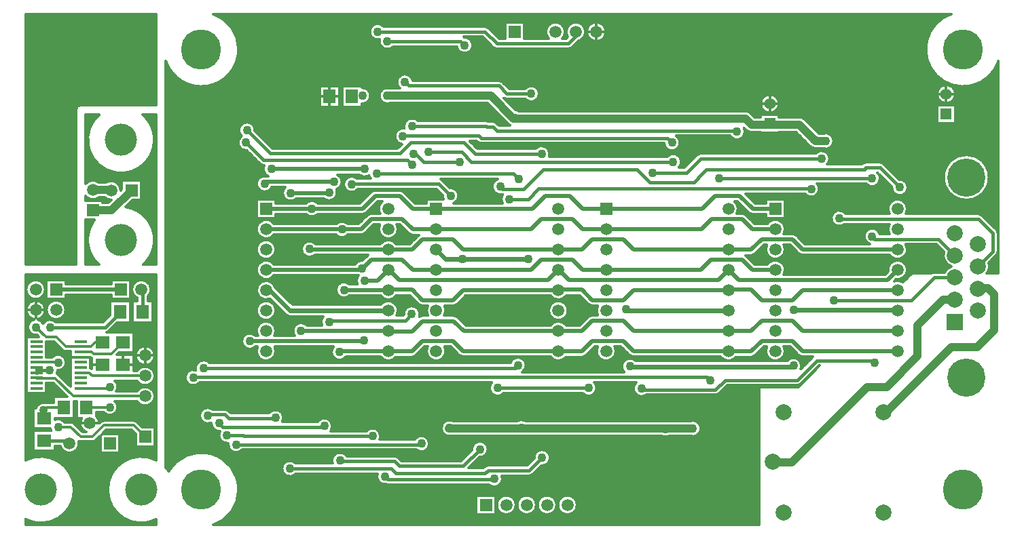
<source format=gtl>
%FSLAX43Y43*%
%MOMM*%
G71*
G01*
G75*
G04 Layer_Physical_Order=1*
%ADD10C,0.300*%
%ADD11R,1.600X1.800*%
%ADD12R,1.800X1.600*%
%ADD13R,1.600X0.300*%
%ADD14C,1.000*%
%ADD15C,0.500*%
%ADD16C,0.400*%
%ADD17C,0.600*%
%ADD18C,1.500*%
%ADD19R,1.400X1.400*%
%ADD20C,2.000*%
%ADD21R,1.500X1.500*%
%ADD22C,4.000*%
%ADD23C,5.000*%
%ADD24C,1.400*%
%ADD25C,4.760*%
%ADD26R,2.000X2.000*%
%ADD27C,1.100*%
D10*
X7500Y53050D02*
G03*
X6900Y52450I0J-600D01*
G01*
X7500Y53050D02*
G03*
X6900Y52450I0J-600D01*
G01*
X16650Y48700D02*
G03*
X15202Y51850I-4150J0D01*
G01*
X16650Y36200D02*
G03*
X13056Y40313I-4150J0D01*
G01*
X15259Y33100D02*
G03*
X16650Y36200I-2759J3100D01*
G01*
X9798Y51850D02*
G03*
X16650Y48700I2702J-3150D01*
G01*
X12460Y42403D02*
G03*
X10582Y43390I-1200J-4D01*
G01*
X10478Y41490D02*
G03*
X11257Y41200I782J910D01*
G01*
X9733Y43390D02*
G03*
X8100Y43234I-733J-950D01*
G01*
Y41646D02*
G03*
X9733Y41490I900J794D01*
G01*
X9188Y38700D02*
G03*
X9741Y33100I3312J-2500D01*
G01*
X115996Y64400D02*
G03*
X121900Y58496I1504J-4400D01*
G01*
X116542Y54411D02*
G03*
X116542Y54411I-1150J0D01*
G01*
X94542Y53211D02*
G03*
X94542Y53211I-1150J0D01*
G01*
X101350Y48550D02*
G03*
X100038Y49500I-1000J0D01*
G01*
X97722Y51272D02*
G03*
X97050Y51550I-672J-672D01*
G01*
X97722Y51272D02*
G03*
X97050Y51550I-672J-672D01*
G01*
X99550Y49500D02*
G03*
X99401Y49593I-600J-800D01*
G01*
X120730Y44001D02*
G03*
X120730Y44001I-2830J0D01*
G01*
X110600Y42750D02*
G03*
X109522Y43747I-1000J0D01*
G01*
X107560Y45709D02*
G03*
X107100Y45900I-460J-459D01*
G01*
X107560Y45710D02*
G03*
X107100Y45900I-460J-460D01*
G01*
X105400D02*
G03*
X104940Y45710I0J-650D01*
G01*
X105400Y45900D02*
G03*
X104940Y45709I0J-650D01*
G01*
X107150Y43850D02*
G03*
X106811Y44600I-1000J0D01*
G01*
X105350Y43250D02*
G03*
X107150Y43850I800J600D01*
G01*
X108603Y42828D02*
G03*
X110600Y42750I997J-78D01*
G01*
X119860Y39260D02*
G03*
X119400Y39450I-460J-460D01*
G01*
X119860Y39259D02*
G03*
X119400Y39450I-460J-459D01*
G01*
X110531Y40082D02*
G03*
X108311Y39450I-1200J0D01*
G01*
X110351D02*
G03*
X110531Y40082I-1020J632D01*
G01*
X100038Y47600D02*
G03*
X101350Y48550I312J950D01*
G01*
X100564Y45650D02*
G03*
X100850Y46350I-714J700D01*
G01*
G03*
X99090Y47000I-1000J0D01*
G01*
X98521Y47796D02*
G03*
X99100Y47600I579J754D01*
G01*
X98521Y47796D02*
G03*
X99100Y47600I579J754D01*
G01*
X99550Y42550D02*
G03*
X99264Y43250I-1000J0D01*
G01*
X98057Y48249D02*
G03*
X98521Y47796I893J451D01*
G01*
X97750Y41950D02*
G03*
X99550Y42550I800J600D01*
G01*
X102885Y39450D02*
G03*
X102711Y38150I-835J-550D01*
G01*
X95291Y37542D02*
G03*
X93087Y38200I-1200J0D01*
G01*
X72952Y62191D02*
G03*
X72952Y62191I-1200J0D01*
G01*
X69493Y61024D02*
G03*
X70412Y62191I-281J1167D01*
G01*
G03*
X68191Y61560I-1200J0D01*
G01*
X67872Y62191D02*
G03*
X65816Y61350I-1200J0D01*
G01*
X67529D02*
G03*
X67872Y62191I-856J841D01*
G01*
X68250Y60050D02*
G03*
X68710Y60241I0J650D01*
G01*
X68250Y60050D02*
G03*
X68710Y60240I0J650D01*
G01*
X64650Y54450D02*
G03*
X62890Y55100I-1000J0D01*
G01*
Y53800D02*
G03*
X64650Y54450I760J650D01*
G01*
X58890Y60240D02*
G03*
X59350Y60050I460J460D01*
G01*
X58890Y60241D02*
G03*
X59350Y60050I460J459D01*
G01*
X60060Y55909D02*
G03*
X59600Y56100I-460J-459D01*
G01*
X60223Y53920D02*
G03*
X60600Y53800I377J530D01*
G01*
X60223Y53920D02*
G03*
X60600Y53800I377J530D01*
G01*
X60060Y55910D02*
G03*
X59600Y56100I-460J-460D01*
G01*
X91022Y52022D02*
G03*
X90350Y52300I-672J-672D01*
G01*
X91022Y52022D02*
G03*
X90350Y52300I-672J-672D01*
G01*
X90428Y49928D02*
G03*
X91100Y49650I672J672D01*
G01*
X90428Y49928D02*
G03*
X91100Y49650I672J672D01*
G01*
X90300Y49700D02*
G03*
X90178Y50178I-1000J0D01*
G01*
X88434Y49200D02*
G03*
X90300Y49700I866J500D01*
G01*
X84762Y52300D02*
G03*
X84138Y52300I-312J-950D01*
G01*
X82762D02*
G03*
X82138Y52300I-312J-950D01*
G01*
X82200Y48350D02*
G03*
X81727Y49200I-1000J0D01*
G01*
X84750Y47000D02*
G03*
X84290Y46810I0J-650D01*
G01*
X84750Y47000D02*
G03*
X84290Y46809I0J-650D01*
G01*
X80205Y48250D02*
G03*
X82200Y48350I995J100D01*
G01*
X89431Y40082D02*
G03*
X89004Y41000I-1200J0D01*
G01*
X90773Y39587D02*
G03*
X91268Y39382I495J495D01*
G01*
X90773Y39587D02*
G03*
X91268Y39382I495J495D01*
G01*
X89280Y39500D02*
G03*
X89431Y40082I-1049J582D01*
G01*
X90445Y39295D02*
G03*
X89950Y39500I-495J-495D01*
G01*
X90445Y39295D02*
G03*
X89950Y39500I-495J-495D01*
G01*
X82064Y45250D02*
G03*
X82350Y45950I-714J700D01*
G01*
G03*
X80590Y46600I-1000J0D01*
G01*
X62131Y52300D02*
G03*
X61691Y52453I-539J-842D01*
G01*
X60778Y50678D02*
G03*
X61026Y50500I672J672D01*
G01*
X60778Y50678D02*
G03*
X61026Y50500I672J672D01*
G01*
X58300Y51000D02*
G03*
X58050Y51050I-250J-600D01*
G01*
X59310Y50809D02*
G03*
X58850Y51000I-460J-459D01*
G01*
X58300D02*
G03*
X58050Y51050I-250J-600D01*
G01*
X59310Y50810D02*
G03*
X58850Y51000I-460J-460D01*
G01*
X65950Y46950D02*
G03*
X64190Y47600I-1000J0D01*
G01*
X65887Y46600D02*
G03*
X65950Y46950I-937J350D01*
G01*
X59488Y43800D02*
G03*
X60096Y41895I312J-950D01*
G01*
G03*
X60044Y40782I804J-595D01*
G01*
X121850Y37000D02*
G03*
X121660Y37460I-650J0D01*
G01*
X121850Y37000D02*
G03*
X121659Y37460I-650J0D01*
G01*
X121660Y34312D02*
G03*
X121850Y34771I-460J460D01*
G01*
X121659Y34311D02*
G03*
X121850Y34771I-459J460D01*
G01*
X115104Y34733D02*
G03*
X116051Y32891I1376J-457D01*
G01*
X110531Y35002D02*
G03*
X110341Y35650I-1200J0D01*
G01*
X108356Y34302D02*
G03*
X110531Y35002I975J700D01*
G01*
X120770Y32891D02*
G03*
X120696Y33348I-1450J0D01*
G01*
X108296Y38150D02*
G03*
X108287Y36950I1035J-608D01*
G01*
X107104D02*
G03*
X105831Y35702I-954J-300D01*
G01*
X116051Y32891D02*
G03*
X115184Y32156I429J-1385D01*
G01*
X120464Y32000D02*
G03*
X120770Y32891I-1144J891D01*
G01*
X113906Y32156D02*
G03*
X113483Y32000I0J-650D01*
G01*
X113906Y32156D02*
G03*
X113483Y32000I0J-650D01*
G01*
X109137Y31278D02*
G03*
X110531Y32462I194J1184D01*
G01*
G03*
X108147Y32268I-1200J0D01*
G01*
X110011Y30911D02*
G03*
X108901Y31043I-680J-989D01*
G01*
X96717Y36755D02*
G03*
X96222Y36960I-495J-495D01*
G01*
X96717Y36755D02*
G03*
X96222Y36960I-495J-495D01*
G01*
X95140D02*
G03*
X95291Y37542I-1049J582D01*
G01*
Y35002D02*
G03*
X95153Y35560I-1200J0D01*
G01*
X93029D02*
G03*
X95291Y35002I1062J-558D01*
G01*
X96985Y34507D02*
G03*
X97480Y34302I495J495D01*
G01*
X96985Y34507D02*
G03*
X97480Y34302I495J495D01*
G01*
X91072Y34260D02*
G03*
X91567Y34465I0J700D01*
G01*
X91072Y34260D02*
G03*
X91567Y34465I0J700D01*
G01*
X95151Y31900D02*
G03*
X95291Y32462I-1060J562D01*
G01*
G03*
X93113Y33158I-1200J0D01*
G01*
X96985Y21807D02*
G03*
X97480Y21602I495J495D01*
G01*
X96985Y21807D02*
G03*
X97480Y21602I495J495D01*
G01*
X95291Y22302D02*
G03*
X95153Y22860I-1200J0D01*
G01*
X93029D02*
G03*
X95291Y22302I1062J-558D01*
G01*
X91072Y21560D02*
G03*
X91567Y21765I0J700D01*
G01*
X91072Y21560D02*
G03*
X91567Y21765I0J700D01*
G01*
X87256Y21602D02*
G03*
X89174Y21560I975J700D01*
G01*
X97255Y20074D02*
G03*
X97350Y20500I-905J426D01*
G01*
X96800Y18050D02*
G03*
X97260Y18241I0J650D01*
G01*
X96800Y18050D02*
G03*
X97260Y18240I0J650D01*
G01*
X97350Y20500D02*
G03*
X95550Y21100I-1000J0D01*
G01*
X86600Y16850D02*
G03*
X87060Y17041I0J650D01*
G01*
X86600Y16850D02*
G03*
X87060Y17040I0J650D01*
G01*
X84800Y12650D02*
G03*
X83488Y13600I-1000J0D01*
G01*
Y11700D02*
G03*
X84800Y12650I312J950D01*
G01*
X79964Y11700D02*
G03*
X80836Y11700I436J900D01*
G01*
X75885Y21807D02*
G03*
X76380Y21602I495J495D01*
G01*
X71942Y27964D02*
G03*
X71942Y26800I1049J-582D01*
G01*
X74191Y22302D02*
G03*
X74053Y22860I-1200J0D01*
G01*
X71929D02*
G03*
X74191Y22302I1062J-558D01*
G01*
X75885Y21807D02*
G03*
X76380Y21602I495J495D01*
G01*
X76664Y21100D02*
G03*
X75236Y19700I-714J-700D01*
G01*
X70777Y28169D02*
G03*
X71272Y27964I495J495D01*
G01*
X70777Y28169D02*
G03*
X71272Y27964I495J495D01*
G01*
Y26800D02*
G03*
X70777Y26595I0J-700D01*
G01*
X71272Y26800D02*
G03*
X70777Y26595I0J-700D01*
G01*
X69972Y21560D02*
G03*
X70467Y21765I0J700D01*
G01*
X69972Y21560D02*
G03*
X70467Y21765I0J700D01*
G01*
X76739Y18400D02*
G03*
X78000Y16850I661J-750D01*
G01*
X71800Y17700D02*
G03*
X71514Y18400I-1000J0D01*
G01*
X70040Y17050D02*
G03*
X71800Y17700I760J650D01*
G01*
X66056Y29222D02*
G03*
X68035Y29264I975J700D01*
G01*
X68231Y27382D02*
G03*
X68231Y27382I-1200J0D01*
G01*
X68035Y25500D02*
G03*
X66027Y25500I-1004J-658D01*
G01*
X66056Y21602D02*
G03*
X67974Y21560I975J700D01*
G01*
X62527Y19700D02*
G03*
X63000Y20550I-527J850D01*
G01*
G03*
X61046Y20850I-1000J0D01*
G01*
X58736Y18400D02*
G03*
X60210Y17050I714J-700D01*
G01*
X72312Y13600D02*
G03*
X71688Y13600I-312J-950D01*
G01*
Y11700D02*
G03*
X72312Y11700I312J950D01*
G01*
X64922Y8003D02*
G03*
X66000Y9000I78J997D01*
G01*
G03*
X64003Y8922I-1000J0D01*
G01*
X69360Y3100D02*
G03*
X69360Y3100I-1200J0D01*
G01*
X66820D02*
G03*
X66820Y3100I-1200J0D01*
G01*
X62927Y13600D02*
G03*
X61873Y13600I-527J-850D01*
G01*
X63400Y6750D02*
G03*
X63860Y6941I0J650D01*
G01*
X63400Y6750D02*
G03*
X63860Y6940I0J650D01*
G01*
X60050Y6350D02*
G03*
X59967Y6750I-1000J0D01*
G01*
X58336Y5650D02*
G03*
X60050Y6350I714J700D01*
G01*
X64280Y3100D02*
G03*
X64280Y3100I-1200J0D01*
G01*
X61740D02*
G03*
X61740Y3100I-1200J0D01*
G01*
X58310Y62659D02*
G03*
X57850Y62850I-460J-459D01*
G01*
X58310Y62660D02*
G03*
X57850Y62850I-460J-460D01*
G01*
X56350Y60500D02*
G03*
X55269Y61497I-1000J0D01*
G01*
X54361Y60350D02*
G03*
X56350Y60500I989J150D01*
G01*
X45260Y62850D02*
G03*
X44726Y61226I-760J-650D01*
G01*
G03*
X46460Y60350I974J-226D01*
G01*
X48880Y56100D02*
G03*
X47239Y55150I-980J-200D01*
G01*
X46012D02*
G03*
X46012Y53250I-312J-950D01*
G01*
X43600Y54200D02*
G03*
X42551Y55199I-1000J0D01*
G01*
Y53201D02*
G03*
X43600Y54200I49J999D01*
G01*
X56940Y48440D02*
G03*
X57400Y48250I460J460D01*
G01*
X56940Y48441D02*
G03*
X57400Y48250I460J459D01*
G01*
X54600Y41700D02*
G03*
X53522Y42697I-1000J0D01*
G01*
X52560Y43659D02*
G03*
X52350Y43800I-460J-459D01*
G01*
X52560Y43660D02*
G03*
X52350Y43800I-460J-460D01*
G01*
X49560Y51050D02*
G03*
X47836Y50132I-760J-650D01*
G01*
G03*
X47493Y48162I-186J-982D01*
G01*
X52603Y41778D02*
G03*
X52691Y41282I997J-78D01*
G01*
X47745Y42195D02*
G03*
X47250Y42400I-495J-495D01*
G01*
X47745Y42195D02*
G03*
X47250Y42400I-495J-495D01*
G01*
X53997Y40782D02*
G03*
X54600Y41700I-397J918D01*
G01*
X48355Y37005D02*
G03*
X48850Y36800I495J495D01*
G01*
X47031Y37542D02*
G03*
X46893Y38100I-1200J0D01*
G01*
X48355Y37005D02*
G03*
X48850Y36800I495J495D01*
G01*
X43424Y44231D02*
G03*
X43600Y43850I976J219D01*
G01*
X42136Y44350D02*
G03*
X43424Y44231I714J700D01*
G01*
X41964Y43850D02*
G03*
X42050Y42550I-714J-700D01*
G01*
X44200Y42400D02*
G03*
X43705Y42195I0J-700D01*
G01*
X44200Y42400D02*
G03*
X43705Y42195I0J-700D01*
G01*
X45058Y41000D02*
G03*
X44782Y39500I773J-918D01*
G01*
X44769Y38100D02*
G03*
X47031Y37542I1062J-558D01*
G01*
X46835Y35660D02*
G03*
X44856Y35702I-1004J-658D01*
G01*
X42582Y39382D02*
G03*
X43077Y39587I0J700D01*
G01*
X42582Y39382D02*
G03*
X43077Y39587I0J700D01*
G01*
X43700Y39500D02*
G03*
X43205Y39295I0J-700D01*
G01*
X43700Y39500D02*
G03*
X43205Y39295I0J-700D01*
G01*
X43311Y34302D02*
G03*
X43205Y34215I389J-582D01*
G01*
X43311Y34302D02*
G03*
X43205Y34215I389J-582D01*
G01*
X42442Y36842D02*
G03*
X42937Y37047I0J700D01*
G01*
X42442Y36842D02*
G03*
X42937Y37047I0J700D01*
G01*
X42636Y33646D02*
G03*
X41691Y33162I-86J-996D01*
G01*
X40050Y43450D02*
G03*
X39486Y44350I-1000J0D01*
G01*
X39366Y42501D02*
G03*
X40050Y43450I-316J949D01*
G01*
X39450Y42100D02*
G03*
X39366Y42501I-1000J0D01*
G01*
X37789Y41350D02*
G03*
X39450Y42100I661J750D01*
G01*
X37031Y40782D02*
G03*
X35569Y40782I-731J-682D01*
G01*
X29200Y49900D02*
G03*
X27521Y49166I-1000J0D01*
G01*
X27150Y60000D02*
G03*
X24004Y64400I-4650J0D01*
G01*
X18100Y58496D02*
G03*
X27150Y60000I4400J1504D01*
G01*
X32936Y42750D02*
G03*
X34364Y41350I714J-700D01*
G01*
X29840Y45690D02*
G03*
X30300Y45500I460J460D01*
G01*
X29840Y45691D02*
G03*
X30300Y45500I460J459D01*
G01*
X30357D02*
G03*
X30814Y44150I893J-450D01*
G01*
X30712D02*
G03*
X31293Y42750I-312J-950D01*
G01*
X27521Y49166D02*
G03*
X28178Y47353I579J-816D01*
G01*
X40720Y38242D02*
G03*
X39380Y38242I-670J-742D01*
G01*
X39297Y36842D02*
G03*
X40803Y36842I753J658D01*
G01*
X35604Y39382D02*
G03*
X36996Y39382I696J718D01*
G01*
X42097Y31758D02*
G03*
X41961Y30642I753J-658D01*
G01*
X41270Y31762D02*
G03*
X41530Y31762I130J688D01*
G01*
X41017Y30647D02*
G03*
X41012Y29247I-717J-697D01*
G01*
X36758Y35702D02*
G03*
X36664Y34302I-758J-652D01*
G01*
X31566Y38242D02*
G03*
X31566Y36842I-975J-700D01*
G01*
X31791Y35002D02*
G03*
X31791Y35002I-1200J0D01*
G01*
X31566Y33162D02*
G03*
X31566Y31762I-975J-700D01*
G01*
X54685Y21807D02*
G03*
X55180Y21602I495J495D01*
G01*
X54685Y21807D02*
G03*
X55180Y21602I495J495D01*
G01*
X53922Y27964D02*
G03*
X54417Y28169I0J700D01*
G01*
X53922Y27964D02*
G03*
X54417Y28169I0J700D01*
G01*
X52991Y27382D02*
G03*
X52840Y27964I-1200J0D01*
G01*
X52816Y26758D02*
G03*
X52991Y27382I-1025J624D01*
G01*
X50742Y27964D02*
G03*
X50766Y26758I1049J-582D01*
G01*
X54459Y26553D02*
G03*
X53964Y26758I-495J-495D01*
G01*
X54459Y26553D02*
G03*
X53964Y26758I-495J-495D01*
G01*
X52991Y22302D02*
G03*
X52853Y22860I-1200J0D01*
G01*
X49693Y26617D02*
G03*
X49750Y26950I-943J333D01*
G01*
X50114Y26758D02*
G03*
X49693Y26617I0J-700D01*
G01*
X50114Y26758D02*
G03*
X49693Y26617I0J-700D01*
G01*
X50729Y22860D02*
G03*
X52991Y22302I1062J-558D01*
G01*
X49577Y28169D02*
G03*
X50072Y27964I495J495D01*
G01*
X49577Y28169D02*
G03*
X50072Y27964I495J495D01*
G01*
X44853Y29227D02*
G03*
X46835Y29264I978J695D01*
G01*
X47031Y27382D02*
G03*
X44894Y28132I-1200J0D01*
G01*
X49750Y26950D02*
G03*
X47753Y26872I-1000J0D01*
G01*
X48772Y21560D02*
G03*
X49267Y21765I0J700D01*
G01*
X48772Y21560D02*
G03*
X49267Y21765I0J700D01*
G01*
X46880Y26800D02*
G03*
X47031Y27382I-1049J582D01*
G01*
X38990Y22850D02*
G03*
X40552Y21602I760J-650D01*
G01*
X44856D02*
G03*
X46774Y21560I975J700D01*
G01*
X58250Y10050D02*
G03*
X56253Y9972I-1000J0D01*
G01*
X57172Y9053D02*
G03*
X58250Y10050I78J997D01*
G01*
X53886Y13600D02*
G03*
X52450Y12675I-436J-900D01*
G01*
G03*
X53400Y11700I950J-25D01*
G01*
X50950Y10750D02*
G03*
X49115Y11300I-1000J0D01*
G01*
X49289Y10000D02*
G03*
X50950Y10750I661J750D01*
G01*
X47060Y9009D02*
G03*
X46600Y9200I-460J-459D01*
G01*
X47060Y9010D02*
G03*
X46600Y9200I-460J-460D01*
G01*
X58250Y8050D02*
G03*
X57790Y7860I0J-650D01*
G01*
X58250Y8050D02*
G03*
X57790Y7859I0J-650D01*
G01*
X44767Y11300D02*
G03*
X44850Y11700I-917J400D01*
G01*
G03*
X43090Y12350I-1000J0D01*
G01*
X45594Y5669D02*
G03*
X45750Y5650I156J631D01*
G01*
X45594Y5669D02*
G03*
X45750Y5650I156J631D01*
G01*
X44463Y7000D02*
G03*
X45594Y5669I937J-350D01*
G01*
X40635Y9200D02*
G03*
X38863Y8300I-835J-550D01*
G01*
X37719Y26632D02*
G03*
X37537Y25542I731J-682D01*
G01*
X33037Y26852D02*
G03*
X33568Y26632I530J530D01*
G01*
X33037Y26852D02*
G03*
X33568Y26632I530J530D01*
G01*
X35664Y25542D02*
G03*
X34144Y24250I-714J-700D01*
G01*
X31635D02*
G03*
X31791Y24842I-1044J592D01*
G01*
Y22302D02*
G03*
X31659Y22850I-1200J0D01*
G01*
X31739Y30272D02*
G03*
X31068Y28821I-1148J-349D01*
G01*
X31791Y27382D02*
G03*
X31791Y27382I-1200J0D01*
G01*
Y24842D02*
G03*
X29547Y24250I-1200J0D01*
G01*
X29264D02*
G03*
X29264Y22850I-714J-700D01*
G01*
X29523D02*
G03*
X31791Y22302I1068J-548D01*
G01*
X23560Y20850D02*
G03*
X21834Y19943I-760J-650D01*
G01*
G03*
X22300Y18400I-334J-943D01*
G01*
X38650Y12350D02*
G03*
X38850Y12950I-800J600D01*
G01*
G03*
X37015Y13500I-1000J0D01*
G01*
X32616D02*
G03*
X32750Y14000I-866J500D01*
G01*
G03*
X30950Y14600I-1000J0D01*
G01*
X34310Y8300D02*
G03*
X34310Y7000I-760J-650D01*
G01*
X25910Y14859D02*
G03*
X25450Y15050I-460J-459D01*
G01*
X25910Y14860D02*
G03*
X25450Y15050I-460J-460D01*
G01*
X25863Y10813D02*
G03*
X27610Y10000I987J-163D01*
G01*
X23752Y13358D02*
G03*
X24836Y12304I998J-58D01*
G01*
G03*
X25863Y10813I864J-504D01*
G01*
X23900Y15050D02*
G03*
X23752Y13358I-600J-800D01*
G01*
X27150Y5000D02*
G03*
X18457Y7297I-4650J0D01*
G01*
X24004Y600D02*
G03*
X27150Y5000I-1504J4400D01*
G01*
X18457Y7297D02*
G03*
X18100Y7759I-3457J-2297D01*
G01*
X15838Y29120D02*
G03*
X16235Y30012I-803J892D01*
G01*
G03*
X14538Y28920I-1200J0D01*
G01*
X16709Y21752D02*
G03*
X16709Y21752I-1200J0D01*
G01*
X10718Y24638D02*
G03*
X10960Y24791I-218J612D01*
G01*
X10718Y24638D02*
G03*
X10960Y24790I-218J612D01*
G01*
X8693Y21509D02*
G03*
X8857Y21402I407J441D01*
G01*
X8693Y21509D02*
G03*
X8857Y21402I407J441D01*
G01*
Y20122D02*
G03*
X8693Y20195I-323J-506D01*
G01*
X8857Y20122D02*
G03*
X8693Y20195I-323J-506D01*
G01*
X16709Y19212D02*
G03*
X14470Y19812I-1200J0D01*
G01*
Y18612D02*
G03*
X16709Y19212I1039J600D01*
G01*
Y16672D02*
G03*
X14470Y17272I-1200J0D01*
G01*
Y16072D02*
G03*
X16709Y16672I1039J600D01*
G01*
X14476Y13474D02*
G03*
X14052Y13650I-424J-424D01*
G01*
X14476Y13474D02*
G03*
X14052Y13650I-424J-424D01*
G01*
X16900Y8690D02*
G03*
X16900Y1310I-1900J-3690D01*
G01*
X11916Y17272D02*
G03*
X12100Y17850I-816J578D01*
G01*
G03*
X11747Y18612I-1000J0D01*
G01*
X12100Y15300D02*
G03*
X11735Y16072I-1000J0D01*
G01*
X10305Y14693D02*
G03*
X12100Y15300I795J607D01*
G01*
X10400Y13650D02*
G03*
X9976Y13474I0J-600D01*
G01*
X10400Y13650D02*
G03*
X9976Y13474I0J-600D01*
G01*
X9800Y13300D02*
G03*
X9438Y14159I-1200J0D01*
G01*
X8950Y11000D02*
G03*
X9374Y11176I0J600D01*
G01*
X8950Y11000D02*
G03*
X9374Y11176I0J600D01*
G01*
X5600Y27460D02*
G03*
X5600Y27460I-1200J0D01*
G01*
X5159Y22442D02*
G03*
X5584Y22266I424J424D01*
G01*
X5159Y22442D02*
G03*
X5584Y22266I424J424D01*
G01*
X4410Y25900D02*
G03*
X2789Y25758I-760J-650D01*
G01*
X5650Y20900D02*
G03*
X3862Y21516I-1000J0D01*
G01*
X4600Y19901D02*
G03*
X5650Y20900I50J999D01*
G01*
X4520Y19508D02*
G03*
X4600Y19900I-920J392D01*
G01*
X4724Y19374D02*
G03*
X4520Y19508I-424J-424D01*
G01*
X4724Y19374D02*
G03*
X4520Y19508I-424J-424D01*
G01*
X3060Y30000D02*
G03*
X3060Y30000I-1200J0D01*
G01*
Y27460D02*
G03*
X1675Y26274I-1200J0D01*
G01*
X2089Y26282D02*
G03*
X3060Y27460I-229J1178D01*
G01*
X2789Y25758D02*
G03*
X2089Y26282I-889J-458D01*
G01*
X1675Y26274D02*
G03*
X2041Y24310I225J-974D01*
G01*
X7587Y13943D02*
G03*
X8120Y12200I1013J-643D01*
G01*
X7231Y11064D02*
G03*
X7500Y11000I269J536D01*
G01*
X7231Y11064D02*
G03*
X7500Y11000I269J536D01*
G01*
X7260Y10800D02*
G03*
X7231Y11064I-1200J0D01*
G01*
X6674Y13274D02*
G03*
X6250Y13450I-424J-424D01*
G01*
X4908Y10462D02*
G03*
X7260Y10800I1152J338D01*
G01*
X6674Y13274D02*
G03*
X6250Y13450I-424J-424D01*
G01*
X5450D02*
G03*
X4243Y13764I-800J-600D01*
G01*
X6650Y5000D02*
G03*
X600Y8690I-4150J0D01*
G01*
Y1310D02*
G03*
X6650Y5000I1900J3690D01*
G01*
X3243Y15893D02*
G03*
X3085Y15872I0J-600D01*
G01*
X3243Y15893D02*
G03*
X3085Y15872I0J-600D01*
G01*
X3668Y12662D02*
G03*
X3777Y12362I982J188D01*
G01*
X3085Y15872D02*
G03*
X1885Y15162I-235J-972D01*
G01*
X600Y64400D02*
X16900D01*
X600Y64400D02*
X16900D01*
X600Y64300D02*
X16900D01*
X600Y64200D02*
X16900D01*
X600Y64100D02*
X16900D01*
X600Y64000D02*
X16900D01*
X600Y63900D02*
X16900D01*
X600Y63800D02*
X16900D01*
X600Y63700D02*
X16900D01*
X600Y63600D02*
X16900D01*
X600Y63500D02*
X16900D01*
X600Y63400D02*
X16900D01*
X600Y63300D02*
X16900D01*
X600Y63200D02*
X16900D01*
X600Y63100D02*
X16900D01*
X600Y63000D02*
X16900D01*
X600Y62900D02*
X16900D01*
X600Y62800D02*
X16900D01*
X600Y62700D02*
X16900D01*
X600Y62600D02*
X16900D01*
X600Y62500D02*
X16900D01*
X600Y62400D02*
X16900D01*
X600Y62300D02*
X16900D01*
X600Y62200D02*
X16900D01*
X600Y62100D02*
X16900D01*
X600Y62000D02*
X16900D01*
X600Y61900D02*
X16900D01*
X600Y61800D02*
X16900D01*
X600Y61700D02*
X16900D01*
X600Y61600D02*
X16900D01*
X600Y61500D02*
X16900D01*
X600Y61400D02*
X16900D01*
X600Y61300D02*
X16900D01*
X600Y61200D02*
X16900D01*
X600Y61100D02*
X16900D01*
X600Y61000D02*
X16900D01*
X600Y60900D02*
X16900D01*
X600Y60800D02*
X16900D01*
X600Y60700D02*
X16900D01*
X600Y60600D02*
X16900D01*
X600Y60500D02*
X16900D01*
X600Y60400D02*
X16900D01*
X600Y60300D02*
X16900D01*
X600Y60200D02*
X16900D01*
X600Y60100D02*
X16900D01*
X600Y60000D02*
X16900D01*
X600Y59900D02*
X16900D01*
X600Y59800D02*
X16900D01*
X600Y59700D02*
X16900D01*
X600Y59600D02*
X16900D01*
X600Y59500D02*
X16900D01*
X600Y59400D02*
X16900D01*
X600Y59300D02*
X16900D01*
X600Y59200D02*
X16900D01*
X600Y59100D02*
X16900D01*
X600Y59000D02*
X16900D01*
X600Y58900D02*
X16900D01*
X600Y58800D02*
X16900D01*
X600Y58700D02*
X16900D01*
X600Y58600D02*
X16900D01*
X600Y58500D02*
X16900D01*
Y53050D02*
Y64400D01*
X16900Y53050D02*
Y64400D01*
X16800Y53050D02*
Y64400D01*
X16700Y53050D02*
Y64400D01*
X16600Y53050D02*
Y64400D01*
X16500Y53050D02*
Y64400D01*
X16400Y53050D02*
Y64400D01*
X16300Y53050D02*
Y64400D01*
X16200Y53050D02*
Y64400D01*
X16100Y53050D02*
Y64400D01*
X16000Y53050D02*
Y64400D01*
X15900Y53050D02*
Y64400D01*
X15800Y53050D02*
Y64400D01*
X15700Y53050D02*
Y64400D01*
X15600Y53050D02*
Y64400D01*
X15500Y53050D02*
Y64400D01*
X15400Y53050D02*
Y64400D01*
X15300Y53050D02*
Y64400D01*
X15200Y53050D02*
Y64400D01*
X15100Y53050D02*
Y64400D01*
X15000Y53050D02*
Y64400D01*
X14900Y53050D02*
Y64400D01*
X14800Y53050D02*
Y64400D01*
X14700Y53050D02*
Y64400D01*
X14600Y53050D02*
Y64400D01*
X14500Y53050D02*
Y64400D01*
X14400Y53050D02*
Y64400D01*
X14300Y53050D02*
Y64400D01*
X14200Y53050D02*
Y64400D01*
X14100Y53050D02*
Y64400D01*
X14000Y53050D02*
Y64400D01*
X13900Y53050D02*
Y64400D01*
X13800Y53050D02*
Y64400D01*
X13700Y53050D02*
Y64400D01*
X13600Y53050D02*
Y64400D01*
X13500Y53050D02*
Y64400D01*
X13400Y53050D02*
Y64400D01*
X13300Y53050D02*
Y64400D01*
X13200Y53050D02*
Y64400D01*
X13100Y53050D02*
Y64400D01*
X13000Y53050D02*
Y64400D01*
X12900Y53050D02*
Y64400D01*
X12800Y53050D02*
Y64400D01*
X12700Y53050D02*
Y64400D01*
X12600Y53050D02*
Y64400D01*
X600Y58400D02*
X16900D01*
X600Y58300D02*
X16900D01*
X600Y58200D02*
X16900D01*
X600Y58100D02*
X16900D01*
X600Y58000D02*
X16900D01*
X600Y57900D02*
X16900D01*
X600Y57800D02*
X16900D01*
X600Y57700D02*
X16900D01*
X12500Y53050D02*
Y64400D01*
X600Y57600D02*
X16900D01*
X600Y57500D02*
X16900D01*
X600Y57400D02*
X16900D01*
X12400Y53050D02*
Y64400D01*
X12300Y53050D02*
Y64400D01*
X12200Y53050D02*
Y64400D01*
X12100Y53050D02*
Y64400D01*
X12000Y53050D02*
Y64400D01*
X11900Y53050D02*
Y64400D01*
X11800Y53050D02*
Y64400D01*
X11700Y53050D02*
Y64400D01*
X11600Y53050D02*
Y64400D01*
X11500Y53050D02*
Y64400D01*
X11400Y53050D02*
Y64400D01*
X11300Y53050D02*
Y64400D01*
X11200Y53050D02*
Y64400D01*
X11100Y53050D02*
Y64400D01*
X11000Y53050D02*
Y64400D01*
X10900Y53050D02*
Y64400D01*
X10800Y53050D02*
Y64400D01*
X10700Y53050D02*
Y64400D01*
X10600Y53050D02*
Y64400D01*
X10500Y53050D02*
Y64400D01*
X10400Y53050D02*
Y64400D01*
X10300Y53050D02*
Y64400D01*
X10200Y53050D02*
Y64400D01*
X10100Y53050D02*
Y64400D01*
X10000Y53050D02*
Y64400D01*
X9900Y53050D02*
Y64400D01*
X9800Y53050D02*
Y64400D01*
X9700Y53050D02*
Y64400D01*
X9600Y53050D02*
Y64400D01*
X9500Y53050D02*
Y64400D01*
X9400Y53050D02*
Y64400D01*
X9300Y53050D02*
Y64400D01*
X9200Y53050D02*
Y64400D01*
X9100Y53050D02*
Y64400D01*
X9000Y53050D02*
Y64400D01*
X8900Y53050D02*
Y64400D01*
X8800Y53050D02*
Y64400D01*
X8700Y53050D02*
Y64400D01*
X8600Y53050D02*
Y64400D01*
X8500Y53050D02*
Y64400D01*
X8400Y53050D02*
Y64400D01*
X8300Y53050D02*
Y64400D01*
X8200Y53050D02*
Y64400D01*
X8100Y53050D02*
Y64400D01*
X8000Y53050D02*
Y64400D01*
X7900Y53050D02*
Y64400D01*
X7800Y53050D02*
Y64400D01*
X7700Y53050D02*
Y64400D01*
X7600Y53050D02*
Y64400D01*
X7500Y53050D02*
Y64400D01*
X7400Y53042D02*
Y64400D01*
X7500Y53050D02*
X16900D01*
X7300Y53016D02*
Y64400D01*
X7200Y52969D02*
Y64400D01*
X7100Y52897D02*
Y64400D01*
X7000Y52781D02*
Y64400D01*
X6900Y33100D02*
Y64400D01*
X6900Y33100D02*
Y52450D01*
X600Y33100D02*
X6900D01*
X6800D02*
Y64400D01*
X6700Y33100D02*
Y64400D01*
X6600Y33100D02*
Y64400D01*
X6500Y33100D02*
Y64400D01*
X6400Y33100D02*
Y64400D01*
X6300Y33100D02*
Y64400D01*
X6200Y33100D02*
Y64400D01*
X6100Y33100D02*
Y64400D01*
X6000Y33100D02*
Y64400D01*
X5900Y33100D02*
Y64400D01*
X5800Y33100D02*
Y64400D01*
X5700Y33100D02*
Y64400D01*
X5600Y33100D02*
Y64400D01*
X5500Y33100D02*
Y64400D01*
X5400Y33100D02*
Y64400D01*
X5300Y33100D02*
Y64400D01*
X5200Y33100D02*
Y64400D01*
X5100Y33100D02*
Y64400D01*
X5000Y33100D02*
Y64400D01*
X4900Y33100D02*
Y64400D01*
X4800Y33100D02*
Y64400D01*
X4700Y33100D02*
Y64400D01*
X4600Y33100D02*
Y64400D01*
X4500Y33100D02*
Y64400D01*
X4400Y33100D02*
Y64400D01*
X4300Y33100D02*
Y64400D01*
X4200Y33100D02*
Y64400D01*
X4100Y33100D02*
Y64400D01*
X4000Y33100D02*
Y64400D01*
X3900Y33100D02*
Y64400D01*
X3800Y33100D02*
Y64400D01*
X3700Y33100D02*
Y64400D01*
X3600Y33100D02*
Y64400D01*
X3500Y33100D02*
Y64400D01*
X3400Y33100D02*
Y64400D01*
X3300Y33100D02*
Y64400D01*
X3200Y33100D02*
Y64400D01*
X3100Y33100D02*
Y64400D01*
X3000Y33100D02*
Y64400D01*
X2900Y33100D02*
Y64400D01*
X2800Y33100D02*
Y64400D01*
X2700Y33100D02*
Y64400D01*
X2600Y33100D02*
Y64400D01*
X2500Y33100D02*
Y64400D01*
X2400Y33100D02*
Y64400D01*
X2300Y33100D02*
Y64400D01*
X2200Y33100D02*
Y64400D01*
X2100Y33100D02*
Y64400D01*
X2000Y33100D02*
Y64400D01*
X1900Y33100D02*
Y64400D01*
X1800Y33100D02*
Y64400D01*
X1700Y33100D02*
Y64400D01*
X1600Y33100D02*
Y64400D01*
X1500Y33100D02*
Y64400D01*
X1400Y33100D02*
Y64400D01*
X1300Y33100D02*
Y64400D01*
X1200Y33100D02*
Y64400D01*
X1100Y33100D02*
Y64400D01*
X1000Y33100D02*
Y64400D01*
X900Y33100D02*
Y64400D01*
X800Y33100D02*
Y64400D01*
X700Y33100D02*
Y64400D01*
X600Y33100D02*
Y64400D01*
Y57300D02*
X16900D01*
X600Y57200D02*
X16900D01*
X600Y57100D02*
X16900D01*
X600Y57000D02*
X16900D01*
X600Y56900D02*
X16900D01*
X600Y56800D02*
X16900D01*
X600Y56700D02*
X16900D01*
X600Y56600D02*
X16900D01*
X600Y56500D02*
X16900D01*
X600Y56400D02*
X16900D01*
X600Y56300D02*
X16900D01*
X600Y56200D02*
X16900D01*
X600Y56100D02*
X16900D01*
X600Y56000D02*
X16900D01*
X600Y55900D02*
X16900D01*
X600Y55800D02*
X16900D01*
X600Y55700D02*
X16900D01*
X600Y55600D02*
X16900D01*
X600Y55500D02*
X16900D01*
X600Y55400D02*
X16900D01*
X600Y55300D02*
X16900D01*
X600Y55200D02*
X16900D01*
X600Y55100D02*
X16900D01*
X600Y55000D02*
X16900D01*
X600Y54900D02*
X16900D01*
X600Y54800D02*
X16900D01*
X600Y54700D02*
X16900D01*
X600Y54600D02*
X16900D01*
X600Y54500D02*
X16900D01*
X600Y54400D02*
X16900D01*
X600Y54300D02*
X16900D01*
X600Y54200D02*
X16900D01*
X600Y54100D02*
X16900D01*
X600Y54000D02*
X16900D01*
X600Y53900D02*
X16900D01*
X600Y53800D02*
X16900D01*
X600Y53700D02*
X16900D01*
X600Y53600D02*
X16900D01*
X600Y53500D02*
X16900D01*
X600Y53400D02*
X16900D01*
X600Y53300D02*
X16900D01*
X600Y53200D02*
X16900D01*
X600Y53100D02*
X16900D01*
X600Y53000D02*
X7260D01*
X600Y52900D02*
X7103D01*
X600Y52800D02*
X7012D01*
X600Y52700D02*
X6954D01*
X600Y52600D02*
X6919D01*
X600Y52500D02*
X6902D01*
X600Y52400D02*
X6900D01*
X600Y52300D02*
X6900D01*
X600Y52200D02*
X6900D01*
X600Y52100D02*
X6900D01*
X600Y52000D02*
X6900D01*
X600Y51900D02*
X6900D01*
X600Y51800D02*
X6900D01*
X600Y51700D02*
X6900D01*
X600Y51600D02*
X6900D01*
X600Y51500D02*
X6900D01*
X600Y51400D02*
X6900D01*
X600Y51300D02*
X6900D01*
X600Y51200D02*
X6900D01*
X600Y51100D02*
X6900D01*
X600Y51000D02*
X6900D01*
X600Y50900D02*
X6900D01*
X600Y50800D02*
X6900D01*
X600Y50700D02*
X6900D01*
X600Y50600D02*
X6900D01*
X600Y50500D02*
X6900D01*
X600Y50400D02*
X6900D01*
X600Y50300D02*
X6900D01*
X600Y50200D02*
X6900D01*
X600Y50100D02*
X6900D01*
X600Y50000D02*
X6900D01*
X600Y49900D02*
X6900D01*
X600Y49800D02*
X6900D01*
X600Y49700D02*
X6900D01*
X600Y49600D02*
X6900D01*
X600Y49500D02*
X6900D01*
X600Y49400D02*
X6900D01*
X600Y49300D02*
X6900D01*
X600Y49200D02*
X6900D01*
X600Y49100D02*
X6900D01*
X600Y49000D02*
X6900D01*
X600Y48900D02*
X6900D01*
X600Y48800D02*
X6900D01*
X600Y48700D02*
X6900D01*
X600Y48600D02*
X6900D01*
X600Y48500D02*
X6900D01*
X600Y48400D02*
X6900D01*
X600Y48300D02*
X6900D01*
X600Y48200D02*
X6900D01*
X600Y48100D02*
X6900D01*
X600Y48000D02*
X6900D01*
X600Y47900D02*
X6900D01*
X600Y47800D02*
X6900D01*
X600Y47700D02*
X6900D01*
X600Y47600D02*
X6900D01*
X600Y47500D02*
X6900D01*
X600Y47400D02*
X6900D01*
X600Y47300D02*
X6900D01*
X600Y47200D02*
X6900D01*
X600Y47100D02*
X6900D01*
X600Y47000D02*
X6900D01*
X600Y46900D02*
X6900D01*
X600Y46800D02*
X6900D01*
X600Y46700D02*
X6900D01*
X600Y46600D02*
X6900D01*
X600Y46500D02*
X6900D01*
X600Y46400D02*
X6900D01*
X600Y46300D02*
X6900D01*
X600Y46200D02*
X6900D01*
X600Y46100D02*
X6900D01*
X600Y46000D02*
X6900D01*
X600Y45900D02*
X6900D01*
X600Y45800D02*
X6900D01*
X600Y45700D02*
X6900D01*
X600Y45600D02*
X6900D01*
X600Y45500D02*
X6900D01*
X600Y45400D02*
X6900D01*
X600Y45300D02*
X6900D01*
X600Y45200D02*
X6900D01*
X600Y45100D02*
X6900D01*
X600Y45000D02*
X6900D01*
X600Y44900D02*
X6900D01*
X600Y44800D02*
X6900D01*
X600Y44700D02*
X6900D01*
X600Y44600D02*
X6900D01*
X600Y44500D02*
X6900D01*
X600Y44400D02*
X6900D01*
X600Y44300D02*
X6900D01*
X600Y44200D02*
X6900D01*
X600Y44100D02*
X6900D01*
X600Y44000D02*
X6900D01*
X600Y43900D02*
X6900D01*
X600Y43800D02*
X6900D01*
X600Y43700D02*
X6900D01*
X600Y43600D02*
X6900D01*
X600Y43500D02*
X6900D01*
X600Y43400D02*
X6900D01*
X600Y43300D02*
X6900D01*
X600Y43200D02*
X6900D01*
X600Y43100D02*
X6900D01*
X600Y43000D02*
X6900D01*
X600Y42900D02*
X6900D01*
X600Y42800D02*
X6900D01*
X600Y42700D02*
X6900D01*
X600Y42600D02*
X6900D01*
X600Y42500D02*
X6900D01*
X600Y42400D02*
X6900D01*
X600Y42300D02*
X6900D01*
X600Y42200D02*
X6900D01*
X600Y42100D02*
X6900D01*
X600Y42000D02*
X6900D01*
X600Y41900D02*
X6900D01*
X600Y41800D02*
X6900D01*
X600Y41700D02*
X6900D01*
X600Y41600D02*
X6900D01*
X600Y41500D02*
X6900D01*
X600Y41400D02*
X6900D01*
X600Y41300D02*
X6900D01*
X600Y41200D02*
X6900D01*
X600Y41100D02*
X6900D01*
X600Y41000D02*
X6900D01*
X600Y40900D02*
X6900D01*
X600Y40800D02*
X6900D01*
X600Y40700D02*
X6900D01*
X600Y40600D02*
X6900D01*
X600Y40500D02*
X6900D01*
X600Y40400D02*
X6900D01*
X600Y40300D02*
X6900D01*
X600Y40200D02*
X6900D01*
X600Y40100D02*
X6900D01*
X600Y40000D02*
X6900D01*
X600Y39900D02*
X6900D01*
X600Y39800D02*
X6900D01*
X600Y39700D02*
X6900D01*
X600Y39600D02*
X6900D01*
X600Y39500D02*
X6900D01*
X600Y39400D02*
X6900D01*
X600Y39300D02*
X6900D01*
X600Y39200D02*
X6900D01*
X600Y39100D02*
X6900D01*
X600Y39000D02*
X6900D01*
X600Y38900D02*
X6900D01*
X600Y38800D02*
X6900D01*
X600Y38700D02*
X6900D01*
X600Y38600D02*
X6900D01*
X600Y38500D02*
X6900D01*
X600Y38400D02*
X6900D01*
X600Y38300D02*
X6900D01*
X600Y38200D02*
X6900D01*
X600Y38100D02*
X6900D01*
X600Y38000D02*
X6900D01*
X600Y37900D02*
X6900D01*
X600Y37800D02*
X6900D01*
X600Y37700D02*
X6900D01*
X600Y37600D02*
X6900D01*
X600Y37500D02*
X6900D01*
X600Y37400D02*
X6900D01*
X600Y37300D02*
X6900D01*
X600Y37200D02*
X6900D01*
X600Y37100D02*
X6900D01*
X600Y37000D02*
X6900D01*
X600Y36900D02*
X6900D01*
X600Y36800D02*
X6900D01*
X600Y36700D02*
X6900D01*
X600Y36600D02*
X6900D01*
X600Y36500D02*
X6900D01*
X600Y36400D02*
X6900D01*
X600Y36300D02*
X6900D01*
X600Y36200D02*
X6900D01*
X600Y36100D02*
X6900D01*
X600Y36000D02*
X6900D01*
X600Y35900D02*
X6900D01*
X600Y35800D02*
X6900D01*
X600Y35700D02*
X6900D01*
X600Y35600D02*
X6900D01*
X600Y35500D02*
X6900D01*
X600Y35400D02*
X6900D01*
X600Y35300D02*
X6900D01*
X600Y35200D02*
X6900D01*
X600Y35100D02*
X6900D01*
X600Y35000D02*
X6900D01*
X600Y34900D02*
X6900D01*
X600Y34800D02*
X6900D01*
X600Y34700D02*
X6900D01*
X600Y34600D02*
X6900D01*
X600Y34500D02*
X6900D01*
X600Y34400D02*
X6900D01*
X600Y34300D02*
X6900D01*
X600Y34200D02*
X6900D01*
X600Y34100D02*
X6900D01*
X600Y34000D02*
X6900D01*
X600Y33900D02*
X6900D01*
X600Y33800D02*
X6900D01*
X600Y33700D02*
X6900D01*
X600Y33600D02*
X6900D01*
X600Y33500D02*
X6900D01*
X600Y33400D02*
X6900D01*
X600Y33300D02*
X6900D01*
X600Y33200D02*
X6900D01*
X16370Y50200D02*
X16900D01*
X16473Y49900D02*
X16900D01*
X16407Y50100D02*
X16900D01*
X16502Y49800D02*
X16900D01*
X16528Y49700D02*
X16900D01*
X16551Y49600D02*
X16900D01*
X16572Y49500D02*
X16900D01*
X16591Y49400D02*
X16900D01*
X16606Y49300D02*
X16900D01*
X16620Y49200D02*
X16900D01*
X16631Y49100D02*
X16900D01*
X16639Y49000D02*
X16900D01*
X16645Y48900D02*
X16900D01*
X16649Y48800D02*
X16900D01*
X16650Y48700D02*
X16900D01*
X16649Y48600D02*
X16900D01*
X16645Y48500D02*
X16900D01*
X16639Y48400D02*
X16900D01*
X15202Y51850D02*
X16900D01*
X15368Y51700D02*
X16900D01*
X15259Y51800D02*
X16900D01*
X15563Y51500D02*
X16900D01*
X15469Y51600D02*
X16900D01*
X15735Y51300D02*
X16900D01*
X15652Y51400D02*
X16900D01*
X15886Y51100D02*
X16900D01*
X15813Y51200D02*
X16900D01*
X15955Y51000D02*
X16900D01*
X16080Y50800D02*
X16900D01*
X16019Y50900D02*
X16900D01*
X16136Y50700D02*
X16900D01*
X16190Y50600D02*
X16900D01*
X16286Y50400D02*
X16900D01*
X16239Y50500D02*
X16900D01*
X16441Y50000D02*
X16900D01*
X16329Y50300D02*
X16900D01*
X16631Y48300D02*
X16900D01*
X16620Y48200D02*
X16900D01*
X16606Y48100D02*
X16900D01*
X16591Y48000D02*
X16900D01*
X16572Y47900D02*
X16900D01*
X16551Y47800D02*
X16900D01*
X16528Y47700D02*
X16900D01*
X16502Y47600D02*
X16900D01*
X16473Y47500D02*
X16900D01*
X16441Y47400D02*
X16900D01*
X16407Y47300D02*
X16900D01*
X16369Y47200D02*
X16900D01*
X16329Y47100D02*
X16900D01*
X16286Y47000D02*
X16900D01*
X16239Y46900D02*
X16900D01*
X16189Y46800D02*
X16900D01*
X16136Y46700D02*
X16900D01*
X16079Y46600D02*
X16900D01*
X16019Y46500D02*
X16900D01*
X15954Y46400D02*
X16900D01*
X15885Y46300D02*
X16900D01*
X15812Y46200D02*
X16900D01*
X15734Y46100D02*
X16900D01*
X15651Y46000D02*
X16900D01*
X15563Y45900D02*
X16900D01*
X15468Y45800D02*
X16900D01*
X15367Y45700D02*
X16900D01*
X15259Y45600D02*
X16900D01*
X15142Y45500D02*
X16900D01*
X15016Y45400D02*
X16900D01*
X14879Y45300D02*
X16900D01*
X14730Y45200D02*
X16900D01*
X14564Y45100D02*
X16900D01*
X14379Y45000D02*
X16900D01*
X14168Y44900D02*
X16900D01*
X13918Y44800D02*
X16900D01*
X16100Y50765D02*
Y51850D01*
X16200Y50580D02*
Y51850D01*
X16000Y50930D02*
Y51850D01*
X15900Y51080D02*
Y51850D01*
X15800Y51217D02*
Y51850D01*
X15700Y51343D02*
Y51850D01*
X15600Y51459D02*
Y51850D01*
X15500Y51568D02*
Y51850D01*
X15400Y51669D02*
Y51850D01*
X16500Y49807D02*
Y51850D01*
X16600Y49345D02*
Y51850D01*
X16400Y50120D02*
Y51850D01*
X16300Y50369D02*
Y51850D01*
X15000Y43600D02*
Y45387D01*
X14900Y43600D02*
Y45314D01*
X14800Y43600D02*
Y45245D01*
X14700Y43600D02*
Y45181D01*
X14600Y43600D02*
Y45120D01*
X14500Y43600D02*
Y45064D01*
X14400Y43600D02*
Y45010D01*
X13605Y44700D02*
X16900D01*
X13141Y44600D02*
X16900D01*
X14300Y43600D02*
Y44961D01*
X14200Y43600D02*
Y44914D01*
X14100Y43600D02*
Y44871D01*
X14000Y43600D02*
Y44830D01*
X13900Y43600D02*
Y44793D01*
X13800Y43600D02*
Y44759D01*
X13700Y43600D02*
Y44727D01*
X13600Y43600D02*
Y44698D01*
X13500Y43600D02*
Y44672D01*
X13400Y43600D02*
Y44649D01*
X13300Y43600D02*
Y44628D01*
X13200Y43600D02*
Y44609D01*
X13100Y43600D02*
Y44594D01*
X15000Y43600D02*
X16900D01*
X15000Y43500D02*
X16900D01*
X15000Y43400D02*
X16900D01*
X15000Y43300D02*
X16900D01*
X15000Y43200D02*
X16900D01*
X15000Y43100D02*
X16900D01*
X15000Y43000D02*
X16900D01*
X15000Y42900D02*
X16900D01*
X15000Y42800D02*
X16900D01*
X15000Y42700D02*
X16900D01*
X15000Y42600D02*
X16900D01*
X15000Y42500D02*
X16900D01*
X15000Y42400D02*
X16900D01*
X15000Y42300D02*
X16900D01*
X15000Y42200D02*
X16900D01*
X15000Y42100D02*
X16900D01*
X15000Y42000D02*
X16900D01*
X15000Y41900D02*
X16900D01*
X13000Y43600D02*
Y44580D01*
X12900Y43600D02*
Y44569D01*
X12800Y43600D02*
Y44561D01*
X12700Y43600D02*
Y44555D01*
X12600Y43600D02*
X15000D01*
X12400Y42776D02*
Y44551D01*
X12299Y43000D02*
X12600D01*
X12391Y42800D02*
X12600D01*
X12422Y42700D02*
X12600D01*
X12600Y42543D02*
Y44551D01*
X12443Y42600D02*
X12600D01*
X15000Y41800D02*
X16900D01*
X15000Y41700D02*
X16900D01*
X12600Y42543D02*
Y43600D01*
X12500Y42443D02*
Y44550D01*
X12460Y42403D02*
X12600Y42543D01*
X12456Y42500D02*
X12556D01*
X15000Y41600D02*
X16900D01*
X15000Y41500D02*
X16900D01*
X15000Y41400D02*
X16900D01*
X15143Y39400D02*
X16900D01*
X15000Y41300D02*
X16900D01*
X15368Y39200D02*
X16900D01*
X15259Y39300D02*
X16900D01*
X15563Y39000D02*
X16900D01*
X15469Y39100D02*
X16900D01*
X15735Y38800D02*
X16900D01*
X15813Y38700D02*
X16900D01*
X15652Y38900D02*
X16900D01*
X15954Y38500D02*
X16900D01*
X15886Y38600D02*
X16900D01*
X16080Y38300D02*
X16900D01*
X16019Y38400D02*
X16900D01*
X16136Y38200D02*
X16900D01*
X16190Y38100D02*
X16900D01*
X13943Y41200D02*
X16900D01*
X13843Y41100D02*
X16900D01*
X13743Y41000D02*
X16900D01*
X13643Y40900D02*
X16900D01*
X13543Y40800D02*
X16900D01*
X13443Y40700D02*
X16900D01*
X13343Y40600D02*
X16900D01*
X13243Y40500D02*
X16900D01*
X13143Y40400D02*
X16900D01*
X13606Y40200D02*
X16900D01*
X13919Y40100D02*
X16900D01*
X13144Y40300D02*
X16900D01*
X14380Y39900D02*
X16900D01*
X14169Y40000D02*
X16900D01*
X14730Y39700D02*
X16900D01*
X14565Y39800D02*
X16900D01*
X15017Y39500D02*
X16900D01*
X14880Y39600D02*
X16900D01*
X16551Y37100D02*
X16900D01*
X16572Y37000D02*
X16900D01*
X16591Y36900D02*
X16900D01*
X16620Y36700D02*
X16900D01*
X16606Y36800D02*
X16900D01*
X16631Y36600D02*
X16900D01*
X16639Y36500D02*
X16900D01*
X16645Y36400D02*
X16900D01*
X16649Y36300D02*
X16900D01*
X16650Y36200D02*
X16900D01*
X16649Y36100D02*
X16900D01*
X16645Y36000D02*
X16900D01*
X16639Y35900D02*
X16900D01*
X16631Y35800D02*
X16900D01*
X16620Y35700D02*
X16900D01*
X16606Y35600D02*
X16900D01*
X16591Y35500D02*
X16900D01*
X16572Y35400D02*
X16900D01*
X16286Y37900D02*
X16900D01*
X16329Y37800D02*
X16900D01*
X16239Y38000D02*
X16900D01*
X16370Y37700D02*
X16900D01*
X16407Y37600D02*
X16900D01*
X16473Y37400D02*
X16900D01*
X16441Y37500D02*
X16900D01*
X16502Y37300D02*
X16900D01*
X16528Y37200D02*
X16900D01*
X16551Y35300D02*
X16900D01*
X16528Y35200D02*
X16900D01*
X16502Y35100D02*
X16900D01*
X16473Y35000D02*
X16900D01*
X16441Y34900D02*
X16900D01*
X16407Y34800D02*
X16900D01*
X16369Y34700D02*
X16900D01*
X16329Y34600D02*
X16900D01*
X16286Y34500D02*
X16900D01*
X16000Y38430D02*
Y46470D01*
X16100Y38265D02*
Y46635D01*
X15900Y38580D02*
Y46320D01*
X15800Y38717D02*
Y46183D01*
X15700Y38843D02*
Y46057D01*
X15600Y38959D02*
Y45941D01*
X15500Y39068D02*
Y45832D01*
X15400Y39169D02*
Y45731D01*
X15300Y39263D02*
Y45637D01*
X16900Y33100D02*
Y51850D01*
X16900Y33100D02*
Y51850D01*
X16800Y33100D02*
Y51850D01*
X16700Y33100D02*
Y51850D01*
X16600Y36845D02*
Y48055D01*
X16500Y37307D02*
Y47593D01*
X16400Y37620D02*
Y47280D01*
X16300Y37869D02*
Y47031D01*
X16200Y38080D02*
Y46820D01*
X15000Y41200D02*
Y43600D01*
X14300Y39939D02*
Y41200D01*
X13943D02*
X15000D01*
X14200Y39986D02*
Y41200D01*
X14100Y40029D02*
Y41200D01*
X14000Y40070D02*
Y41200D01*
X13056Y40313D02*
X13943Y41200D01*
X13900Y40107D02*
Y41156D01*
X13800Y40141D02*
Y41056D01*
X15100Y39435D02*
Y45465D01*
X15200Y39352D02*
Y45548D01*
X15000Y39513D02*
Y41200D01*
X14900Y39586D02*
Y41200D01*
X14800Y39655D02*
Y41200D01*
X14700Y39719D02*
Y41200D01*
X14600Y39780D02*
Y41200D01*
X14500Y39836D02*
Y41200D01*
X14400Y39890D02*
Y41200D01*
X16239Y34400D02*
X16900D01*
X16189Y34300D02*
X16900D01*
X16136Y34200D02*
X16900D01*
X16079Y34100D02*
X16900D01*
X16019Y34000D02*
X16900D01*
X15954Y33900D02*
X16900D01*
X15885Y33800D02*
X16900D01*
X15812Y33700D02*
X16900D01*
X15734Y33600D02*
X16900D01*
X16600Y33100D02*
Y35555D01*
X16500Y33100D02*
Y35093D01*
X16400Y33100D02*
Y34780D01*
X16300Y33100D02*
Y34531D01*
X16200Y33100D02*
Y34320D01*
X16100Y33100D02*
Y34135D01*
X16000Y33100D02*
Y33970D01*
X15900Y33100D02*
Y33820D01*
X15800Y33100D02*
Y33683D01*
X13600Y40202D02*
Y40856D01*
X13700Y40173D02*
Y40956D01*
X15651Y33500D02*
X16900D01*
X15563Y33400D02*
X16900D01*
X13500Y40228D02*
Y40756D01*
X13400Y40251D02*
Y40656D01*
X13300Y40272D02*
Y40556D01*
X13200Y40291D02*
Y40456D01*
X15468Y33300D02*
X16900D01*
X15367Y33200D02*
X16900D01*
X15259Y33100D02*
X16900D01*
X15700D02*
Y33557D01*
X15600Y33100D02*
Y33441D01*
X15500Y33100D02*
Y33332D01*
X15400Y33100D02*
Y33231D01*
X9600Y51668D02*
Y51850D01*
X9500Y51567D02*
Y51850D01*
X9600Y43479D02*
Y45732D01*
X9500Y43531D02*
Y45833D01*
X9400Y51459D02*
Y51850D01*
X9300Y51342D02*
Y51850D01*
X9400Y43571D02*
Y45941D01*
X9300Y43602D02*
Y46058D01*
X10400Y43390D02*
Y45121D01*
X10200Y43390D02*
Y45246D01*
X10100Y43390D02*
Y45315D01*
X10500Y43390D02*
Y45064D01*
X10300Y43390D02*
Y45181D01*
X9800Y43390D02*
Y45549D01*
X9700Y43415D02*
Y45637D01*
X10000Y43390D02*
Y45388D01*
X9900Y43390D02*
Y45466D01*
X8100Y51850D02*
X9798D01*
X8100Y51800D02*
X9741D01*
X8100Y51700D02*
X9632D01*
X8100Y51600D02*
X9531D01*
X8100Y51500D02*
X9437D01*
X8100Y51400D02*
X9348D01*
X8100Y51300D02*
X9265D01*
X8100Y46100D02*
X9266D01*
X8100Y46000D02*
X9349D01*
X8100Y45500D02*
X9858D01*
X8100Y45400D02*
X9984D01*
X8100Y45300D02*
X10121D01*
X8100Y45200D02*
X10270D01*
X8100Y45100D02*
X10436D01*
X8100Y45900D02*
X9437D01*
X8100Y45800D02*
X9532D01*
X8100Y45700D02*
X9633D01*
X8100Y45600D02*
X9741D01*
X11700Y43517D02*
Y44628D01*
X11600Y43551D02*
Y44649D01*
X11500Y43576D02*
Y44672D01*
X11400Y43592D02*
Y44699D01*
X11282Y43600D02*
X12600D01*
X11100Y43589D02*
Y44793D01*
X11000Y43571D02*
Y44831D01*
X11300Y43599D02*
Y44727D01*
X11200Y43598D02*
Y44759D01*
X12000Y43345D02*
Y44580D01*
X11900Y43415D02*
Y44594D01*
X11800Y43472D02*
Y44610D01*
X11924Y43400D02*
X12600D01*
X11740Y43500D02*
X12600D01*
X10700Y43461D02*
Y44961D01*
X10600Y43402D02*
Y45011D01*
X10900Y43545D02*
Y44871D01*
X10800Y43508D02*
Y44914D01*
X8100Y44600D02*
X11859D01*
X8100Y44500D02*
X16900D01*
X8100Y44400D02*
X16900D01*
X8100Y44300D02*
X16900D01*
X8100Y44200D02*
X16900D01*
X8100Y45000D02*
X10621D01*
X8100Y44900D02*
X10832D01*
X8100Y44800D02*
X11082D01*
X8100Y44700D02*
X11395D01*
X8100Y44100D02*
X16900D01*
X8100Y44000D02*
X16900D01*
X8100Y43900D02*
X16900D01*
X8100Y43800D02*
X16900D01*
X8100Y43700D02*
X16900D01*
X9563Y43500D02*
X10780D01*
X9308Y43600D02*
X11238D01*
X9733Y43390D02*
X10582D01*
X9720Y43400D02*
X10596D01*
X9200Y51216D02*
Y51850D01*
X9100Y51079D02*
Y51850D01*
X8100Y51200D02*
X9187D01*
X8100Y51100D02*
X9114D01*
X8100Y51000D02*
X9045D01*
X9000Y50929D02*
Y51850D01*
X8900Y50764D02*
Y51850D01*
X8100Y50900D02*
X8981D01*
X8100Y50800D02*
X8920D01*
X8800Y50579D02*
Y51850D01*
X8700Y50367D02*
Y51850D01*
X8100Y50700D02*
X8864D01*
X8100Y50600D02*
X8810D01*
X8100Y50500D02*
X8761D01*
X8600Y50118D02*
Y51850D01*
X8500Y49804D02*
Y51850D01*
X8400Y49340D02*
Y51850D01*
X8100Y50400D02*
X8714D01*
X8100Y50300D02*
X8671D01*
X8100Y50200D02*
X8630D01*
X8100Y50100D02*
X8593D01*
X8100Y50000D02*
X8559D01*
X8100Y49900D02*
X8527D01*
X8100Y49800D02*
X8498D01*
X8100Y49700D02*
X8472D01*
X8100Y49600D02*
X8449D01*
X8100Y49500D02*
X8428D01*
X8100Y49400D02*
X8409D01*
X8100Y49300D02*
X8394D01*
X8100Y49200D02*
X8380D01*
X8100Y49100D02*
X8369D01*
X8100Y49000D02*
X8361D01*
X8100Y48900D02*
X8355D01*
X8100Y48800D02*
X8351D01*
X8100Y48700D02*
X8350D01*
X8100Y48600D02*
X8351D01*
X8100Y48500D02*
X8355D01*
X8100Y48000D02*
X8410D01*
X8100Y47900D02*
X8428D01*
X8100Y47800D02*
X8449D01*
X8100Y47700D02*
X8472D01*
X8100Y48400D02*
X8361D01*
X8100Y48300D02*
X8369D01*
X8100Y48200D02*
X8380D01*
X8100Y48100D02*
X8394D01*
X9000Y43640D02*
Y46471D01*
X8900Y43636D02*
Y46636D01*
X8800Y43623D02*
Y46821D01*
X9200Y43623D02*
Y46184D01*
X9100Y43636D02*
Y46321D01*
X8500Y43531D02*
Y47596D01*
X8400Y43479D02*
Y48060D01*
X8700Y43602D02*
Y47033D01*
X8600Y43571D02*
Y47282D01*
X8100Y47300D02*
X8593D01*
X8100Y47100D02*
X8671D01*
X8100Y47000D02*
X8714D01*
X8100Y46900D02*
X8761D01*
X8100Y46800D02*
X8811D01*
X8100Y47600D02*
X8498D01*
X8100Y47500D02*
X8527D01*
X8100Y47400D02*
X8559D01*
X8100Y47200D02*
X8631D01*
X8100Y46600D02*
X8921D01*
X8100Y46400D02*
X9046D01*
X8100Y46300D02*
X9115D01*
X8100Y46200D02*
X9188D01*
X8100Y46700D02*
X8864D01*
X8100Y46500D02*
X8981D01*
X8100Y43600D02*
X8692D01*
X8100Y43500D02*
X8437D01*
X12054Y43300D02*
X12600D01*
X12155Y43200D02*
X12600D01*
X12351Y42900D02*
X12600D01*
X12235Y43100D02*
X12600D01*
X12300Y42999D02*
Y44555D01*
X12200Y43146D02*
Y44561D01*
X12100Y43257D02*
Y44569D01*
X11100Y41043D02*
Y41211D01*
X10800Y40850D02*
Y41292D01*
X10700Y40850D02*
Y41339D01*
X11000Y40943D02*
Y41229D01*
X10900Y40850D02*
Y41255D01*
X10500Y40850D02*
Y41472D01*
X10400Y40850D02*
Y41490D01*
X10600Y40850D02*
Y41398D01*
X10300Y40850D02*
Y41490D01*
X10200Y41100D02*
Y41490D01*
X10100Y41100D02*
Y41490D01*
X9733D02*
X10478D01*
X9598Y41400D02*
X10597D01*
X9374Y41300D02*
X10781D01*
X10000Y41100D02*
Y41490D01*
X9900Y41100D02*
Y41490D01*
X9800Y41100D02*
Y41490D01*
X9700Y41100D02*
Y41465D01*
X9600Y41100D02*
Y41401D01*
X9500Y41100D02*
Y41349D01*
X9400Y41100D02*
Y41309D01*
X9300Y41100D02*
Y41278D01*
X9200Y41100D02*
Y41257D01*
X9100Y41100D02*
Y41244D01*
X9000Y41100D02*
Y41240D01*
X10200Y41100D02*
X11156D01*
X10906Y40850D02*
X11257Y41200D01*
X8100Y41200D02*
X11256D01*
X10200Y41000D02*
X11056D01*
X10200Y40900D02*
X10956D01*
X10200Y40850D02*
Y41100D01*
X8900D02*
Y41244D01*
X10200Y40850D02*
X10906D01*
X9100Y38579D02*
Y38700D01*
X9400Y33100D02*
Y33441D01*
X9300Y33100D02*
Y33558D01*
X9600Y33100D02*
Y33232D01*
X9500Y33100D02*
Y33333D01*
X9000Y38429D02*
Y38700D01*
Y33100D02*
Y33971D01*
X9200Y33100D02*
Y33684D01*
X9100Y33100D02*
Y33821D01*
X8100Y41100D02*
X10200D01*
X8100Y38700D02*
X9188D01*
X8100Y38700D02*
X9187D01*
X8100Y38600D02*
X9114D01*
X8100Y38500D02*
X9046D01*
X8100Y38400D02*
X8981D01*
X8100Y38300D02*
X8920D01*
X8100Y34100D02*
X8921D01*
X8100Y34000D02*
X8981D01*
X8100Y33500D02*
X9349D01*
X8100Y33400D02*
X9437D01*
X8100Y33300D02*
X9532D01*
X8100Y33200D02*
X9633D01*
X8100Y33100D02*
X9741D01*
X8100Y33900D02*
X9046D01*
X8100Y33800D02*
X9115D01*
X8100Y33700D02*
X9188D01*
X8100Y33600D02*
X9266D01*
X8600Y41100D02*
Y41309D01*
X8500Y41100D02*
Y41349D01*
X8400Y41100D02*
Y41401D01*
X8800Y41100D02*
Y41257D01*
X8700Y41100D02*
Y41278D01*
X8300Y43414D02*
Y51850D01*
X8200Y43334D02*
Y51850D01*
X8300Y41100D02*
Y41466D01*
X8100Y43234D02*
Y51850D01*
X8900Y38264D02*
Y38700D01*
X8800Y38079D02*
Y38700D01*
X8700Y37867D02*
Y38700D01*
X8600Y37618D02*
Y38700D01*
X8500Y37304D02*
Y38700D01*
X8400Y36840D02*
Y38700D01*
X8200Y41100D02*
Y41546D01*
X8300Y33100D02*
Y38700D01*
X8200Y33100D02*
Y38700D01*
X8100Y41300D02*
X8626D01*
X8100Y38200D02*
X8864D01*
X8100Y38100D02*
X8810D01*
X8100Y38000D02*
X8761D01*
X8100Y37900D02*
X8714D01*
X8100Y43400D02*
X8280D01*
X8100Y41100D02*
Y41646D01*
Y41500D02*
X8254D01*
X8100Y41400D02*
X8402D01*
X8100Y37800D02*
X8671D01*
X8100Y37700D02*
X8630D01*
X8100Y37600D02*
X8593D01*
X8100Y37500D02*
X8559D01*
X8100Y37400D02*
X8527D01*
X8100Y33100D02*
Y38700D01*
Y37300D02*
X8498D01*
X8100Y37200D02*
X8472D01*
X8100Y37100D02*
X8449D01*
X8100Y37000D02*
X8428D01*
X8100Y36900D02*
X8409D01*
X8100Y36800D02*
X8394D01*
X8100Y36700D02*
X8380D01*
X8100Y36600D02*
X8369D01*
X8100Y36500D02*
X8361D01*
X8100Y36400D02*
X8355D01*
X8100Y36300D02*
X8351D01*
X8100Y36200D02*
X8350D01*
X8700Y33100D02*
Y34533D01*
X8600Y33100D02*
Y34782D01*
X8500Y33100D02*
Y35096D01*
X8900Y33100D02*
Y34136D01*
X8800Y33100D02*
Y34321D01*
X8100Y36100D02*
X8351D01*
X8100Y36000D02*
X8355D01*
X8400Y33100D02*
Y35560D01*
X8100Y35900D02*
X8361D01*
X8100Y35500D02*
X8410D01*
X8100Y35400D02*
X8428D01*
X8100Y35300D02*
X8449D01*
X8100Y35100D02*
X8498D01*
X8100Y35000D02*
X8527D01*
X8100Y35800D02*
X8369D01*
X8100Y35700D02*
X8380D01*
X8100Y35600D02*
X8394D01*
X8100Y35200D02*
X8472D01*
X8100Y34600D02*
X8671D01*
X8100Y34400D02*
X8761D01*
X8100Y34300D02*
X8811D01*
X8100Y34200D02*
X8864D01*
X8100Y34900D02*
X8559D01*
X8100Y34800D02*
X8593D01*
X8100Y34700D02*
X8631D01*
X8100Y34500D02*
X8714D01*
X121787Y58200D02*
X121900D01*
X121744Y58100D02*
X121900D01*
X121698Y58000D02*
X121900D01*
X121649Y57900D02*
X121900D01*
X121597Y57800D02*
X121900D01*
X121541Y57700D02*
X121900D01*
X121483Y57600D02*
X121900D01*
X121421Y57500D02*
X121900D01*
X121355Y57400D02*
X121900D01*
X121286Y57300D02*
X121900D01*
X121212Y57200D02*
X121900D01*
X121135Y57100D02*
X121900D01*
X121053Y57000D02*
X121900D01*
X120966Y56900D02*
X121900D01*
X120874Y56800D02*
X121900D01*
X120776Y56700D02*
X121900D01*
X120672Y56600D02*
X121900D01*
X120561Y56500D02*
X121900D01*
X120443Y56400D02*
X121900D01*
X120316Y56300D02*
X121900D01*
X120180Y56200D02*
X121900D01*
X120032Y56100D02*
X121900D01*
X119871Y56000D02*
X121900D01*
X119693Y55900D02*
X121900D01*
X119495Y55800D02*
X121900D01*
X119269Y55700D02*
X121900D01*
X119003Y55600D02*
X121900D01*
X118671Y55500D02*
X121900D01*
X118178Y55400D02*
X121900D01*
X115980D02*
X116822D01*
X116122Y55300D02*
X121900D01*
X116229Y55200D02*
X121900D01*
X116380Y55000D02*
X121900D01*
X116313Y55100D02*
X121900D01*
X116433Y54900D02*
X121900D01*
X116499Y54721D02*
Y55459D01*
X116505Y54700D02*
X121900D01*
X116474Y54800D02*
X121900D01*
X116526Y54600D02*
X121900D01*
X116538Y54500D02*
X121900D01*
X116542Y54400D02*
X121900D01*
X116536Y54300D02*
X121900D01*
X116522Y54200D02*
X121900D01*
X116499Y54100D02*
X121900D01*
X116499Y53061D02*
Y54102D01*
X116542Y53000D02*
X121900D01*
X116542Y52900D02*
X121900D01*
X116542Y52800D02*
X121900D01*
X116542Y52700D02*
X121900D01*
X116542Y52600D02*
X121900D01*
X116542Y52500D02*
X121900D01*
X116542Y52400D02*
X121900D01*
X116542Y52300D02*
X121900D01*
X116542Y52200D02*
X121900D01*
X116542Y50761D02*
Y53061D01*
Y52100D02*
X121900D01*
X116542Y52000D02*
X121900D01*
X116542Y51900D02*
X121900D01*
X116466Y54000D02*
X121900D01*
X116422Y53900D02*
X121900D01*
X116366Y53800D02*
X121900D01*
X116295Y53700D02*
X121900D01*
X116207Y53600D02*
X121900D01*
X116093Y53500D02*
X121900D01*
X115939Y53400D02*
X121900D01*
X115686Y53300D02*
X121900D01*
X116542Y51800D02*
X121900D01*
X114242Y53061D02*
X116542D01*
Y51700D02*
X121900D01*
X116542Y51600D02*
X121900D01*
X116542Y51500D02*
X121900D01*
X116542Y51400D02*
X121900D01*
X116542Y51300D02*
X121900D01*
X116542Y51200D02*
X121900D01*
X116542Y51100D02*
X121900D01*
X116542Y51000D02*
X121900D01*
X116542Y50900D02*
X121900D01*
X115699Y64287D02*
Y64400D01*
X115599Y64244D02*
Y64400D01*
X115499Y64198D02*
Y64400D01*
X115399Y64149D02*
Y64400D01*
X115299Y64096D02*
Y64400D01*
X115199Y64041D02*
Y64400D01*
X115099Y63982D02*
Y64400D01*
X114999Y63920D02*
Y64400D01*
X114899Y63855D02*
Y64400D01*
X114799Y63785D02*
Y64400D01*
X114999Y55492D02*
Y56080D01*
X114899Y55451D02*
Y56145D01*
X114799Y55397D02*
Y56215D01*
X115199Y55545D02*
Y55959D01*
X115099Y55524D02*
Y56018D01*
X114699Y63712D02*
Y64400D01*
X114599Y63634D02*
Y64400D01*
X114499Y63552D02*
Y64400D01*
X114699Y55330D02*
Y56288D01*
X114599Y55245D02*
Y56366D01*
X114399Y63465D02*
Y64400D01*
X114299Y63373D02*
Y64400D01*
X114199Y63276D02*
Y64400D01*
X114099Y63172D02*
Y64400D01*
X113999Y63061D02*
Y64400D01*
X113899Y62943D02*
Y64400D01*
X113799Y62816D02*
Y64400D01*
X113699Y62679D02*
Y64400D01*
X113599Y62531D02*
Y64400D01*
X113499Y62370D02*
Y64400D01*
X113399Y62193D02*
Y64400D01*
X114299Y54771D02*
Y56627D01*
X113299Y61994D02*
Y64400D01*
X114499Y55137D02*
Y56448D01*
X114399Y54993D02*
Y56535D01*
X113199Y61769D02*
Y64400D01*
X113099Y61503D02*
Y64400D01*
X112999Y61169D02*
Y64400D01*
X112899Y60676D02*
Y64400D01*
X116099Y55318D02*
Y55566D01*
X116199Y55230D02*
Y55536D01*
X115999Y55388D02*
Y55599D01*
X116299Y55118D02*
Y55508D01*
X115763Y55500D02*
X116329D01*
X115699Y55519D02*
Y55713D01*
X115599Y55542D02*
Y55756D01*
X115499Y55556D02*
Y55802D01*
X115899Y55443D02*
Y55634D01*
X115799Y55487D02*
Y55672D01*
X116399Y54966D02*
Y55482D01*
Y53061D02*
Y53857D01*
X116299Y53061D02*
Y53705D01*
X116199Y53061D02*
Y53593D01*
X116099Y53061D02*
Y53505D01*
X115999Y53061D02*
Y53435D01*
X115899Y53061D02*
Y53380D01*
X115799Y53061D02*
Y53336D01*
X115699Y53061D02*
Y53303D01*
X115599Y53061D02*
Y53280D01*
X115399Y55561D02*
Y55851D01*
X115392Y54411D02*
Y55411D01*
Y54411D02*
X116392D01*
X115499Y53061D02*
Y53266D01*
X114392Y54411D02*
X115392D01*
X115299Y55558D02*
Y55904D01*
X115392Y53411D02*
Y54411D01*
X115199Y53061D02*
Y53278D01*
X115399Y53061D02*
Y53261D01*
X115299Y53061D02*
Y53265D01*
X114899Y53061D02*
Y53372D01*
X114799Y53061D02*
Y53426D01*
X114699Y53061D02*
Y53493D01*
X115099Y53061D02*
Y53299D01*
X114999Y53061D02*
Y53330D01*
X114399Y53061D02*
Y53830D01*
X114299Y53061D02*
Y54052D01*
X114599Y53061D02*
Y53578D01*
X114499Y53061D02*
Y53686D01*
X120499Y45121D02*
Y56447D01*
X120599Y44852D02*
Y56534D01*
X120399Y45329D02*
Y56365D01*
X120299Y45502D02*
Y56287D01*
X120199Y45651D02*
Y56214D01*
X119999Y45899D02*
Y56079D01*
X120099Y45782D02*
Y56144D01*
X119899Y46004D02*
Y56017D01*
X119799Y46099D02*
Y55958D01*
X119699Y46186D02*
Y55903D01*
X121499Y37620D02*
Y57628D01*
X121599Y37520D02*
Y57805D01*
X121399Y37720D02*
Y57467D01*
X121299Y37820D02*
Y57319D01*
X121199Y37920D02*
Y57183D01*
X120999Y38120D02*
Y56938D01*
X121099Y38020D02*
Y57056D01*
X120899Y38220D02*
Y56827D01*
X120799Y38320D02*
Y56723D01*
X120699Y44417D02*
Y56626D01*
X118799Y46685D02*
Y55535D01*
X118699Y46716D02*
Y55507D01*
X118599Y46744D02*
Y55482D01*
X118499Y46767D02*
Y55459D01*
X118399Y46787D02*
Y55438D01*
X118299Y46803D02*
Y55419D01*
X118199Y46816D02*
Y55403D01*
X118099Y46824D02*
Y55389D01*
X117999Y46830D02*
Y55377D01*
X117899Y46831D02*
Y55367D01*
X119499Y46336D02*
Y55802D01*
X119599Y46264D02*
Y55851D01*
X119399Y46402D02*
Y55756D01*
X119299Y46461D02*
Y55712D01*
X119199Y46516D02*
Y55672D01*
X119099Y46565D02*
Y55634D01*
X114199Y39450D02*
Y56724D01*
X114099Y39450D02*
Y56828D01*
X118999Y46609D02*
Y55598D01*
X118899Y46649D02*
Y55566D01*
X117799Y46830D02*
Y55360D01*
X117699Y46824D02*
Y55354D01*
X117599Y46815D02*
Y55351D01*
X117499Y46803D02*
Y55350D01*
X116542Y50800D02*
X121900D01*
X117199Y46743D02*
Y55360D01*
X117099Y46716D02*
Y55367D01*
X116999Y46684D02*
Y55377D01*
X117399Y46787D02*
Y55351D01*
X117299Y46767D02*
Y55354D01*
X116899Y46649D02*
Y55389D01*
X116799Y46609D02*
Y55403D01*
X116699Y46564D02*
Y55419D01*
X116599Y46515D02*
Y55438D01*
X116499Y46460D02*
Y50761D01*
X116399Y46401D02*
Y50761D01*
X116299Y46335D02*
Y50761D01*
X116199Y46263D02*
Y50761D01*
X116099Y46185D02*
Y50761D01*
X115999Y46098D02*
Y50761D01*
X115899Y46003D02*
Y50761D01*
X115799Y45898D02*
Y50761D01*
X114242D02*
X116542D01*
X115699Y45781D02*
Y50761D01*
X115599Y45649D02*
Y50761D01*
X115499Y45500D02*
Y50761D01*
X115399Y45326D02*
Y50761D01*
X114242D02*
Y53061D01*
X115299Y45117D02*
Y50761D01*
X115199Y44847D02*
Y50761D01*
X115099Y44407D02*
Y50761D01*
X114999Y39450D02*
Y50761D01*
X114899Y39450D02*
Y50761D01*
X114799Y39450D02*
Y50761D01*
X114699Y39450D02*
Y50761D01*
X114599Y39450D02*
Y50761D01*
X114499Y39450D02*
Y50761D01*
X114399Y39450D02*
Y50761D01*
X114299Y39450D02*
Y50761D01*
X112799Y39450D02*
Y64400D01*
X112699Y39450D02*
Y64400D01*
X112599Y39450D02*
Y64400D01*
X112499Y39450D02*
Y64400D01*
X112399Y39450D02*
Y64400D01*
X112299Y39450D02*
Y64400D01*
X112199Y39450D02*
Y64400D01*
X112099Y39450D02*
Y64400D01*
X111999Y39450D02*
Y64400D01*
X111899Y39450D02*
Y64400D01*
X111799Y39450D02*
Y64400D01*
X111699Y39450D02*
Y64400D01*
X111599Y39450D02*
Y64400D01*
X111499Y39450D02*
Y64400D01*
X111399Y39450D02*
Y64400D01*
X111299Y39450D02*
Y64400D01*
X111199Y39450D02*
Y64400D01*
X111099Y39450D02*
Y64400D01*
X110999Y39450D02*
Y64400D01*
X110899Y39450D02*
Y64400D01*
X109899Y43704D02*
Y64400D01*
X109799Y43730D02*
Y64400D01*
X109699Y43745D02*
Y64400D01*
X109599Y43750D02*
Y64400D01*
X109499Y43770D02*
Y64400D01*
X109299Y43970D02*
Y64400D01*
X109399Y43870D02*
Y64400D01*
X109199Y44070D02*
Y64400D01*
X109099Y44170D02*
Y64400D01*
X108999Y44270D02*
Y64400D01*
X110799Y39450D02*
Y64400D01*
X110699Y39450D02*
Y64400D01*
X110599Y42783D02*
Y64400D01*
X110499Y43187D02*
Y64400D01*
X110399Y43351D02*
Y64400D01*
X110299Y43465D02*
Y64400D01*
X110199Y43550D02*
Y64400D01*
X110099Y43616D02*
Y64400D01*
X109999Y43667D02*
Y64400D01*
X108799Y44470D02*
Y64400D01*
X108899Y44370D02*
Y64400D01*
X108699Y44570D02*
Y64400D01*
X113999Y39450D02*
Y56939D01*
X113899Y39450D02*
Y57057D01*
X108499Y44770D02*
Y64400D01*
X108599Y44670D02*
Y64400D01*
X108399Y44870D02*
Y64400D01*
X108299Y44970D02*
Y64400D01*
X108199Y45070D02*
Y64400D01*
X113599Y39450D02*
Y57469D01*
X113499Y39450D02*
Y57630D01*
X113399Y39450D02*
Y57807D01*
X113799Y39450D02*
Y57184D01*
X113699Y39450D02*
Y57321D01*
X113099Y39450D02*
Y58497D01*
X112999Y39450D02*
Y58831D01*
X112899Y39450D02*
Y59324D01*
X113299Y39450D02*
Y58006D01*
X113199Y39450D02*
Y58231D01*
X107299Y45869D02*
Y64400D01*
X107199Y45892D02*
Y64400D01*
X107099Y45900D02*
Y64400D01*
X106999Y45900D02*
Y64400D01*
X106899Y45900D02*
Y64400D01*
X106799Y45900D02*
Y64400D01*
X106699Y45900D02*
Y64400D01*
X106599Y45900D02*
Y64400D01*
X106499Y45900D02*
Y64400D01*
X106399Y45900D02*
Y64400D01*
X107999Y45270D02*
Y64400D01*
X108099Y45170D02*
Y64400D01*
X107899Y45370D02*
Y64400D01*
X107799Y45470D02*
Y64400D01*
X107699Y45570D02*
Y64400D01*
X107599Y45670D02*
Y64400D01*
X107499Y45763D02*
Y64400D01*
X107399Y45827D02*
Y64400D01*
X106299Y45900D02*
Y64400D01*
X72535Y63100D02*
X114034D01*
X72638Y63000D02*
X113947D01*
X72402Y63200D02*
X114126D01*
X72720Y62900D02*
X113865D01*
X72786Y62800D02*
X113787D01*
X72880Y62600D02*
X113645D01*
X72912Y62500D02*
X113579D01*
X72839Y62700D02*
X113714D01*
X72934Y62400D02*
X113517D01*
X72947Y62300D02*
X113459D01*
X72952Y62200D02*
X113403D01*
X72949Y62100D02*
X113351D01*
X72937Y62000D02*
X113302D01*
X72916Y61900D02*
X113256D01*
X72887Y61800D02*
X113212D01*
X72847Y61700D02*
X113172D01*
X72797Y61600D02*
X113134D01*
X72733Y61500D02*
X113099D01*
X72655Y61400D02*
X113066D01*
X72556Y61300D02*
X113035D01*
X72210Y63300D02*
X114224D01*
X72429Y61200D02*
X113007D01*
X70000Y64400D02*
X115996D01*
X72252Y61100D02*
X112982D01*
X71900Y61000D02*
X112959D01*
X69369Y60900D02*
X112938D01*
X69269Y60800D02*
X112919D01*
X69169Y60700D02*
X112903D01*
X69069Y60600D02*
X112889D01*
X68969Y60500D02*
X112877D01*
X60069Y55900D02*
X115307D01*
X60169Y55800D02*
X115505D01*
X59947Y56000D02*
X115129D01*
X60369Y55600D02*
X115997D01*
X60269Y55700D02*
X115731D01*
X68869Y60400D02*
X112867D01*
X68769Y60300D02*
X112860D01*
X59618Y56100D02*
X114968D01*
X63963Y55400D02*
X114804D01*
X60469Y55500D02*
X115020D01*
X94526Y53400D02*
X114845D01*
X94538Y53300D02*
X115097D01*
X94505Y53500D02*
X114691D01*
X94542Y53200D02*
X121900D01*
X94536Y53100D02*
X121900D01*
X94313Y53900D02*
X114362D01*
X94380Y53800D02*
X114418D01*
X94229Y54000D02*
X114318D01*
X94474Y53600D02*
X114577D01*
X94433Y53700D02*
X114488D01*
X94522Y53000D02*
X114242D01*
X94499Y52900D02*
X114242D01*
X94466Y52800D02*
X114242D01*
X94422Y52700D02*
X114242D01*
X94366Y52600D02*
X114242D01*
X94542Y51800D02*
X114242D01*
X94542Y51700D02*
X114242D01*
X94295Y52500D02*
X114242D01*
X97355Y51500D02*
X114242D01*
X94542Y51600D02*
X114242D01*
X64312Y55200D02*
X114555D01*
X64410Y55100D02*
X114471D01*
X64177Y55300D02*
X114662D01*
X64485Y55000D02*
X114404D01*
X64543Y54900D02*
X114351D01*
X64587Y54800D02*
X114309D01*
X64639Y54600D02*
X114257D01*
X64618Y54700D02*
X114279D01*
X64649Y54500D02*
X114245D01*
X64649Y54400D02*
X114242D01*
X93980Y54200D02*
X114261D01*
X94122Y54100D02*
X114285D01*
X93763Y54300D02*
X114247D01*
X94207Y52400D02*
X114242D01*
X94093Y52300D02*
X114242D01*
X93939Y52200D02*
X114242D01*
X93686Y52100D02*
X114242D01*
X91144Y51900D02*
X114242D01*
X91044Y52000D02*
X114242D01*
X97299Y51517D02*
Y64400D01*
X97199Y51538D02*
Y64400D01*
X97099Y51549D02*
Y64400D01*
X96999Y51550D02*
Y64400D01*
X96899Y51550D02*
Y64400D01*
X96799Y51550D02*
Y64400D01*
X96699Y51550D02*
Y64400D01*
X96599Y51550D02*
Y64400D01*
X94499Y53520D02*
Y64400D01*
X94399Y53766D02*
Y64400D01*
X96499Y51550D02*
Y64400D01*
X96399Y51550D02*
Y64400D01*
X96299Y51550D02*
Y64400D01*
X96199Y51550D02*
Y64400D01*
X96099Y51550D02*
Y64400D01*
X95999Y51550D02*
Y64400D01*
X95899Y51550D02*
Y64400D01*
X95799Y51550D02*
Y64400D01*
X95699Y51550D02*
Y64400D01*
X95599Y51550D02*
Y64400D01*
X93899Y54243D02*
Y64400D01*
X93799Y54287D02*
Y64400D01*
X93700Y54319D02*
Y64400D01*
X93600Y54342D02*
Y64400D01*
X93499Y54356D02*
Y64400D01*
X93399Y54361D02*
Y64400D01*
X93299Y54358D02*
Y64400D01*
X93200Y54345D02*
Y64400D01*
X93100Y54324D02*
Y64400D01*
X92999Y54292D02*
Y64400D01*
X94200Y54030D02*
Y64400D01*
X94299Y53918D02*
Y64400D01*
X94100Y54118D02*
Y64400D01*
X93999Y54188D02*
Y64400D01*
X92899Y54251D02*
Y64400D01*
X92799Y54197D02*
Y64400D01*
X92700Y54130D02*
Y64400D01*
X92600Y54045D02*
Y64400D01*
X92499Y53937D02*
Y64400D01*
X94499Y51861D02*
Y52902D01*
X94399Y51861D02*
Y52657D01*
X93392Y53211D02*
X94392D01*
X94299Y51861D02*
Y52505D01*
X94200Y51861D02*
Y52393D01*
X93392Y53211D02*
Y54211D01*
X94100Y51861D02*
Y52305D01*
X93392Y52211D02*
Y53211D01*
X93999Y51861D02*
Y52235D01*
X93899Y51861D02*
Y52180D01*
X93799Y51861D02*
Y52136D01*
X93700Y51861D02*
Y52103D01*
X93600Y51861D02*
Y52080D01*
X93499Y51861D02*
Y52066D01*
X93399Y51861D02*
Y52061D01*
X93299Y51861D02*
Y52065D01*
X92999Y51861D02*
Y52130D01*
X92899Y51861D02*
Y52172D01*
X93200Y51861D02*
Y52078D01*
X93100Y51861D02*
Y52099D01*
X68665Y60200D02*
X112854D01*
X68499Y60100D02*
X112851D01*
X64639Y54300D02*
X93020D01*
X92392Y53211D02*
X93392D01*
X64618Y54200D02*
X92804D01*
X64587Y54100D02*
X92662D01*
X64543Y54000D02*
X92555D01*
X64485Y53900D02*
X92471D01*
X61928Y52400D02*
X92577D01*
X61644Y52500D02*
X92488D01*
X92799Y51861D02*
Y52226D01*
X90775Y52200D02*
X92845D01*
X92242Y51861D02*
X94542D01*
X90933Y52100D02*
X93097D01*
X92600Y51861D02*
Y52378D01*
X92499Y51861D02*
Y52486D01*
X92700Y51861D02*
Y52293D01*
X90371Y52300D02*
X92691D01*
X106199Y45900D02*
Y64400D01*
X106099Y45900D02*
Y64400D01*
X105999Y45900D02*
Y64400D01*
X105899Y45900D02*
Y64400D01*
X105799Y45900D02*
Y64400D01*
X105699Y45900D02*
Y64400D01*
X105599Y45900D02*
Y64400D01*
X105499Y45900D02*
Y64400D01*
X105399Y45900D02*
Y64400D01*
X105299Y45892D02*
Y64400D01*
X105199Y45868D02*
Y64400D01*
X105099Y45826D02*
Y64400D01*
X104999Y45762D02*
Y64400D01*
X104799Y45650D02*
Y64400D01*
X104699Y45650D02*
Y64400D01*
X104599Y45650D02*
Y64400D01*
X104499Y45650D02*
Y64400D01*
X104399Y45650D02*
Y64400D01*
X104299Y45650D02*
Y64400D01*
X104199Y45650D02*
Y64400D01*
X104099Y45650D02*
Y64400D01*
X103999Y45650D02*
Y64400D01*
X103899Y45650D02*
Y64400D01*
X103799Y45650D02*
Y64400D01*
X103699Y45650D02*
Y64400D01*
X103599Y45650D02*
Y64400D01*
X103499Y45650D02*
Y64400D01*
X103399Y45650D02*
Y64400D01*
X103299Y45650D02*
Y64400D01*
X103199Y45650D02*
Y64400D01*
X103099Y45650D02*
Y64400D01*
X102999Y45650D02*
Y64400D01*
X102899Y45650D02*
Y64400D01*
X102799Y45650D02*
Y64400D01*
X102699Y45650D02*
Y64400D01*
X102599Y45650D02*
Y64400D01*
X102499Y45650D02*
Y64400D01*
X102399Y45650D02*
Y64400D01*
X102299Y45650D02*
Y64400D01*
X102199Y45650D02*
Y64400D01*
X101099Y49212D02*
Y64400D01*
X101199Y49078D02*
Y64400D01*
X100999Y49310D02*
Y64400D01*
X100899Y49386D02*
Y64400D01*
X100799Y49443D02*
Y64400D01*
X100599Y49518D02*
Y64400D01*
X100699Y49487D02*
Y64400D01*
X100499Y49539D02*
Y64400D01*
X100399Y49549D02*
Y64400D01*
X100299Y49549D02*
Y64400D01*
X102099Y45650D02*
Y64400D01*
X101999Y45650D02*
Y64400D01*
X101899Y45650D02*
Y64400D01*
X101799Y45650D02*
Y64400D01*
X101699Y45650D02*
Y64400D01*
X101599Y45650D02*
Y64400D01*
X101499Y45650D02*
Y64400D01*
X101399Y45650D02*
Y64400D01*
X101299Y48864D02*
Y64400D01*
X97692Y51300D02*
X114242D01*
X98294Y50700D02*
X121900D01*
X97563Y51400D02*
X114242D01*
X98494Y50500D02*
X121900D01*
X98394Y50600D02*
X121900D01*
X97894Y51100D02*
X114242D01*
X97994Y51000D02*
X114242D01*
X97794Y51200D02*
X114242D01*
X98194Y50800D02*
X114242D01*
X98094Y50900D02*
X114242D01*
X98694Y50300D02*
X121900D01*
X98794Y50200D02*
X121900D01*
X98594Y50400D02*
X121900D01*
X98994Y50000D02*
X121900D01*
X98894Y50100D02*
X121900D01*
X99194Y49800D02*
X121900D01*
X99094Y49900D02*
X121900D01*
X99394Y49600D02*
X121900D01*
X99294Y49700D02*
X121900D01*
X99099Y49894D02*
Y64400D01*
X99199Y49794D02*
Y64400D01*
X98999Y49994D02*
Y64400D01*
X98899Y50094D02*
Y64400D01*
X98799Y50194D02*
Y64400D01*
X98599Y50394D02*
Y64400D01*
X98699Y50294D02*
Y64400D01*
X98499Y50494D02*
Y64400D01*
X98399Y50594D02*
Y64400D01*
X98299Y50694D02*
Y64400D01*
X100199Y49539D02*
Y64400D01*
X100099Y49518D02*
Y64400D01*
X99999Y49500D02*
Y64400D01*
X99899Y49500D02*
Y64400D01*
X99799Y49500D02*
Y64400D01*
X99699Y49500D02*
Y64400D01*
X99599Y49500D02*
Y64400D01*
X99499Y49535D02*
Y64400D01*
X99399Y49594D02*
Y64400D01*
X99299Y49694D02*
Y64400D01*
X95499Y51550D02*
Y64400D01*
X95399Y51550D02*
Y64400D01*
X95299Y51550D02*
Y64400D01*
X95199Y51550D02*
Y64400D01*
X95099Y51550D02*
Y64400D01*
X94999Y51550D02*
Y64400D01*
X94899Y51550D02*
Y64400D01*
X94799Y51550D02*
Y64400D01*
X94700Y51550D02*
Y64400D01*
X94600Y51550D02*
Y64400D01*
X98099Y50894D02*
Y64400D01*
X98199Y50794D02*
Y64400D01*
X97999Y50994D02*
Y64400D01*
X97899Y51094D02*
Y64400D01*
X97799Y51194D02*
Y64400D01*
X97699Y51293D02*
Y64400D01*
X97599Y51375D02*
Y64400D01*
X97499Y51437D02*
Y64400D01*
X97399Y51483D02*
Y64400D01*
X97722Y51272D02*
X99401Y49593D01*
X96656Y49650D02*
X98057Y48249D01*
X96599Y47000D02*
Y49650D01*
X96499Y47000D02*
Y49650D01*
X96399Y47000D02*
Y49650D01*
X96699Y47000D02*
Y49607D01*
X96299Y47000D02*
Y49650D01*
X96199Y47000D02*
Y49650D01*
X96099Y47000D02*
Y49650D01*
X95999Y47000D02*
Y49650D01*
X95899Y47000D02*
Y49650D01*
X95799Y47000D02*
Y49650D01*
X95699Y47000D02*
Y49650D01*
X95599Y47000D02*
Y49650D01*
X95499Y47000D02*
Y49650D01*
X95399Y47000D02*
Y49650D01*
X95299Y47000D02*
Y49650D01*
X94542Y51550D02*
X97050D01*
X95199Y47000D02*
Y49650D01*
X94542D02*
X96656D01*
X95099Y47000D02*
Y49650D01*
X94999Y47000D02*
Y49650D01*
X94899Y47000D02*
Y49650D01*
X94799Y47000D02*
Y49650D01*
X94542Y51550D02*
Y51861D01*
X94700Y47000D02*
Y49650D01*
X92242Y49561D02*
X94542D01*
X94600Y47000D02*
Y49650D01*
X94499Y47000D02*
Y49561D01*
X94399Y47000D02*
Y49561D01*
X94299Y47000D02*
Y49561D01*
X94200Y47000D02*
Y49561D01*
X94100Y47000D02*
Y49561D01*
X93999Y47000D02*
Y49561D01*
X93899Y47000D02*
Y49561D01*
X93799Y47000D02*
Y49561D01*
X120415Y45300D02*
X121900D01*
X120464Y45200D02*
X121900D01*
X120361Y45400D02*
X121900D01*
X120508Y45100D02*
X121900D01*
X120548Y45000D02*
X121900D01*
X120584Y44900D02*
X121900D01*
X120615Y44800D02*
X121900D01*
X120643Y44700D02*
X121900D01*
X120666Y44600D02*
X121900D01*
X120686Y44500D02*
X121900D01*
X120702Y44400D02*
X121900D01*
X120714Y44300D02*
X121900D01*
X120723Y44200D02*
X121900D01*
X120728Y44100D02*
X121900D01*
X120730Y44000D02*
X121900D01*
X120728Y43900D02*
X121900D01*
X120723Y43800D02*
X121900D01*
X120714Y43700D02*
X121900D01*
X120702Y43600D02*
X121900D01*
X120685Y43500D02*
X121900D01*
X118753Y46700D02*
X121900D01*
X119021Y46600D02*
X121900D01*
X118322Y46800D02*
X121900D01*
X119402Y46400D02*
X121900D01*
X119229Y46500D02*
X121900D01*
X119682Y46200D02*
X121900D01*
X119799Y46100D02*
X121900D01*
X119551Y46300D02*
X121900D01*
X119999Y45900D02*
X121900D01*
X119904Y46000D02*
X121900D01*
X120085Y45800D02*
X121900D01*
X120164Y45700D02*
X121900D01*
X120301Y45500D02*
X121900D01*
X120236Y45600D02*
X121900D01*
X107447Y45800D02*
X115715D01*
X107569Y45700D02*
X115636D01*
X107117Y45900D02*
X115801D01*
X107769Y45500D02*
X115499D01*
X107669Y45600D02*
X115565D01*
X120666Y43400D02*
X121900D01*
X120642Y43300D02*
X121900D01*
X120614Y43200D02*
X121900D01*
X120583Y43100D02*
X121900D01*
X120547Y43000D02*
X121900D01*
X120507Y42900D02*
X121900D01*
X120462Y42800D02*
X121900D01*
X120413Y42700D02*
X121900D01*
X120359Y42600D02*
X121900D01*
X120299Y42500D02*
X121900D01*
X120233Y42400D02*
X121900D01*
X120161Y42300D02*
X121900D01*
X120083Y42200D02*
X121900D01*
X119996Y42100D02*
X121900D01*
X119901Y42000D02*
X121900D01*
X119796Y41900D02*
X121900D01*
X119678Y41800D02*
X121900D01*
X119547Y41700D02*
X121900D01*
X119397Y41600D02*
X121900D01*
X119223Y41500D02*
X121900D01*
X110261Y42000D02*
X115900D01*
X110126Y41900D02*
X116005D01*
X109912Y41800D02*
X116122D01*
X119014Y41400D02*
X121900D01*
X118743Y41300D02*
X121900D01*
X110568Y42500D02*
X115501D01*
X110537Y42400D02*
X115567D01*
X110493Y42300D02*
X115639D01*
X110435Y42200D02*
X115718D01*
X110360Y42100D02*
X115804D01*
X118300Y41200D02*
X121900D01*
X110104Y41000D02*
X121900D01*
X109967Y41100D02*
X121900D01*
X110293Y40800D02*
X121900D01*
X110209Y40900D02*
X121900D01*
X110360Y40700D02*
X121900D01*
X109768Y41200D02*
X117500D01*
X110456Y40500D02*
X121900D01*
X110414Y40600D02*
X121900D01*
X108069Y45200D02*
X115336D01*
X108169Y45100D02*
X115292D01*
X107969Y45300D02*
X115386D01*
X108369Y44900D02*
X115217D01*
X108269Y45000D02*
X115252D01*
X108569Y44700D02*
X115158D01*
X108669Y44600D02*
X115134D01*
X108469Y44800D02*
X115185D01*
X108869Y44400D02*
X115098D01*
X108769Y44500D02*
X115114D01*
X109069Y44200D02*
X115077D01*
X109169Y44100D02*
X115072D01*
X108969Y44300D02*
X115086D01*
X110262Y43500D02*
X115115D01*
X109269Y44000D02*
X115070D01*
X109469Y43800D02*
X115077D01*
X109369Y43900D02*
X115072D01*
X110127Y43600D02*
X115099D01*
X109913Y43700D02*
X115086D01*
X107869Y45400D02*
X115440D01*
X107118Y44100D02*
X107331D01*
X107139Y44000D02*
X107431D01*
X105400Y45900D02*
X107100D01*
X107099Y44164D02*
Y44331D01*
X107087Y44200D02*
X107231D01*
X107560Y45709D02*
X109522Y43747D01*
X107139Y43700D02*
X107731D01*
X106831Y44600D02*
X108603Y42828D01*
X107118Y43600D02*
X107831D01*
X107087Y43500D02*
X107931D01*
X107149Y43900D02*
X107531D01*
X107149Y43800D02*
X107631D01*
X110589Y42900D02*
X115293D01*
X110599Y42800D02*
X115338D01*
X110537Y43100D02*
X115218D01*
X110599Y42700D02*
X115387D01*
X110589Y42600D02*
X115442D01*
X110435Y43300D02*
X115159D01*
X110493Y43200D02*
X115186D01*
X110360Y43400D02*
X115135D01*
X110568Y43000D02*
X115253D01*
X109499Y41270D02*
Y41755D01*
X110299Y40791D02*
Y42035D01*
X110399Y40628D02*
Y42149D01*
X110199Y40910D02*
Y41950D01*
X110099Y41004D02*
Y41884D01*
X109999Y41079D02*
Y41833D01*
X109799Y41187D02*
Y41770D01*
X109899Y41139D02*
Y41796D01*
X109699Y41224D02*
Y41755D01*
X109599Y41252D02*
Y41750D01*
X109399Y41280D02*
Y41770D01*
X109099Y41260D02*
Y41884D01*
X106462Y42900D02*
X108531D01*
X109299Y41282D02*
Y41796D01*
X109199Y41275D02*
Y41834D01*
X107043Y43400D02*
X108031D01*
X106985Y43300D02*
X108131D01*
X106910Y43200D02*
X108231D01*
X106811Y43100D02*
X108331D01*
X106676Y43000D02*
X108431D01*
X108799Y41158D02*
Y42151D01*
X108699Y41103D02*
Y42315D01*
X108599Y41033D02*
Y42831D01*
X108999Y41235D02*
Y41950D01*
X108899Y41202D02*
Y42036D01*
X108299Y40695D02*
Y43131D01*
X108199Y40482D02*
Y43231D01*
X108499Y40947D02*
Y42931D01*
X108399Y40839D02*
Y43031D01*
X119699Y39377D02*
Y41817D01*
X119599Y39419D02*
Y41738D01*
X119499Y39442D02*
Y41667D01*
X119399Y39450D02*
Y41601D01*
X119299Y39450D02*
Y41542D01*
X119199Y39450D02*
Y41487D01*
X119099Y39450D02*
Y41438D01*
X118999Y39450D02*
Y41394D01*
X118899Y39450D02*
Y41354D01*
X118799Y39450D02*
Y41318D01*
X120599Y38520D02*
Y43151D01*
X120699Y38420D02*
Y43585D01*
X120499Y38620D02*
Y42882D01*
X120399Y38720D02*
Y42674D01*
X120299Y38820D02*
Y42501D01*
X120099Y39020D02*
Y42220D01*
X120199Y38920D02*
Y42351D01*
X119999Y39120D02*
Y42103D01*
X119899Y39220D02*
Y41998D01*
X119799Y39313D02*
Y41903D01*
X118699Y39450D02*
Y41287D01*
X118599Y39450D02*
Y41259D01*
X118499Y39450D02*
Y41236D01*
X118399Y39450D02*
Y41216D01*
X118299Y39450D02*
Y41200D01*
X118199Y39450D02*
Y41187D01*
X117399Y39450D02*
Y41216D01*
X117299Y39450D02*
Y41236D01*
X118099Y39450D02*
Y41178D01*
X117999Y39450D02*
Y41173D01*
X116999Y39450D02*
Y41319D01*
X116899Y39450D02*
Y41354D01*
X116799Y39450D02*
Y41394D01*
X117199Y39450D02*
Y41260D01*
X117099Y39450D02*
Y41287D01*
X116499Y39450D02*
Y41542D01*
X116399Y39450D02*
Y41602D01*
X116299Y39450D02*
Y41668D01*
X116699Y39450D02*
Y41439D01*
X116599Y39450D02*
Y41488D01*
X119919Y39200D02*
X121900D01*
X120019Y39100D02*
X121900D01*
X119816Y39300D02*
X121900D01*
X120219Y38900D02*
X121900D01*
X120119Y39000D02*
X121900D01*
X120419Y38700D02*
X121900D01*
X120519Y38600D02*
X121900D01*
X120319Y38800D02*
X121900D01*
X120719Y38400D02*
X121900D01*
X120619Y38500D02*
X121900D01*
X120919Y38200D02*
X121900D01*
X121019Y38100D02*
X121900D01*
X120819Y38300D02*
X121900D01*
X121219Y37900D02*
X121900D01*
X121119Y38000D02*
X121900D01*
X121319Y37800D02*
X121900D01*
X121419Y37700D02*
X121900D01*
X119860Y39259D02*
X121659Y37460D01*
X121619Y37500D02*
X121900D01*
X121519Y37600D02*
X121900D01*
X110511Y40300D02*
X121900D01*
X110525Y40200D02*
X121900D01*
X110488Y40400D02*
X121900D01*
X110531Y40100D02*
X121900D01*
X110528Y40000D02*
X121900D01*
X110517Y39900D02*
X121900D01*
X117899Y39450D02*
Y41171D01*
X110497Y39800D02*
X121900D01*
X110468Y39700D02*
X121900D01*
X110430Y39600D02*
X121900D01*
X119650Y39400D02*
X121900D01*
X110380Y39500D02*
X121900D01*
X110351Y39450D02*
X119400D01*
X117799D02*
Y41173D01*
X117699Y39450D02*
Y41179D01*
X117599Y39450D02*
Y41187D01*
X117499Y39450D02*
Y41200D01*
X115099Y39450D02*
Y43596D01*
X107999Y39450D02*
Y43431D01*
X107899Y39450D02*
Y43531D01*
X115199Y39450D02*
Y43156D01*
X108099Y39450D02*
Y43331D01*
X107599Y39450D02*
Y43831D01*
X107499Y39450D02*
Y43931D01*
X107399Y39450D02*
Y44031D01*
X107799Y39450D02*
Y43631D01*
X107699Y39450D02*
Y43731D01*
X107299Y39450D02*
Y44131D01*
X107199Y39450D02*
Y44231D01*
X107099Y39450D02*
Y43536D01*
X106999Y39450D02*
Y43322D01*
X106899Y39450D02*
Y43188D01*
X106799Y39450D02*
Y43090D01*
X106699Y39450D02*
Y43014D01*
X105499Y39450D02*
Y43091D01*
X106599Y39450D02*
Y42957D01*
X105699Y39450D02*
Y42957D01*
X105299Y39450D02*
Y43250D01*
X105199Y39450D02*
Y43250D01*
X105099Y39450D02*
Y43250D01*
X105399Y39450D02*
Y43189D01*
X104999Y39450D02*
Y43250D01*
X104899Y39450D02*
Y43250D01*
X104799Y39450D02*
Y43250D01*
X104699Y39450D02*
Y43250D01*
X104599Y39450D02*
Y43250D01*
X104499Y39450D02*
Y43250D01*
X104399Y39450D02*
Y43250D01*
X104299Y39450D02*
Y43250D01*
X104199Y39450D02*
Y43250D01*
X104099Y39450D02*
Y43250D01*
X103999Y39450D02*
Y43250D01*
X103899Y39450D02*
Y43250D01*
X103799Y39450D02*
Y43250D01*
X103699Y39450D02*
Y43250D01*
X103599Y39450D02*
Y43250D01*
X115999Y39450D02*
Y41905D01*
X115899Y39450D02*
Y42000D01*
X115799Y39450D02*
Y42105D01*
X116199Y39450D02*
Y41739D01*
X116099Y39450D02*
Y41818D01*
X115599Y39450D02*
Y42354D01*
X115499Y39450D02*
Y42503D01*
X115399Y39450D02*
Y42677D01*
X115699Y39450D02*
Y42222D01*
X110499Y40355D02*
Y42313D01*
X115299Y39450D02*
Y42886D01*
X110599Y39450D02*
Y42717D01*
X110499Y39450D02*
Y39809D01*
X108199Y39450D02*
Y39683D01*
Y37942D02*
Y38150D01*
X106699Y37486D02*
Y38150D01*
X106677Y37500D02*
X108132D01*
X106599Y37543D02*
Y38150D01*
X106499Y39450D02*
Y42913D01*
X106399Y39450D02*
Y42882D01*
X106299Y39450D02*
Y42861D01*
X106463Y37600D02*
X108132D01*
X106199Y39450D02*
Y42851D01*
X105899Y39450D02*
Y42882D01*
X105799Y39450D02*
Y42913D01*
X105599Y39450D02*
Y43015D01*
X106099Y39450D02*
Y42851D01*
X105999Y39450D02*
Y42861D01*
X106399Y37618D02*
Y38150D01*
X106499Y37587D02*
Y38150D01*
X106299Y37639D02*
Y38150D01*
X106199Y37649D02*
Y38150D01*
X106099Y37649D02*
Y38150D01*
X105999Y37639D02*
Y38150D01*
X105899Y37618D02*
Y38150D01*
X105799Y37587D02*
Y38150D01*
X105699Y37543D02*
Y38150D01*
X101110Y49200D02*
X121900D01*
X101185Y49100D02*
X121900D01*
X101012Y49300D02*
X121900D01*
X101287Y48900D02*
X121900D01*
X101243Y49000D02*
X121900D01*
X101318Y48800D02*
X121900D01*
X101349Y48600D02*
X121900D01*
X101339Y48700D02*
X121900D01*
X101349Y48500D02*
X121900D01*
X101339Y48400D02*
X121900D01*
X101318Y48300D02*
X121900D01*
X101287Y48200D02*
X121900D01*
X101243Y48100D02*
X121900D01*
X101185Y48000D02*
X121900D01*
X101110Y47900D02*
X121900D01*
X101299Y45650D02*
Y48236D01*
X101199Y45650D02*
Y48022D01*
X101099Y45650D02*
Y47888D01*
X101011Y47800D02*
X121900D01*
X100999Y45650D02*
Y47790D01*
X100877Y49400D02*
X121900D01*
X100876Y47700D02*
X121900D01*
X100663Y49500D02*
X121900D01*
X100662Y47600D02*
X121900D01*
X81726Y47500D02*
X121900D01*
X99550Y49500D02*
X100038D01*
X99100Y47600D02*
X100038D01*
X99999Y47339D02*
Y47600D01*
X81861Y47600D02*
X100038D01*
X100799Y46664D02*
Y47657D01*
X100899Y45650D02*
Y47714D01*
X100699Y46878D02*
Y47613D01*
X100599Y47012D02*
Y47582D01*
X81512Y47400D02*
X121900D01*
X100399Y47186D02*
Y47551D01*
X100499Y47110D02*
Y47561D01*
X100299Y47243D02*
Y47551D01*
X100199Y47287D02*
Y47561D01*
X100099Y47318D02*
Y47582D01*
X100377Y47200D02*
X121900D01*
X100512Y47100D02*
X121900D01*
X100163Y47300D02*
X121900D01*
X100685Y46900D02*
X121900D01*
X100610Y47000D02*
X121900D01*
X100787Y46700D02*
X117047D01*
X100818Y46600D02*
X116779D01*
X100743Y46800D02*
X117478D01*
X100849Y46400D02*
X116398D01*
X100839Y46500D02*
X116571D01*
X100849Y46300D02*
X116249D01*
X100839Y46200D02*
X116118D01*
X100818Y46100D02*
X116001D01*
X100787Y46000D02*
X115896D01*
X100743Y45900D02*
X105383D01*
X100685Y45800D02*
X105053D01*
X100799Y45650D02*
Y46036D01*
X100699Y45650D02*
Y45822D01*
X100564Y45650D02*
X104881D01*
X99518Y42800D02*
X108601D01*
X99539Y42700D02*
X108601D01*
X99487Y42900D02*
X105838D01*
X99549Y42600D02*
X108611D01*
X99549Y42500D02*
X108632D01*
X99264Y43250D02*
X105350D01*
X99310Y43200D02*
X105390D01*
X99443Y43000D02*
X105624D01*
X99385Y43100D02*
X105489D01*
X99385Y42000D02*
X108939D01*
X99310Y41900D02*
X109074D01*
X99211Y41800D02*
X109288D01*
X99076Y41700D02*
X116254D01*
X98862Y41600D02*
X116403D01*
X99539Y42400D02*
X108663D01*
X99518Y42300D02*
X108707D01*
X99487Y42200D02*
X108765D01*
X99443Y42100D02*
X108840D01*
X97799Y47000D02*
Y48507D01*
X97699Y47000D02*
Y48607D01*
X97599Y47000D02*
Y48707D01*
X97999Y47000D02*
Y48307D01*
X97899Y47000D02*
Y48407D01*
X97299Y47000D02*
Y49007D01*
X97199Y47000D02*
Y49107D01*
X97099Y47000D02*
Y49207D01*
X97499Y47000D02*
Y48807D01*
X97399Y47000D02*
Y48907D01*
X96799Y47000D02*
Y49507D01*
X93700Y47000D02*
Y49561D01*
X93600Y47000D02*
Y49561D01*
X96999Y47000D02*
Y49307D01*
X96899Y47000D02*
Y49407D01*
X93499Y47000D02*
Y49561D01*
X93399Y47000D02*
Y49561D01*
X93299Y47000D02*
Y49561D01*
X93200Y47000D02*
Y49561D01*
X93100Y47000D02*
Y49561D01*
X90014Y49000D02*
X97307D01*
X89900Y48900D02*
X97407D01*
X89735Y48800D02*
X97507D01*
X82137Y48700D02*
X97607D01*
X82168Y48600D02*
X97707D01*
X90280Y49500D02*
X96807D01*
X90254Y49400D02*
X96907D01*
X90216Y49300D02*
X97007D01*
X90166Y49200D02*
X97107D01*
X90100Y49100D02*
X97207D01*
X92999Y47000D02*
Y49561D01*
X92899Y47000D02*
Y49561D01*
X82189Y48500D02*
X97807D01*
X82199Y48400D02*
X97907D01*
X82199Y48300D02*
X98007D01*
X92799Y47000D02*
Y49561D01*
X92700Y47000D02*
Y49561D01*
X92600Y47000D02*
Y49561D01*
X92499Y47000D02*
Y49561D01*
X99899Y47349D02*
Y47600D01*
X99799Y47349D02*
Y47600D01*
X99699Y47339D02*
Y47600D01*
X99599Y47318D02*
Y47600D01*
X99499Y47287D02*
Y47600D01*
X99399Y47243D02*
Y47600D01*
X99299Y47185D02*
Y47600D01*
X99199Y47109D02*
Y47600D01*
X99099Y47011D02*
Y47600D01*
X98999Y47000D02*
Y47605D01*
X99499Y42864D02*
Y43250D01*
X99399Y43078D02*
Y43250D01*
X98899Y47000D02*
Y47621D01*
X98599Y47000D02*
Y47743D01*
X98499Y47000D02*
Y47807D01*
X98799Y47000D02*
Y47649D01*
X98699Y47000D02*
Y47689D01*
X81960Y47700D02*
X98676D01*
X65887Y47300D02*
X99537D01*
X65918Y47200D02*
X99323D01*
X65939Y47100D02*
X99188D01*
X82189Y48200D02*
X98084D01*
X82168Y48100D02*
X98150D01*
X82137Y48000D02*
X98236D01*
X82093Y47900D02*
X98350D01*
X82035Y47800D02*
X98515D01*
X98399Y47000D02*
Y47865D01*
X98199Y47000D02*
Y48039D01*
X98099Y47000D02*
Y48174D01*
X98299Y47000D02*
Y47940D01*
X84750Y47000D02*
X99090D01*
X90440Y41900D02*
X97790D01*
X90390Y41950D02*
X97750D01*
X90640Y41700D02*
X98024D01*
X90540Y41800D02*
X97889D01*
X102499Y39793D02*
Y43250D01*
X102399Y39837D02*
Y43250D01*
X102299Y39868D02*
Y43250D01*
X102199Y39889D02*
Y43250D01*
X102099Y39899D02*
Y43250D01*
X101999Y39899D02*
Y43250D01*
X101899Y39889D02*
Y43250D01*
X101799Y39868D02*
Y43250D01*
X101699Y39837D02*
Y43250D01*
X101599Y39793D02*
Y43250D01*
X103499Y39450D02*
Y43250D01*
X103399Y39450D02*
Y43250D01*
X103299Y39450D02*
Y43250D01*
X103199Y39450D02*
Y43250D01*
X103099Y39450D02*
Y43250D01*
X102999Y39450D02*
Y43250D01*
X102899Y39450D02*
Y43250D01*
X102799Y39562D02*
Y43250D01*
X102699Y39660D02*
Y43250D01*
X102599Y39736D02*
Y43250D01*
X90940Y41400D02*
X116786D01*
X91040Y41300D02*
X117057D01*
X90840Y41500D02*
X116577D01*
X95291Y41200D02*
X108894D01*
X95291Y41100D02*
X108695D01*
X92891Y41282D02*
X95291D01*
X90740Y41600D02*
X98238D01*
X95291Y41000D02*
X108558D01*
X95291Y40900D02*
X108453D01*
X95291Y40800D02*
X108369D01*
X101499Y39735D02*
Y43250D01*
X95291Y40700D02*
X108302D01*
X95291Y40600D02*
X108248D01*
X95291Y40500D02*
X108206D01*
X101399Y39659D02*
Y43250D01*
X101299Y39561D02*
Y43250D01*
X101199Y39426D02*
Y43250D01*
X101099Y39211D02*
Y43250D01*
X95291Y40400D02*
X108174D01*
X95291Y40300D02*
X108151D01*
X95291Y40200D02*
X108137D01*
X95291Y40100D02*
X108131D01*
X95291Y40000D02*
X108134D01*
X102070Y39900D02*
X108145D01*
X102486Y39800D02*
X108165D01*
X95291Y39900D02*
X102030D01*
X102650Y39700D02*
X108194D01*
X95291Y39800D02*
X101614D01*
X102850Y39500D02*
X108282D01*
X102885Y39450D02*
X108311D01*
X102764Y39600D02*
X108232D01*
X102711Y38150D02*
X108296D01*
X102650Y38100D02*
X108268D01*
X95291Y39700D02*
X101450D01*
X95291Y39600D02*
X101336D01*
X102485Y38000D02*
X108222D01*
X95291Y39500D02*
X101250D01*
X95291Y39400D02*
X101184D01*
X95291Y39300D02*
X101133D01*
X95291Y39200D02*
X101096D01*
X95291Y39100D02*
X101070D01*
X94814Y38500D02*
X101134D01*
X95291Y39000D02*
X101055D01*
X95291Y38900D02*
X101050D01*
X90940Y38800D02*
X101055D01*
X94658Y38600D02*
X101096D01*
X94407Y38700D02*
X101070D01*
X95200Y38000D02*
X101615D01*
X95236Y37900D02*
X108186D01*
X95263Y37800D02*
X108159D01*
X95281Y37700D02*
X108141D01*
X95290Y37600D02*
X105837D01*
X95022Y38300D02*
X101250D01*
X94930Y38400D02*
X101184D01*
X95154Y38100D02*
X101450D01*
X95095Y38200D02*
X101336D01*
X95199Y41282D02*
Y41950D01*
X95099Y41282D02*
Y41950D01*
X94999Y41282D02*
Y41950D01*
X94899Y41282D02*
Y41950D01*
X94799Y41282D02*
Y41950D01*
X94700Y41282D02*
Y41950D01*
X94600Y41282D02*
Y41950D01*
X94499Y41282D02*
Y41950D01*
X94399Y41282D02*
Y41950D01*
X94299Y41282D02*
Y41950D01*
X94200Y41282D02*
Y41950D01*
X94100Y41282D02*
Y41950D01*
X93999Y41282D02*
Y41950D01*
X95291Y38882D02*
Y41282D01*
X93899D02*
Y41950D01*
X93799Y41282D02*
Y41950D01*
X93700Y41282D02*
Y41950D01*
X93600Y41282D02*
Y41950D01*
X93499Y41282D02*
Y41950D01*
X93399Y41282D02*
Y41950D01*
X93299Y41282D02*
Y41950D01*
X93200Y41282D02*
Y41950D01*
X93100Y41282D02*
Y41950D01*
X92999Y41282D02*
Y41950D01*
X92899Y41282D02*
Y41950D01*
X91240Y41100D02*
X92891D01*
Y40782D02*
Y41282D01*
X91140Y41200D02*
X92891D01*
X91440Y40900D02*
X92891D01*
X91340Y41000D02*
X92891D01*
X92799Y40782D02*
Y41950D01*
X91540Y40800D02*
X92891D01*
X91558Y40782D02*
X92891D01*
Y38882D02*
Y39382D01*
X91268D02*
X92891D01*
X92700Y40782D02*
Y41950D01*
X92600Y40782D02*
Y41950D01*
X92799Y38200D02*
Y39382D01*
X92499Y40782D02*
Y41950D01*
X94600Y38629D02*
Y38882D01*
X94499Y38671D02*
Y38882D01*
X94399Y38702D02*
Y38882D01*
X94299Y38724D02*
Y38882D01*
X94200Y38737D02*
Y38882D01*
X94100Y38742D02*
Y38882D01*
X93999Y38739D02*
Y38882D01*
X93899Y38727D02*
Y38882D01*
X93799Y38706D02*
Y38882D01*
X93700Y38677D02*
Y38882D01*
X95099Y38193D02*
Y38882D01*
X95199Y38002D02*
Y38882D01*
X94999Y38326D02*
Y38882D01*
X94899Y38429D02*
Y38882D01*
X94799Y38511D02*
Y38882D01*
X93600Y38637D02*
Y38882D01*
X94700Y38576D02*
Y38882D01*
X93499Y38586D02*
Y38882D01*
X93399Y38523D02*
Y38882D01*
X93299Y38444D02*
Y38882D01*
X92891D02*
X95291D01*
X93200Y38345D02*
Y38882D01*
X91040Y38700D02*
X93775D01*
X91240Y38500D02*
X93368D01*
X91140Y38600D02*
X93524D01*
X90540Y39200D02*
X92891D01*
X90640Y39100D02*
X92891D01*
X90440Y39300D02*
X92891D01*
X90840Y38900D02*
X92891D01*
X90740Y39000D02*
X92891D01*
X93100Y38218D02*
Y38882D01*
X91340Y38400D02*
X93252D01*
X91540Y38200D02*
X93087D01*
X91440Y38300D02*
X93160D01*
X92700Y38200D02*
Y39382D01*
X92600Y38200D02*
Y39382D01*
X92999Y38200D02*
Y38882D01*
X92899Y38200D02*
Y38882D01*
X92399Y53793D02*
Y64400D01*
X92299Y53571D02*
Y64400D01*
X90600Y52267D02*
Y64400D01*
X90499Y52288D02*
Y64400D01*
X90399Y52299D02*
Y64400D01*
X90299Y52300D02*
Y64400D01*
X90200Y52300D02*
Y64400D01*
X90100Y52300D02*
Y64400D01*
X90000Y52300D02*
Y64400D01*
X89900Y52300D02*
Y64400D01*
X89800Y52300D02*
Y64400D01*
X89700Y52300D02*
Y64400D01*
X89600Y52300D02*
Y64400D01*
X89500Y52300D02*
Y64400D01*
X89400Y52300D02*
Y64400D01*
X89300Y52300D02*
Y64400D01*
X89200Y52300D02*
Y64400D01*
X89100Y52300D02*
Y64400D01*
X89000Y52300D02*
Y64400D01*
X88900Y52300D02*
Y64400D01*
X88800Y52300D02*
Y64400D01*
X88700Y52300D02*
Y64400D01*
X88600Y52300D02*
Y64400D01*
X88500Y52300D02*
Y64400D01*
X88400Y52300D02*
Y64400D01*
X88300Y52300D02*
Y64400D01*
X88200Y52300D02*
Y64400D01*
X88100Y52300D02*
Y64400D01*
X88000Y52300D02*
Y64400D01*
X87900Y52300D02*
Y64400D01*
X87800Y52300D02*
Y64400D01*
X87700Y52300D02*
Y64400D01*
X87600Y52300D02*
Y64400D01*
X87500Y52300D02*
Y64400D01*
X87400Y52300D02*
Y64400D01*
X87300Y52300D02*
Y64400D01*
X87200Y52300D02*
Y64400D01*
X87100Y52300D02*
Y64400D01*
X87000Y52300D02*
Y64400D01*
X86900Y52300D02*
Y64400D01*
X86800Y52300D02*
Y64400D01*
X86700Y52300D02*
Y64400D01*
X86600Y52300D02*
Y64400D01*
X86500Y52300D02*
Y64400D01*
X86400Y52300D02*
Y64400D01*
X86300Y52300D02*
Y64400D01*
X86200Y52300D02*
Y64400D01*
X86100Y52300D02*
Y64400D01*
X86000Y52300D02*
Y64400D01*
X85900Y52300D02*
Y64400D01*
X85800Y52300D02*
Y64400D01*
X85700Y52300D02*
Y64400D01*
X85600Y52300D02*
Y64400D01*
X85500Y52300D02*
Y64400D01*
X85400Y52300D02*
Y64400D01*
X85300Y52300D02*
Y64400D01*
X85200Y52300D02*
Y64400D01*
X85100Y52300D02*
Y64400D01*
X85000Y52300D02*
Y64400D01*
X84900Y52300D02*
Y64400D01*
X84800Y52300D02*
Y64400D01*
X84700Y52318D02*
Y64400D01*
X84600Y52339D02*
Y64400D01*
X84500Y52349D02*
Y64400D01*
X84400Y52349D02*
Y64400D01*
X84300Y52339D02*
Y64400D01*
X84200Y52318D02*
Y64400D01*
X84100Y52300D02*
Y64400D01*
X84000Y52300D02*
Y64400D01*
X82600Y52339D02*
Y64400D01*
X83900Y52300D02*
Y64400D01*
X83800Y52300D02*
Y64400D01*
X83700Y52300D02*
Y64400D01*
X83600Y52300D02*
Y64400D01*
X83500Y52300D02*
Y64400D01*
X83400Y52300D02*
Y64400D01*
X83300Y52300D02*
Y64400D01*
X83200Y52300D02*
Y64400D01*
X83100Y52300D02*
Y64400D01*
X72300Y63258D02*
Y64400D01*
X72200Y63304D02*
Y64400D01*
X72100Y63339D02*
Y64400D01*
X72000Y63365D02*
Y64400D01*
X71900Y63382D02*
Y64400D01*
X71800Y63390D02*
Y64400D01*
X71700Y63389D02*
Y64400D01*
X71600Y63381D02*
Y64400D01*
X71500Y63364D02*
Y64400D01*
X71400Y63338D02*
Y64400D01*
X82500Y52349D02*
Y64400D01*
X82400Y52349D02*
Y64400D01*
X82300Y52339D02*
Y64400D01*
X72900Y62542D02*
Y64400D01*
X72800Y62776D02*
Y64400D01*
X72600Y63040D02*
Y64400D01*
X72700Y62927D02*
Y64400D01*
X72500Y63129D02*
Y64400D01*
X72400Y63201D02*
Y64400D01*
X71300Y63302D02*
Y64400D01*
X71200Y63256D02*
Y64400D01*
X71100Y63198D02*
Y64400D01*
X71000Y63125D02*
Y64400D01*
X69900Y63174D02*
Y64400D01*
X69800Y63237D02*
Y64400D01*
X69600Y63326D02*
Y64400D01*
X69700Y63287D02*
Y64400D01*
X69500Y63356D02*
Y64400D01*
X69400Y63376D02*
Y64400D01*
X69300Y63387D02*
Y64400D01*
X70900Y63035D02*
Y64400D01*
X70800Y62920D02*
Y64400D01*
X70700Y62767D02*
Y64400D01*
X70600Y62524D02*
Y64400D01*
X70400Y62364D02*
Y64400D01*
X70300Y62698D02*
Y64400D01*
X70200Y62873D02*
Y64400D01*
X70100Y62998D02*
Y64400D01*
X70000Y63096D02*
Y64400D01*
X70246Y62800D02*
X70718D01*
X71752Y62191D02*
Y63241D01*
X70180Y62900D02*
X70784D01*
X71752Y62191D02*
X72802D01*
X70702D02*
X71752D01*
X70299Y62700D02*
X70666D01*
X70340Y62600D02*
X70624D01*
X70372Y62500D02*
X70593D01*
X70394Y62400D02*
X70571D01*
X70407Y62300D02*
X70557D01*
X71752Y61141D02*
Y62191D01*
X70376Y61900D02*
X70588D01*
X70257Y61600D02*
X70708D01*
X70193Y61500D02*
X70771D01*
X70412Y62200D02*
X70552D01*
X70409Y62100D02*
X70556D01*
X70397Y62000D02*
X70567D01*
X70347Y61800D02*
X70618D01*
X70307Y61700D02*
X70657D01*
X69200Y63391D02*
Y64400D01*
X69100Y63385D02*
Y64400D01*
X69000Y63372D02*
Y64400D01*
X69862Y63200D02*
X71103D01*
X69670Y63300D02*
X71294D01*
X68900Y63349D02*
Y64400D01*
X68800Y63317D02*
Y64400D01*
X68700Y63276D02*
Y64400D01*
X68600Y63222D02*
Y64400D01*
X68500Y63156D02*
Y64400D01*
X69995Y63100D02*
X70969D01*
X70016Y61300D02*
X70948D01*
X69889Y61200D02*
X71075D01*
X69712Y61100D02*
X71252D01*
X69469Y61000D02*
X71604D01*
X70098Y63000D02*
X70866D01*
X70115Y61400D02*
X70850D01*
X68710Y60241D02*
X69493Y61024D01*
X91100Y51944D02*
Y64400D01*
X91200Y51844D02*
Y64400D01*
X90999Y52043D02*
Y64400D01*
X90899Y52125D02*
Y64400D01*
X90799Y52187D02*
Y64400D01*
X83000Y52300D02*
Y64400D01*
X90700Y52233D02*
Y64400D01*
X82900Y52300D02*
Y64400D01*
X82800Y52300D02*
Y64400D01*
X82700Y52318D02*
Y64400D01*
X92200Y51550D02*
Y64400D01*
X92100Y51550D02*
Y64400D01*
X91999Y51550D02*
Y64400D01*
X91899Y51550D02*
Y64400D01*
X91799Y51550D02*
Y64400D01*
X91700Y51550D02*
Y64400D01*
X91600Y51550D02*
Y64400D01*
X91499Y51550D02*
Y64400D01*
X91399Y51644D02*
Y64400D01*
X91299Y51744D02*
Y64400D01*
X82200Y52318D02*
Y64400D01*
X82100Y52300D02*
Y64400D01*
X82000Y52300D02*
Y64400D01*
X81900Y52300D02*
Y64400D01*
X81800Y52300D02*
Y64400D01*
X81700Y52300D02*
Y64400D01*
X81600Y52300D02*
Y64400D01*
X81500Y52300D02*
Y64400D01*
X81400Y52300D02*
Y64400D01*
X81300Y52300D02*
Y64400D01*
X81200Y52300D02*
Y64400D01*
X81100Y52300D02*
Y64400D01*
X81000Y52300D02*
Y64400D01*
X80900Y52300D02*
Y64400D01*
X80800Y52300D02*
Y64400D01*
X80700Y52300D02*
Y64400D01*
X80600Y52300D02*
Y64400D01*
X80500Y52300D02*
Y64400D01*
X80400Y52300D02*
Y64400D01*
X80300Y52300D02*
Y64400D01*
X80200Y52300D02*
Y64400D01*
X80100Y52300D02*
Y64400D01*
X80000Y52300D02*
Y64400D01*
X79900Y52300D02*
Y64400D01*
X79800Y52300D02*
Y64400D01*
X79700Y52300D02*
Y64400D01*
X79600Y52300D02*
Y64400D01*
X79500Y52300D02*
Y64400D01*
X79400Y52300D02*
Y64400D01*
X79300Y52300D02*
Y64400D01*
X79200Y52300D02*
Y64400D01*
X79100Y52300D02*
Y64400D01*
X79000Y52300D02*
Y64400D01*
X78900Y52300D02*
Y64400D01*
X78800Y52300D02*
Y64400D01*
X78700Y52300D02*
Y64400D01*
X78600Y52300D02*
Y64400D01*
X78500Y52300D02*
Y64400D01*
X78400Y52300D02*
Y64400D01*
X78300Y52300D02*
Y64400D01*
X78200Y52300D02*
Y64400D01*
X78100Y52300D02*
Y64400D01*
X78000Y52300D02*
Y64400D01*
X77900Y52300D02*
Y64400D01*
X77800Y52300D02*
Y64400D01*
X77700Y52300D02*
Y64400D01*
X77600Y52300D02*
Y64400D01*
X77500Y52300D02*
Y64400D01*
X77400Y52300D02*
Y64400D01*
X77300Y52300D02*
Y64400D01*
X77200Y52300D02*
Y64400D01*
X77100Y52300D02*
Y64400D01*
X77000Y52300D02*
Y64400D01*
X76900Y52300D02*
Y64400D01*
X76800Y52300D02*
Y64400D01*
X76700Y52300D02*
Y64400D01*
X76600Y52300D02*
Y64400D01*
X76500Y52300D02*
Y64400D01*
X76400Y52300D02*
Y64400D01*
X76300Y52300D02*
Y64400D01*
X76200Y52300D02*
Y64400D01*
X76100Y52300D02*
Y64400D01*
X76000Y52300D02*
Y64400D01*
X75900Y52300D02*
Y64400D01*
X75800Y52300D02*
Y64400D01*
X75700Y52300D02*
Y64400D01*
X75600Y52300D02*
Y64400D01*
X75500Y52300D02*
Y64400D01*
X75400Y52300D02*
Y64400D01*
X75300Y52300D02*
Y64400D01*
X75200Y52300D02*
Y64400D01*
X75100Y52300D02*
Y64400D01*
X75000Y52300D02*
Y64400D01*
X74900Y52300D02*
Y64400D01*
X74800Y52300D02*
Y64400D01*
X74700Y52300D02*
Y64400D01*
X74600Y52300D02*
Y64400D01*
X74500Y52300D02*
Y64400D01*
X74400Y52300D02*
Y64400D01*
X74300Y52300D02*
Y64400D01*
X74200Y52300D02*
Y64400D01*
X74100Y52300D02*
Y64400D01*
X74000Y52300D02*
Y64400D01*
X73900Y52300D02*
Y64400D01*
X73800Y52300D02*
Y64400D01*
X73700Y52300D02*
Y64400D01*
X73600Y52300D02*
Y64400D01*
X73500Y52300D02*
Y64400D01*
X73400Y52300D02*
Y64400D01*
X73300Y52300D02*
Y64400D01*
X73200Y52300D02*
Y64400D01*
X73100Y52300D02*
Y64400D01*
X73000Y52300D02*
Y64400D01*
X72900Y52300D02*
Y61839D01*
X70500Y52300D02*
Y64400D01*
X70400Y52300D02*
Y62017D01*
X70600Y52300D02*
Y61857D01*
X70300Y52300D02*
Y61683D01*
X72800Y52300D02*
Y61605D01*
X72700Y52300D02*
Y61454D01*
X72600Y52300D02*
Y61341D01*
X72500Y52300D02*
Y61252D01*
X72400Y52300D02*
Y61180D01*
X72300Y52300D02*
Y61123D01*
X72200Y52300D02*
Y61077D01*
X72100Y52300D02*
Y61042D01*
X72000Y52300D02*
Y61016D01*
X71900Y52300D02*
Y61000D01*
X71800Y52300D02*
Y60992D01*
X71500Y52300D02*
Y61018D01*
X71400Y52300D02*
Y61044D01*
X71700Y52300D02*
Y60992D01*
X71600Y52300D02*
Y61000D01*
X71100Y52300D02*
Y61184D01*
X71000Y52300D02*
Y61256D01*
X70900Y52300D02*
Y61346D01*
X71300Y52300D02*
Y61079D01*
X71200Y52300D02*
Y61125D01*
X70800Y52300D02*
Y61461D01*
X70700Y52300D02*
Y61614D01*
X70200Y52300D02*
Y61509D01*
X70100Y52300D02*
Y61383D01*
X70000Y52300D02*
Y61285D01*
X69900Y52300D02*
Y61207D01*
X69800Y52300D02*
Y61144D01*
X69700Y52300D02*
Y61094D01*
X69600Y52300D02*
Y61055D01*
X69500Y52300D02*
Y61026D01*
X69400Y52300D02*
Y60930D01*
X69300Y52300D02*
Y60830D01*
X69200Y52300D02*
Y60730D01*
X69100Y52300D02*
Y60630D01*
X69000Y52300D02*
Y60530D01*
X68900Y52300D02*
Y60430D01*
X68800Y52300D02*
Y60330D01*
X68700Y52300D02*
Y60231D01*
X68600Y52300D02*
Y60152D01*
X67322Y63200D02*
X68563D01*
X68400Y63074D02*
Y64400D01*
X67130Y63300D02*
X68754D01*
X67558Y63000D02*
X68326D01*
X67455Y63100D02*
X68429D01*
X67300Y63214D02*
Y64400D01*
X67400Y63145D02*
Y64400D01*
X67200Y63269D02*
Y64400D01*
X67100Y63312D02*
Y64400D01*
X67000Y63345D02*
Y64400D01*
X68300Y62970D02*
Y64400D01*
X68200Y62834D02*
Y64400D01*
X68100Y62640D02*
Y64400D01*
X68000Y61369D02*
Y64400D01*
X67800Y62602D02*
Y64400D01*
X67900Y61350D02*
Y64400D01*
X67700Y62811D02*
Y64400D01*
X67600Y62952D02*
Y64400D01*
X67500Y63060D02*
Y64400D01*
X66900Y63369D02*
Y64400D01*
X66800Y63384D02*
Y64400D01*
X66700Y63390D02*
Y64400D01*
X66600Y63388D02*
Y64400D01*
X66500Y63378D02*
Y64400D01*
X66400Y63359D02*
Y64400D01*
X66300Y63331D02*
Y64400D01*
X66200Y63294D02*
Y64400D01*
X66100Y63245D02*
Y64400D01*
X62792Y63300D02*
X66214D01*
X66000Y63184D02*
Y64400D01*
X65900Y63109D02*
Y64400D01*
X62792Y63200D02*
X66023D01*
X62792Y63100D02*
X65889D01*
X65800Y63014D02*
Y64400D01*
X65700Y62893D02*
Y64400D01*
X65600Y62729D02*
Y64400D01*
X65500Y62445D02*
Y64400D01*
X62792Y63000D02*
X65786D01*
X67640Y62900D02*
X68244D01*
X67759Y62700D02*
X68126D01*
X67706Y62800D02*
X68178D01*
X67832Y62500D02*
X68053D01*
X67800Y62600D02*
X68084D01*
X67854Y62400D02*
X68031D01*
X67867Y62300D02*
X68017D01*
X67872Y62200D02*
X68012D01*
X67869Y62100D02*
X68016D01*
X67857Y62000D02*
X68027D01*
X67767Y61700D02*
X68117D01*
X68100Y61469D02*
Y61741D01*
X67717Y61600D02*
X68168D01*
X67981Y61350D02*
X68191Y61560D01*
X67653Y61500D02*
X68131D01*
X67836Y61900D02*
X68048D01*
X67807Y61800D02*
X68078D01*
X67800Y61350D02*
Y61779D01*
X67700Y61350D02*
Y61570D01*
X67575Y61400D02*
X68031D01*
X62792Y62900D02*
X65704D01*
X62792Y62800D02*
X65638D01*
X62792Y62700D02*
X65586D01*
X62792Y62600D02*
X65544D01*
X62792Y62500D02*
X65513D01*
X62792Y62400D02*
X65491D01*
X62792Y62300D02*
X65477D01*
X62792Y62200D02*
X65472D01*
X62792Y62100D02*
X65476D01*
X62792Y61900D02*
X65508D01*
X65700Y61350D02*
Y61488D01*
X62792Y61500D02*
X65691D01*
X67529Y61350D02*
X67981D01*
X62792Y61400D02*
X65770D01*
X62792Y61800D02*
X65538D01*
X62792Y61700D02*
X65577D01*
X65600Y61350D02*
Y61653D01*
X62792Y61600D02*
X65628D01*
X65400Y61350D02*
Y64400D01*
X65300Y61350D02*
Y64400D01*
X65200Y61350D02*
Y64400D01*
X65100Y61350D02*
Y64400D01*
X65000Y61350D02*
Y64400D01*
X64900Y61350D02*
Y64400D01*
X64800Y61350D02*
Y64400D01*
X64700Y61350D02*
Y64400D01*
X64600Y61350D02*
Y64400D01*
X64500Y61350D02*
Y64400D01*
X64400Y61350D02*
Y64400D01*
X64300Y61350D02*
Y64400D01*
X64200Y61350D02*
Y64400D01*
X64100Y61350D02*
Y64400D01*
X64000Y61350D02*
Y64400D01*
X63900Y61350D02*
Y64400D01*
X63800Y61350D02*
Y64400D01*
X63700Y61350D02*
Y64400D01*
X63600Y61350D02*
Y64400D01*
X63500Y61350D02*
Y64400D01*
X62700Y63391D02*
Y64400D01*
X62600Y63391D02*
Y64400D01*
X62500Y63391D02*
Y64400D01*
X62400Y63391D02*
Y64400D01*
X62300Y63391D02*
Y64400D01*
X62200Y63391D02*
Y64400D01*
X62100Y63391D02*
Y64400D01*
X62000Y63391D02*
Y64400D01*
X61900Y63391D02*
Y64400D01*
X61800Y63391D02*
Y64400D01*
X61700Y63391D02*
Y64400D01*
X61600Y63391D02*
Y64400D01*
X61500Y63391D02*
Y64400D01*
X61400Y63391D02*
Y64400D01*
X61300Y63391D02*
Y64400D01*
X61200Y63391D02*
Y64400D01*
X61100Y63391D02*
Y64400D01*
X61000Y63391D02*
Y64400D01*
X60900Y63391D02*
Y64400D01*
X60800Y63391D02*
Y64400D01*
X60700Y63391D02*
Y64400D01*
X60600Y63391D02*
Y64400D01*
X62792Y62000D02*
X65487D01*
X60392Y63391D02*
X62792D01*
X60500D02*
Y64400D01*
X60400Y63391D02*
Y64400D01*
X59100Y61870D02*
Y64400D01*
X59069Y61900D02*
X60392D01*
X59000Y61970D02*
Y64400D01*
X59269Y61700D02*
X60392D01*
X65500Y61350D02*
Y61936D01*
X59169Y61800D02*
X60392D01*
X59469Y61500D02*
X60392D01*
X59369Y61600D02*
X60392D01*
X59400Y61570D02*
Y64400D01*
X59500Y61470D02*
Y64400D01*
X59300Y61670D02*
Y64400D01*
X59569Y61400D02*
X60392D01*
X59200Y61770D02*
Y64400D01*
X58266Y62700D02*
X60392D01*
X58369Y62600D02*
X60392D01*
X58101Y62800D02*
X60392D01*
X58569Y62400D02*
X60392D01*
X58469Y62500D02*
X60392D01*
X58300Y62669D02*
Y64400D01*
X58400Y62570D02*
Y64400D01*
X58200Y62748D02*
Y64400D01*
X58100Y62800D02*
Y64400D01*
X58000Y62833D02*
Y64400D01*
X58769Y62200D02*
X60392D01*
X58900Y62070D02*
Y64400D01*
X58669Y62300D02*
X60392D01*
X58969Y62000D02*
X60392D01*
X58869Y62100D02*
X60392D01*
X58800Y62170D02*
Y64400D01*
X58700Y62270D02*
Y64400D01*
X58600Y62370D02*
Y64400D01*
X58500Y62470D02*
Y64400D01*
X68500Y52300D02*
Y60100D01*
X68400Y52300D02*
Y60067D01*
X68300Y52300D02*
Y60052D01*
X68200Y52300D02*
Y60050D01*
X68100Y52300D02*
Y60050D01*
X68000Y52300D02*
Y60050D01*
X67900Y52300D02*
Y60050D01*
X67800Y52300D02*
Y60050D01*
X67700Y52300D02*
Y60050D01*
X67600Y52300D02*
Y60050D01*
X67500Y52300D02*
Y60050D01*
X67400Y52300D02*
Y60050D01*
X67300Y52300D02*
Y60050D01*
X67200Y52300D02*
Y60050D01*
X67100Y52300D02*
Y60050D01*
X67000Y52300D02*
Y60050D01*
X66900Y52300D02*
Y60050D01*
X66800Y52300D02*
Y60050D01*
X63400Y61350D02*
Y64400D01*
X62792Y61350D02*
X65816D01*
X59350Y60050D02*
X68250D01*
X66700Y52300D02*
Y60050D01*
X66600Y52300D02*
Y60050D01*
X63300Y61350D02*
Y64400D01*
X63200Y61350D02*
Y64400D01*
X63100Y61350D02*
Y64400D01*
X63000Y61350D02*
Y64400D01*
X62900Y61350D02*
Y64400D01*
X66500Y52300D02*
Y60050D01*
X66400Y52300D02*
Y60050D01*
X66300Y52300D02*
Y60050D01*
X66200Y52300D02*
Y60050D01*
X66100Y52300D02*
Y60050D01*
X66000Y52300D02*
Y60050D01*
X65900Y52300D02*
Y60050D01*
X65800Y52300D02*
Y60050D01*
X65700Y52300D02*
Y60050D01*
X65600Y52300D02*
Y60050D01*
X65500Y52300D02*
Y60050D01*
X65400Y52300D02*
Y60050D01*
X64600Y54764D02*
Y60050D01*
X64500Y54978D02*
Y60050D01*
X64410Y53800D02*
X92404D01*
X64300Y55210D02*
Y60050D01*
X64400Y55112D02*
Y60050D01*
X64200Y55285D02*
Y60050D01*
X64100Y55343D02*
Y60050D01*
X64000Y55387D02*
Y60050D01*
X65300Y52300D02*
Y60050D01*
X65200Y52300D02*
Y60050D01*
X65100Y52300D02*
Y60050D01*
X65000Y52300D02*
Y60050D01*
X64900Y52300D02*
Y60050D01*
X64800Y52300D02*
Y60050D01*
X64700Y52300D02*
Y60050D01*
X64600Y52300D02*
Y54136D01*
X64500Y52300D02*
Y53923D01*
X64400Y52300D02*
Y53788D01*
X63900Y55418D02*
Y60050D01*
X63800Y55439D02*
Y60050D01*
X63700Y55449D02*
Y60050D01*
X63600Y55449D02*
Y60050D01*
X63500Y55439D02*
Y60050D01*
X63400Y55418D02*
Y60050D01*
X63300Y55387D02*
Y60050D01*
X63200Y55343D02*
Y60050D01*
X63100Y55285D02*
Y60050D01*
X60569Y55400D02*
X63337D01*
X63000Y55210D02*
Y60050D01*
X60669Y55300D02*
X63123D01*
X60769Y55200D02*
X62988D01*
X62900Y55111D02*
Y60050D01*
X60869Y55100D02*
X62890D01*
X60600Y53800D02*
X62890D01*
X60344Y53800D02*
X62890D01*
X62800Y61350D02*
Y64400D01*
X62792Y61350D02*
Y63391D01*
X60392Y61350D02*
Y63391D01*
X62800Y55100D02*
Y60050D01*
X62700Y55100D02*
Y60050D01*
X60300Y61350D02*
Y64400D01*
X60200Y61350D02*
Y64400D01*
X60100Y61350D02*
Y64400D01*
X60000Y61350D02*
Y64400D01*
X59900Y61350D02*
Y64400D01*
X62600Y55100D02*
Y60050D01*
X62500Y55100D02*
Y60050D01*
X62400Y55100D02*
Y60050D01*
X62300Y55100D02*
Y60050D01*
X62200Y55100D02*
Y60050D01*
X62100Y55100D02*
Y60050D01*
X62000Y55100D02*
Y60050D01*
X61900Y55100D02*
Y60050D01*
X61800Y55100D02*
Y60050D01*
X61700Y55100D02*
Y60050D01*
X59800Y61350D02*
Y64400D01*
X59700Y61350D02*
Y64400D01*
X59600Y61370D02*
Y64400D01*
X59619Y61350D02*
X60392D01*
X58310Y62659D02*
X59619Y61350D01*
X58900Y56100D02*
Y60231D01*
X59100Y56100D02*
Y60100D01*
X59000Y56100D02*
Y60153D01*
X58600Y56100D02*
Y60531D01*
X58500Y56100D02*
Y60631D01*
X58400Y56100D02*
Y60731D01*
X58800Y56100D02*
Y60331D01*
X58700Y56100D02*
Y60431D01*
X58100Y56100D02*
Y61031D01*
X58000Y56100D02*
Y61131D01*
X58300Y56100D02*
Y60831D01*
X58200Y56100D02*
Y60931D01*
X61600Y55100D02*
Y60050D01*
X61500Y55100D02*
Y60050D01*
X61400Y55100D02*
Y60050D01*
X61300Y55100D02*
Y60050D01*
X61200Y55100D02*
Y60050D01*
X60800Y55170D02*
Y60050D01*
X61100Y55100D02*
Y60050D01*
X60700Y55270D02*
Y60050D01*
X60600Y55370D02*
Y60050D01*
X60500Y55470D02*
Y60050D01*
X62900Y52300D02*
Y53789D01*
X62800Y52300D02*
Y53800D01*
X62700Y52300D02*
Y53800D01*
X62600Y52300D02*
Y53800D01*
X62500Y52300D02*
Y53800D01*
X61000Y55100D02*
Y60050D01*
X62400Y52300D02*
Y53800D01*
X60900Y55100D02*
Y60050D01*
X62300Y52300D02*
Y53800D01*
X62200Y52300D02*
Y53800D01*
X59900Y56027D02*
Y60050D01*
X60000Y55963D02*
Y60050D01*
X59800Y56069D02*
Y60050D01*
X59700Y56092D02*
Y60050D01*
X59600Y56100D02*
Y60050D01*
X59500Y56100D02*
Y60050D01*
X59400Y56100D02*
Y60050D01*
X59300Y56100D02*
Y60052D01*
X59200Y56100D02*
Y60068D01*
X60400Y55570D02*
Y60050D01*
X60223Y53920D02*
X61691Y52453D01*
X60060Y55909D02*
X60869Y55100D01*
X60300Y55670D02*
Y60050D01*
X60200Y55770D02*
Y60050D01*
X60100Y55870D02*
Y60050D01*
X92399Y51861D02*
Y52630D01*
X92299Y51861D02*
Y52852D01*
X91244Y51800D02*
X92242D01*
X91444Y51600D02*
X92242D01*
X91344Y51700D02*
X92242D01*
Y51550D02*
Y51861D01*
X91493Y51550D02*
X92242D01*
X91100Y49650D02*
X92242D01*
X92200Y47000D02*
Y49650D01*
X92100Y47000D02*
Y49650D01*
X91999Y47000D02*
Y49650D01*
X91899Y47000D02*
Y49650D01*
X91799Y47000D02*
Y49650D01*
X91700Y47000D02*
Y49650D01*
X91600Y47000D02*
Y49650D01*
X91499Y47000D02*
Y49650D01*
X91399Y47000D02*
Y49650D01*
X91299Y47000D02*
Y49650D01*
X91200Y47000D02*
Y49650D01*
X91100Y47000D02*
Y49650D01*
X91022Y52022D02*
X91493Y51550D01*
X90295Y49800D02*
X90588D01*
X90300Y49700D02*
X90797D01*
X90178Y50178D02*
X90428Y49928D01*
X90299Y49732D02*
Y50057D01*
X84762Y52300D02*
X90350D01*
X90280Y49900D02*
X90458D01*
X90254Y50000D02*
X90357D01*
X90799Y47000D02*
Y49699D01*
X90999Y47000D02*
Y49655D01*
X90700Y47000D02*
Y49739D01*
X90499Y47000D02*
Y49864D01*
X90399Y47000D02*
Y49957D01*
X90600Y47000D02*
Y49793D01*
X92399Y47000D02*
Y49561D01*
X90899Y47000D02*
Y49671D01*
X90299Y47000D02*
Y49668D01*
X92299Y47000D02*
Y49561D01*
X90200Y47000D02*
Y49263D01*
X90100Y47000D02*
Y49099D01*
X90000Y47000D02*
Y48985D01*
X89900Y47000D02*
Y48900D01*
X89800Y47000D02*
Y48834D01*
X89700Y47000D02*
Y48783D01*
X89600Y47000D02*
Y48746D01*
X89500Y47000D02*
Y48720D01*
X89400Y47000D02*
Y48705D01*
X89300Y47000D02*
Y48700D01*
X89200Y47000D02*
Y48705D01*
X88900Y47000D02*
Y48784D01*
X88800Y47000D02*
Y48834D01*
X88700Y47000D02*
Y48900D01*
X89100Y47000D02*
Y48720D01*
X89000Y47000D02*
Y48746D01*
X81960Y49000D02*
X88586D01*
X88600Y47000D02*
Y48986D01*
X81862Y49100D02*
X88500D01*
X82035Y48900D02*
X88700D01*
X82093Y48800D02*
X88865D01*
X81727Y49200D02*
X88434D01*
X88400Y47000D02*
Y49200D01*
X81727D02*
X88434D01*
X88500Y47000D02*
Y49101D01*
X88300Y47000D02*
Y49200D01*
X88200Y47000D02*
Y49200D01*
X88100Y47000D02*
Y49200D01*
X88000Y47000D02*
Y49200D01*
X87900Y47000D02*
Y49200D01*
X87800Y47000D02*
Y49200D01*
X87700Y47000D02*
Y49200D01*
X87600Y47000D02*
Y49200D01*
X87500Y47000D02*
Y49200D01*
X87400Y47000D02*
Y49200D01*
X87300Y47000D02*
Y49200D01*
X87200Y47000D02*
Y49200D01*
X87100Y47000D02*
Y49200D01*
X87000Y47000D02*
Y49200D01*
X86900Y47000D02*
Y49200D01*
X86800Y47000D02*
Y49200D01*
X86700Y47000D02*
Y49200D01*
X86600Y47000D02*
Y49200D01*
X86500Y47000D02*
Y49200D01*
X86400Y47000D02*
Y49200D01*
X86300Y47000D02*
Y49200D01*
X86200Y47000D02*
Y49200D01*
X86100Y47000D02*
Y49200D01*
X86000Y47000D02*
Y49200D01*
X85900Y47000D02*
Y49200D01*
X85800Y47000D02*
Y49200D01*
X85700Y47000D02*
Y49200D01*
X85600Y47000D02*
Y49200D01*
X85500Y47000D02*
Y49200D01*
X85400Y47000D02*
Y49200D01*
X85300Y47000D02*
Y49200D01*
X85200Y47000D02*
Y49200D01*
X85100Y47000D02*
Y49200D01*
X85000Y47000D02*
Y49200D01*
X82762Y52300D02*
X84138D01*
X82200Y48381D02*
Y49200D01*
X82100Y48787D02*
Y49200D01*
X84900Y47000D02*
Y49200D01*
X84800Y47000D02*
Y49200D01*
X84700Y46998D02*
Y49200D01*
X84600Y46982D02*
Y49200D01*
X84500Y46950D02*
Y49200D01*
X84400Y46897D02*
Y49200D01*
X84300Y46819D02*
Y49200D01*
X84200Y46719D02*
Y49200D01*
X84100Y46619D02*
Y49200D01*
X81900Y49065D02*
Y49200D01*
X82000Y48951D02*
Y49200D01*
X81800Y46843D02*
Y47550D01*
X81700Y46887D02*
Y47484D01*
X81600Y46918D02*
Y47433D01*
X81500Y46939D02*
Y47396D01*
X81400Y46949D02*
Y47370D01*
X81300Y46949D02*
Y47355D01*
X81200Y46939D02*
Y47350D01*
X81100Y46918D02*
Y47355D01*
X81663Y46900D02*
X84403D01*
X82012Y46700D02*
X84181D01*
X81877Y46800D02*
X84281D01*
X82000Y46710D02*
Y47749D01*
X82100Y46612D02*
Y47913D01*
X81900Y46785D02*
Y47635D01*
X82110Y46600D02*
X84081D01*
X81000Y46887D02*
Y47370D01*
X80700Y46710D02*
Y47484D01*
X80600Y46611D02*
Y47550D01*
X80900Y46843D02*
Y47396D01*
X80800Y46785D02*
Y47434D01*
X80300Y46600D02*
Y47915D01*
X80200Y46600D02*
Y48250D01*
X80100Y46600D02*
Y48250D01*
X80500Y46600D02*
Y47636D01*
X80400Y46600D02*
Y47751D01*
X80000Y46600D02*
Y48250D01*
X79900Y46600D02*
Y48250D01*
X79800Y46600D02*
Y48250D01*
X79700Y46600D02*
Y48250D01*
X79600Y46600D02*
Y48250D01*
X79500Y46600D02*
Y48250D01*
X79400Y46600D02*
Y48250D01*
X79300Y46600D02*
Y48250D01*
X79200Y46600D02*
Y48250D01*
X91299Y41040D02*
Y41950D01*
X91399Y40940D02*
Y41950D01*
X91200Y41140D02*
Y41950D01*
X91100Y41240D02*
Y41950D01*
X90999Y41340D02*
Y41950D01*
X90799Y41540D02*
Y41950D01*
X90899Y41440D02*
Y41950D01*
X90700Y41640D02*
Y41950D01*
X90600Y41740D02*
Y41950D01*
X90499Y41840D02*
Y41950D01*
X92399Y40782D02*
Y41950D01*
X92299Y40782D02*
Y41950D01*
X92200Y40782D02*
Y41950D01*
X92100Y40782D02*
Y41950D01*
X91999Y40782D02*
Y41950D01*
X91899Y40782D02*
Y41950D01*
X91799Y40782D02*
Y41950D01*
X91700Y40782D02*
Y41950D01*
X91600Y40782D02*
Y41950D01*
X91499Y40840D02*
Y41950D01*
X90390D02*
X91558Y40782D01*
X89388Y40400D02*
X89960D01*
X89356Y40500D02*
X89860D01*
X89411Y40300D02*
X90060D01*
X89425Y40200D02*
X90160D01*
X89193Y40800D02*
X89560D01*
X89400Y40355D02*
Y40961D01*
X89109Y40900D02*
X89460D01*
X89314Y40600D02*
X89760D01*
X89260Y40700D02*
X89660D01*
X90000Y39498D02*
Y40361D01*
X89900Y39500D02*
Y40461D01*
X89360Y41000D02*
X90773Y39587D01*
X90200Y39454D02*
Y40161D01*
X90100Y39484D02*
Y40261D01*
X89600Y39500D02*
Y40761D01*
X89500Y39500D02*
Y40861D01*
X89800Y39500D02*
Y40561D01*
X89700Y39500D02*
Y40661D01*
X92499Y38200D02*
Y39382D01*
X91399Y38340D02*
Y39382D01*
X91299Y38440D02*
Y39382D01*
X90899Y38840D02*
Y39487D01*
X91200Y38540D02*
Y39386D01*
X90799Y38940D02*
Y39562D01*
X91100Y38640D02*
Y39403D01*
X90999Y38740D02*
Y39436D01*
X92399Y38200D02*
Y39382D01*
X92299Y38200D02*
Y39382D01*
X92200Y38200D02*
Y39382D01*
X92100Y38200D02*
Y39382D01*
X91999Y38200D02*
Y39382D01*
X91899Y38200D02*
Y39382D01*
X91799Y38200D02*
Y39382D01*
X91700Y38200D02*
Y39382D01*
X91600Y38200D02*
Y39382D01*
X91499Y38240D02*
Y39382D01*
X89417Y39900D02*
X90460D01*
X89397Y39800D02*
X90560D01*
X89368Y39700D02*
X90660D01*
X89967Y39500D02*
X90879D01*
X89330Y39600D02*
X90760D01*
X89431Y40100D02*
X90260D01*
X89428Y40000D02*
X90360D01*
X89400Y39500D02*
Y39809D01*
X89280Y39500D02*
X89950D01*
X90600Y39140D02*
Y39761D01*
X90700Y39040D02*
Y39661D01*
X90499Y39240D02*
Y39861D01*
X90445Y39295D02*
X91540Y38200D01*
X90311Y39400D02*
X91112D01*
X90399Y39337D02*
Y39961D01*
X90299Y39407D02*
Y40061D01*
X84000Y46519D02*
Y49200D01*
X83900Y46419D02*
Y49200D01*
X83800Y46319D02*
Y49200D01*
X83700Y46219D02*
Y49200D01*
X83600Y46119D02*
Y49200D01*
X83500Y46019D02*
Y49200D01*
X83400Y45919D02*
Y49200D01*
X82300Y46264D02*
Y49200D01*
X82200Y46478D02*
Y48319D01*
X79100Y46600D02*
Y48250D01*
X83300Y45819D02*
Y49200D01*
X83200Y45719D02*
Y49200D01*
X83100Y45619D02*
Y49200D01*
X83000Y45519D02*
Y49200D01*
X82900Y45419D02*
Y49200D01*
X82800Y45319D02*
Y49200D01*
X82700Y45250D02*
Y49200D01*
X82600Y45250D02*
Y49200D01*
X82500Y45250D02*
Y49200D01*
X82400Y45250D02*
Y49200D01*
X79000Y46600D02*
Y48250D01*
X78900Y46600D02*
Y48250D01*
X78800Y46600D02*
Y48250D01*
X78700Y46600D02*
Y48250D01*
X78600Y46600D02*
Y48250D01*
X78500Y46600D02*
Y48250D01*
X78400Y46600D02*
Y48250D01*
X78300Y46600D02*
Y48250D01*
X78200Y46600D02*
Y48250D01*
X78100Y46600D02*
Y48250D01*
X78000Y46600D02*
Y48250D01*
X77900Y46600D02*
Y48250D01*
X77800Y46600D02*
Y48250D01*
X77700Y46600D02*
Y48250D01*
X77600Y46600D02*
Y48250D01*
X77500Y46600D02*
Y48250D01*
X77400Y46600D02*
Y48250D01*
X77300Y46600D02*
Y48250D01*
X77200Y46600D02*
Y48250D01*
X82243Y46400D02*
X83881D01*
X82287Y46300D02*
X83781D01*
X82185Y46500D02*
X83981D01*
X82318Y46200D02*
X83681D01*
X82339Y46100D02*
X83581D01*
X82349Y46000D02*
X83481D01*
X82349Y45900D02*
X83381D01*
X82339Y45800D02*
X83281D01*
X82318Y45700D02*
X83181D01*
X82287Y45600D02*
X83081D01*
X89004Y41000D02*
X89360D01*
X89004Y41000D02*
X89360D01*
X83042Y45561D02*
X84290Y46809D01*
X89300Y40628D02*
Y41000D01*
X89200Y40791D02*
Y41000D01*
X82731Y45250D02*
X83042Y45561D01*
X82731Y45250D02*
X83040Y45560D01*
X82300Y45250D02*
Y45636D01*
X82243Y45500D02*
X82981D01*
X82185Y45400D02*
X82881D01*
X77100Y46600D02*
Y48250D01*
X77000Y46600D02*
Y48250D01*
X76900Y46600D02*
Y48250D01*
X76800Y46600D02*
Y48250D01*
X76700Y46600D02*
Y48250D01*
X76600Y46600D02*
Y48250D01*
X76500Y46600D02*
Y48250D01*
X76400Y46600D02*
Y48250D01*
X76300Y46600D02*
Y48250D01*
X76200Y46600D02*
Y48250D01*
X82200Y45250D02*
Y45422D01*
X82110Y45300D02*
X82781D01*
X82064Y45250D02*
X82731D01*
X76100Y46600D02*
Y48250D01*
X76000Y46600D02*
Y48250D01*
X75900Y46600D02*
Y48250D01*
X75800Y46600D02*
Y48250D01*
X64311Y53700D02*
X92351D01*
X64300Y52300D02*
Y53690D01*
X64200Y52300D02*
Y53615D01*
X64176Y53600D02*
X92309D01*
X63962Y53500D02*
X92279D01*
X64100Y52300D02*
Y53557D01*
X64000Y52300D02*
Y53513D01*
X63900Y52300D02*
Y53482D01*
X63800Y52300D02*
Y53461D01*
X63700Y52300D02*
Y53451D01*
X65600Y47710D02*
Y48250D01*
X65700Y47612D02*
Y48250D01*
X65500Y47785D02*
Y48250D01*
X65400Y47843D02*
Y48250D01*
X65300Y47887D02*
Y48250D01*
X63600Y52300D02*
Y53451D01*
X63500Y52300D02*
Y53461D01*
X63200Y52300D02*
Y53557D01*
X63400Y52300D02*
Y53482D01*
X63300Y52300D02*
Y53513D01*
X60844Y53300D02*
X92245D01*
X60944Y53200D02*
X92242D01*
X60744Y53400D02*
X92257D01*
X61344Y52800D02*
X92318D01*
X61044Y53100D02*
X92247D01*
X60544Y53600D02*
X63124D01*
X60644Y53500D02*
X63338D01*
X60444Y53700D02*
X62989D01*
X61244Y52900D02*
X92285D01*
X61144Y53000D02*
X92261D01*
X63100Y52300D02*
Y53615D01*
X63000Y52300D02*
Y53690D01*
X61444Y52700D02*
X92362D01*
X62131Y52300D02*
X82138D01*
X61544Y52600D02*
X92418D01*
X62000Y52371D02*
Y53800D01*
X62100Y52320D02*
Y53800D01*
X61900Y52409D02*
Y53800D01*
X61800Y52436D02*
Y53800D01*
X65200Y47918D02*
Y48250D01*
X65100Y47939D02*
Y48250D01*
X65000Y47949D02*
Y48250D01*
X65477Y47800D02*
X80365D01*
X65263Y47900D02*
X80307D01*
X64900Y47949D02*
Y48250D01*
X64800Y47939D02*
Y48250D01*
X64700Y47918D02*
Y48250D01*
X64600Y47887D02*
Y48250D01*
X64500Y47843D02*
Y48250D01*
X64400Y47785D02*
Y48250D01*
X64300Y47710D02*
Y48250D01*
X64200Y47611D02*
Y48250D01*
X65710Y47600D02*
X80539D01*
X65612Y47700D02*
X80440D01*
X64100Y47600D02*
Y48250D01*
X64000Y47600D02*
Y48250D01*
X63900Y47600D02*
Y48250D01*
X63800Y47600D02*
Y48250D01*
X63700Y47600D02*
Y48250D01*
X63600Y47600D02*
Y48250D01*
X63500Y47600D02*
Y48250D01*
X63400Y47600D02*
Y48250D01*
X63300Y47600D02*
Y48250D01*
X63200Y47600D02*
Y48250D01*
X63100Y47600D02*
Y48250D01*
X63000Y47600D02*
Y48250D01*
X62900Y47600D02*
Y48250D01*
X62800Y47600D02*
Y48250D01*
X62700Y47600D02*
Y48250D01*
X62600Y47600D02*
Y48250D01*
X62500Y47600D02*
Y48250D01*
X62400Y47600D02*
Y48250D01*
X62300Y47600D02*
Y48250D01*
X62200Y47600D02*
Y48250D01*
X62100Y47600D02*
Y48250D01*
X62000Y47600D02*
Y48250D01*
X61900Y47600D02*
Y48250D01*
X61800Y47600D02*
Y48250D01*
X61300Y52844D02*
Y53800D01*
X61400Y52744D02*
Y53800D01*
X61200Y52944D02*
Y53800D01*
X61100Y53044D02*
Y53800D01*
X61000Y53144D02*
Y53800D01*
X60800Y53344D02*
Y53800D01*
X60900Y53244D02*
Y53800D01*
X60700Y53444D02*
Y53800D01*
X60600Y53544D02*
Y53800D01*
X60500Y53644D02*
Y53808D01*
X61600Y52544D02*
Y53800D01*
X61700Y52452D02*
Y53800D01*
X61500Y52644D02*
Y53800D01*
X60300Y50500D02*
Y51157D01*
X60200Y50500D02*
Y51257D01*
X59900Y50500D02*
Y51557D01*
X59800Y50500D02*
Y51657D01*
X59700Y50500D02*
Y51757D01*
X60100Y50500D02*
Y51357D01*
X60000Y50500D02*
Y51457D01*
X58700Y51000D02*
Y52757D01*
X58600Y51000D02*
Y52857D01*
X58500Y51000D02*
Y52957D01*
X58900Y50998D02*
Y52557D01*
X58800Y51000D02*
Y52657D01*
X58200Y51033D02*
Y53250D01*
X58100Y51048D02*
Y53250D01*
X58000Y51050D02*
Y53250D01*
X58400Y51000D02*
Y53057D01*
X58300Y51000D02*
Y53157D01*
X59300Y50819D02*
Y52157D01*
X59400Y50720D02*
Y52057D01*
X58207Y53250D02*
X60778Y50678D01*
X59600Y50520D02*
Y51857D01*
X59500Y50620D02*
Y51957D01*
X59000Y50983D02*
Y52457D01*
X57900Y51050D02*
Y53250D01*
X59200Y50898D02*
Y52257D01*
X59100Y50950D02*
Y52357D01*
X61700Y47600D02*
Y48250D01*
X61600Y47600D02*
Y48250D01*
X61500Y47600D02*
Y48250D01*
X60600Y50500D02*
Y50857D01*
X60500Y50500D02*
Y50957D01*
X60400Y50500D02*
Y51057D01*
X60800Y50500D02*
Y50658D01*
X60700Y50500D02*
Y50757D01*
X61400Y47600D02*
Y48250D01*
X61300Y47600D02*
Y48250D01*
X61200Y47600D02*
Y48250D01*
X61100Y47600D02*
Y48250D01*
X61000Y47600D02*
Y48250D01*
X60900Y47600D02*
Y48250D01*
X60800Y47600D02*
Y48250D01*
X60700Y47600D02*
Y48250D01*
X60600Y47600D02*
Y48250D01*
X60500Y47600D02*
Y48250D01*
X59197Y50900D02*
X60557D01*
X59319Y50800D02*
X60657D01*
X58867Y51000D02*
X60457D01*
X59519Y50600D02*
X60867D01*
X59419Y50700D02*
X60757D01*
X58300Y51000D02*
X58850D01*
X60400Y47600D02*
Y48250D01*
X60300Y47600D02*
Y48250D01*
X59619Y50500D02*
X61026D01*
X60200Y47600D02*
Y48250D01*
X60100Y47600D02*
Y48250D01*
X60000Y47600D02*
Y48250D01*
X59310Y50809D02*
X59619Y50500D01*
X59900Y47600D02*
Y48250D01*
X59800Y47600D02*
Y48250D01*
X75700Y46600D02*
Y48250D01*
X75600Y46600D02*
Y48250D01*
X75500Y46600D02*
Y48250D01*
X75400Y46600D02*
Y48250D01*
X75300Y46600D02*
Y48250D01*
X75200Y46600D02*
Y48250D01*
X75100Y46600D02*
Y48250D01*
X75000Y46600D02*
Y48250D01*
X74900Y46600D02*
Y48250D01*
X74800Y46600D02*
Y48250D01*
X74700Y46600D02*
Y48250D01*
X74600Y46600D02*
Y48250D01*
X74500Y46600D02*
Y48250D01*
X74400Y46600D02*
Y48250D01*
X74300Y46600D02*
Y48250D01*
X74200Y46600D02*
Y48250D01*
X74100Y46600D02*
Y48250D01*
X74000Y46600D02*
Y48250D01*
X73900Y46600D02*
Y48250D01*
X73800Y46600D02*
Y48250D01*
X73700Y46600D02*
Y48250D01*
X73600Y46600D02*
Y48250D01*
X73500Y46600D02*
Y48250D01*
X73400Y46600D02*
Y48250D01*
X73300Y46600D02*
Y48250D01*
X73200Y46600D02*
Y48250D01*
X73100Y46600D02*
Y48250D01*
X73000Y46600D02*
Y48250D01*
X72900Y46600D02*
Y48250D01*
X72800Y46600D02*
Y48250D01*
X72700Y46600D02*
Y48250D01*
X72600Y46600D02*
Y48250D01*
X72500Y46600D02*
Y48250D01*
X72400Y46600D02*
Y48250D01*
X72300Y46600D02*
Y48250D01*
X72200Y46600D02*
Y48250D01*
X72100Y46600D02*
Y48250D01*
X72000Y46600D02*
Y48250D01*
X71900Y46600D02*
Y48250D01*
X71800Y46600D02*
Y48250D01*
X71700Y46600D02*
Y48250D01*
X71600Y46600D02*
Y48250D01*
X71500Y46600D02*
Y48250D01*
X71400Y46600D02*
Y48250D01*
X71300Y46600D02*
Y48250D01*
X71200Y46600D02*
Y48250D01*
X71100Y46600D02*
Y48250D01*
X71000Y46600D02*
Y48250D01*
X70900Y46600D02*
Y48250D01*
X70800Y46600D02*
Y48250D01*
X70700Y46600D02*
Y48250D01*
X70600Y46600D02*
Y48250D01*
X70500Y46600D02*
Y48250D01*
X70400Y46600D02*
Y48250D01*
X70300Y46600D02*
Y48250D01*
X70200Y46600D02*
Y48250D01*
X70100Y46600D02*
Y48250D01*
X70000Y46600D02*
Y48250D01*
X69900Y46600D02*
Y48250D01*
X65843Y47400D02*
X80888D01*
X65949Y47000D02*
X84733D01*
X65785Y47500D02*
X80674D01*
X65949Y46900D02*
X81037D01*
X65939Y46800D02*
X80823D01*
X69800Y46600D02*
Y48250D01*
X69700Y46600D02*
Y48250D01*
X69600Y46600D02*
Y48250D01*
X69500Y46600D02*
Y48250D01*
X65918Y46700D02*
X80688D01*
X69400Y46600D02*
Y48250D01*
X69300Y46600D02*
Y48250D01*
X69200Y46600D02*
Y48250D01*
X69100Y46600D02*
Y48250D01*
X65887Y46600D02*
X80590D01*
X69000D02*
Y48250D01*
X68900Y46600D02*
Y48250D01*
X68800Y46600D02*
Y48250D01*
X68700Y46600D02*
Y48250D01*
X68600Y46600D02*
Y48250D01*
X68500Y46600D02*
Y48250D01*
X68400Y46600D02*
Y48250D01*
X68300Y46600D02*
Y48250D01*
X68200Y46600D02*
Y48250D01*
X68100Y46600D02*
Y48250D01*
X68000Y46600D02*
Y48250D01*
X67900Y46600D02*
Y48250D01*
X67800Y46600D02*
Y48250D01*
X67700Y46600D02*
Y48250D01*
X67600Y46600D02*
Y48250D01*
X67500Y46600D02*
Y48250D01*
X67400Y46600D02*
Y48250D01*
X67300Y46600D02*
Y48250D01*
X67200Y46600D02*
Y48250D01*
X67100Y46600D02*
Y48250D01*
X67000Y46600D02*
Y48250D01*
X66900Y46600D02*
Y48250D01*
X66800Y46600D02*
Y48250D01*
X66700Y46600D02*
Y48250D01*
X59700Y47600D02*
Y48250D01*
X59600Y47600D02*
Y48250D01*
X59500Y47600D02*
Y48250D01*
X59400Y47600D02*
Y48250D01*
X59300Y47600D02*
Y48250D01*
X59200Y47600D02*
Y48250D01*
X59100Y47600D02*
Y48250D01*
X59000Y47600D02*
Y48250D01*
X58900Y47600D02*
Y48250D01*
X58800Y47600D02*
Y48250D01*
X66600Y46600D02*
Y48250D01*
X66500Y46600D02*
Y48250D01*
X66400Y46600D02*
Y48250D01*
X66300Y46600D02*
Y48250D01*
X66200Y46600D02*
Y48250D01*
X66100Y46600D02*
Y48250D01*
X66000Y46600D02*
Y48250D01*
X65900Y47264D02*
Y48250D01*
X65800Y47478D02*
Y48250D01*
X60000Y41735D02*
Y41870D01*
X59200Y43650D02*
Y43800D01*
X59100Y43564D02*
Y43800D01*
X59000Y43449D02*
Y43800D01*
X59900Y40782D02*
Y41855D01*
X58900Y43285D02*
Y43800D01*
X59800Y40782D02*
Y41850D01*
X59500Y40782D02*
Y41896D01*
X59400Y40782D02*
Y41934D01*
X59700Y40782D02*
Y41855D01*
X59600Y40782D02*
Y41870D01*
X59100Y40782D02*
Y42136D01*
X59000Y40782D02*
Y42251D01*
X58900Y40782D02*
Y42415D01*
X59300Y40782D02*
Y41984D01*
X59200Y40782D02*
Y42050D01*
X58700Y47600D02*
Y48250D01*
X58600Y47600D02*
Y48250D01*
X58500Y47600D02*
Y48250D01*
X58800Y40782D02*
Y43800D01*
X58400Y47600D02*
Y48250D01*
X58300Y47600D02*
Y48250D01*
X58200Y47600D02*
Y48250D01*
X58100Y47600D02*
Y48250D01*
X58000Y47600D02*
Y48250D01*
X57900Y47600D02*
Y48250D01*
X58700Y40782D02*
Y43800D01*
X58600Y40782D02*
Y43800D01*
X58500Y40782D02*
Y43800D01*
X58400Y40782D02*
Y43800D01*
X58300Y40782D02*
Y43800D01*
X58200Y40782D02*
Y43800D01*
X58100Y40782D02*
Y43800D01*
X58000Y40782D02*
Y43800D01*
X57900Y40782D02*
Y43800D01*
X121713Y37400D02*
X121900D01*
X121799Y37251D02*
Y58229D01*
X121777Y37300D02*
X121900D01*
X121699Y37416D02*
Y58003D01*
X121850Y34771D02*
Y37000D01*
X114187Y35650D02*
X115104Y34733D01*
X110499Y35276D02*
Y35650D01*
X110515Y35200D02*
X114638D01*
X121791Y34500D02*
X121900D01*
X121733Y34400D02*
X121900D01*
X121648Y34300D02*
X121900D01*
X121548Y34200D02*
X121900D01*
X121448Y34100D02*
X121900D01*
X121348Y34000D02*
X121900D01*
X120696Y33348D02*
X121659Y34311D01*
X110527Y35100D02*
X114738D01*
X110531Y35000D02*
X114838D01*
X110494Y35300D02*
X114538D01*
X110527Y34900D02*
X114938D01*
X110514Y34800D02*
X115038D01*
X110341Y35650D02*
X114187D01*
X110372Y35600D02*
X114238D01*
X110423Y35500D02*
X114338D01*
X110463Y35400D02*
X114438D01*
X110492Y34700D02*
X115093D01*
X110462Y34600D02*
X115067D01*
X110421Y34500D02*
X115048D01*
X110369Y34400D02*
X115035D01*
X110304Y34300D02*
X115030D01*
X110223Y34200D02*
X115032D01*
X110499Y32736D02*
Y34729D01*
X110122Y34100D02*
X115041D01*
X109991Y34000D02*
X115057D01*
X121248Y33900D02*
X121900D01*
X121148Y33800D02*
X121900D01*
X121048Y33700D02*
X121900D01*
X120948Y33600D02*
X121900D01*
X120848Y33500D02*
X121900D01*
X120748Y33400D02*
X121900D01*
X120737Y33200D02*
X121900D01*
X120711Y33300D02*
X121900D01*
X120755Y33100D02*
X121900D01*
X120766Y33000D02*
X121900D01*
X120770Y32900D02*
X121900D01*
X120767Y32800D02*
X121900D01*
X120757Y32700D02*
X121900D01*
X120741Y32600D02*
X121900D01*
X120716Y32500D02*
X121900D01*
X115899Y32835D02*
Y32948D01*
X115799Y32787D02*
Y32996D01*
X120684Y32400D02*
X121900D01*
X120644Y32300D02*
X121900D01*
X110348Y33100D02*
X115633D01*
X110404Y33000D02*
X115793D01*
X110278Y33200D02*
X115509D01*
X110448Y32900D02*
X116025D01*
X110483Y32800D02*
X115825D01*
X109805Y33900D02*
X115080D01*
X109934Y33500D02*
X115256D01*
X109713Y33600D02*
X115198D01*
X110190Y33300D02*
X115408D01*
X110080Y33400D02*
X115325D01*
X115699Y32728D02*
Y33055D01*
X115599Y32658D02*
Y33125D01*
X115499Y32574D02*
Y33208D01*
X110507Y32700D02*
X115657D01*
X110523Y32600D02*
X115528D01*
X115399Y32473D02*
Y33310D01*
X115299Y32348D02*
Y33435D01*
X110530Y32500D02*
X115424D01*
X110529Y32400D02*
X115338D01*
X108099Y36950D02*
Y38150D01*
X107999Y36950D02*
Y38150D01*
X106999Y37178D02*
Y38150D01*
X106899Y37312D02*
Y38150D01*
X105599Y37485D02*
Y38150D01*
X106799Y37410D02*
Y38150D01*
X105499Y37409D02*
Y38150D01*
X105399Y37311D02*
Y38150D01*
X105299Y37176D02*
Y38150D01*
X107899Y36950D02*
Y38150D01*
X107799Y36950D02*
Y38150D01*
X107699Y36950D02*
Y38150D01*
X107599Y36950D02*
Y38150D01*
X107499Y36950D02*
Y38150D01*
X107399Y36950D02*
Y38150D01*
X107299Y36950D02*
Y38150D01*
X107199Y36950D02*
Y38150D01*
X107099Y36964D02*
Y38150D01*
X105199Y36961D02*
Y38150D01*
X105099Y35702D02*
Y38150D01*
X104999Y35702D02*
Y38150D01*
X104899Y35702D02*
Y38150D01*
X104799Y35702D02*
Y38150D01*
X104699Y35702D02*
Y38150D01*
X104599Y35702D02*
Y38150D01*
X104499Y35702D02*
Y38150D01*
X104399Y35702D02*
Y38150D01*
X104299Y35702D02*
Y38150D01*
X104199Y35702D02*
Y38150D01*
X104099Y35702D02*
Y38150D01*
X103999Y35702D02*
Y38150D01*
X103899Y35702D02*
Y38150D01*
X103799Y35702D02*
Y38150D01*
X103699Y35702D02*
Y38150D01*
X103599Y35702D02*
Y38150D01*
X103499Y35702D02*
Y38150D01*
X103399Y35702D02*
Y38150D01*
X103299Y35702D02*
Y38150D01*
X110399Y35548D02*
Y35650D01*
X109899Y33519D02*
Y33945D01*
X109699Y33604D02*
Y33860D01*
X109599Y33632D02*
Y33833D01*
X109499Y33650D02*
Y33814D01*
X109399Y33660D02*
Y33804D01*
X109299Y33662D02*
Y33803D01*
X109199Y33655D02*
Y33809D01*
X109099Y33640D02*
Y33825D01*
X108999Y33615D02*
Y33849D01*
X110299Y33171D02*
Y34294D01*
X110399Y33008D02*
Y34456D01*
X110199Y33290D02*
Y34174D01*
X110099Y33384D02*
Y34081D01*
X109999Y33459D02*
Y34006D01*
X109799Y33567D02*
Y33897D01*
X108699Y33483D02*
Y33982D01*
X108599Y33413D02*
Y34051D01*
X108899Y33582D02*
Y33882D01*
X108799Y33538D02*
Y33926D01*
X106910Y37300D02*
X108156D01*
X107043Y37100D02*
X108216D01*
X106812Y37400D02*
X108139D01*
X107087Y37000D02*
X108261D01*
X107104Y36950D02*
X108287D01*
X106985Y37200D02*
X108181D01*
X108199Y36950D02*
Y37143D01*
X105399Y35702D02*
Y35989D01*
X105599Y35702D02*
Y35815D01*
X105499Y35702D02*
Y35891D01*
X108299Y33075D02*
Y34302D01*
X108199Y32862D02*
Y34302D01*
X108499Y33327D02*
Y34137D01*
X108399Y33219D02*
Y34246D01*
X103199Y35702D02*
Y38150D01*
X103099Y35702D02*
Y38150D01*
X105299Y35702D02*
Y36124D01*
X105199Y35702D02*
Y36339D01*
X114199Y32156D02*
Y35638D01*
X121899Y32000D02*
Y58494D01*
X114099Y32156D02*
Y35650D01*
X114399Y32156D02*
Y35438D01*
X114299Y32156D02*
Y35538D01*
X113999Y32156D02*
Y35650D01*
X113899Y32156D02*
Y35650D01*
X113799Y32148D02*
Y35650D01*
X113699Y32123D02*
Y35650D01*
X113599Y32079D02*
Y35650D01*
X121900Y32000D02*
Y58496D01*
X113499Y32013D02*
Y35650D01*
X113399Y32000D02*
Y35650D01*
X113299Y32000D02*
Y35650D01*
X113199Y32000D02*
Y35650D01*
X113099Y32000D02*
Y35650D01*
X112999Y32000D02*
Y35650D01*
X112899Y32000D02*
Y35650D01*
X112799Y32000D02*
Y35650D01*
X112699Y32000D02*
Y35650D01*
X112599Y32000D02*
Y35650D01*
X112499Y32000D02*
Y35650D01*
X112399Y32000D02*
Y35650D01*
X112299Y32000D02*
Y35650D01*
X112199Y32000D02*
Y35650D01*
X112099Y32000D02*
Y35650D01*
X111999Y32000D02*
Y35650D01*
X111899Y32000D02*
Y35650D01*
X111799Y32000D02*
Y35650D01*
X111699Y32000D02*
Y35650D01*
X111599Y32000D02*
Y35650D01*
X111499Y32000D02*
Y35650D01*
X111399Y32000D02*
Y35650D01*
X111299Y32000D02*
Y35650D01*
X111199Y32000D02*
Y35650D01*
X111099Y31999D02*
Y35650D01*
X110999Y31899D02*
Y35650D01*
X110899Y31799D02*
Y35650D01*
X110799Y31699D02*
Y35650D01*
X110699Y31599D02*
Y35650D01*
X121799Y32000D02*
Y34520D01*
X121699Y32000D02*
Y34355D01*
X121599Y32000D02*
Y34251D01*
X120595Y32200D02*
X121900D01*
X120535Y32100D02*
X121900D01*
X121499Y32000D02*
Y34151D01*
X121399Y32000D02*
Y34051D01*
X115099Y32156D02*
Y33834D01*
X115199Y32186D02*
Y33597D01*
X121299Y32000D02*
Y33951D01*
X121199Y32000D02*
Y33851D01*
X121099Y32000D02*
Y33751D01*
X120999Y32000D02*
Y33651D01*
X120464Y32000D02*
X121900D01*
X120899D02*
Y33551D01*
X120799Y32000D02*
Y33451D01*
X120699Y32000D02*
Y32444D01*
X120599Y32000D02*
Y32209D01*
X114999Y32156D02*
Y34838D01*
X114899Y32156D02*
Y34938D01*
X110520Y32300D02*
X115267D01*
X113906Y32156D02*
X115184D01*
X110502Y32200D02*
X115207D01*
X114699Y32156D02*
Y35138D01*
X114599Y32156D02*
Y35238D01*
X114499Y32156D02*
Y35338D01*
X114799Y32156D02*
Y35038D01*
X110475Y32100D02*
X113641D01*
X111100Y32000D02*
X113483D01*
X110438Y32000D02*
X111100D01*
X110011Y30911D02*
X111100Y32000D01*
X110391Y31900D02*
X111000D01*
X110332Y31800D02*
X110900D01*
X110258Y31700D02*
X110800D01*
X110165Y31600D02*
X110700D01*
X108099Y32221D02*
Y34302D01*
X107999Y32121D02*
Y34302D01*
X107899Y32021D02*
Y34302D01*
X107799Y31921D02*
Y34302D01*
X107699Y31900D02*
Y34302D01*
X107599Y31900D02*
Y34302D01*
X107499Y31900D02*
Y34302D01*
X107399Y31900D02*
Y34302D01*
X107299Y31900D02*
Y34302D01*
X107199Y31900D02*
Y34302D01*
X107099Y31900D02*
Y34302D01*
X110599Y31499D02*
Y35650D01*
X106999Y31900D02*
Y34302D01*
X106899Y31900D02*
Y34302D01*
X106799Y31900D02*
Y34302D01*
X106699Y31900D02*
Y34302D01*
X106599Y31900D02*
Y34302D01*
X106499Y31900D02*
Y34302D01*
X106399Y31900D02*
Y34302D01*
X106299Y31900D02*
Y34302D01*
X106199Y31900D02*
Y34302D01*
X106099Y31900D02*
Y34302D01*
X105999Y31900D02*
Y34302D01*
X105899Y31900D02*
Y34302D01*
X105799Y31900D02*
Y34302D01*
X105699Y31900D02*
Y34302D01*
X105599Y31900D02*
Y34302D01*
X105499Y31900D02*
Y34302D01*
X105399Y31900D02*
Y34302D01*
X105299Y31900D02*
Y34302D01*
X105199Y31900D02*
Y34302D01*
X105099Y31900D02*
Y34302D01*
X104999Y31900D02*
Y34302D01*
X104899Y31900D02*
Y34302D01*
X104799Y31900D02*
Y34302D01*
X104699Y31900D02*
Y34302D01*
X104599Y31900D02*
Y34302D01*
X104499Y31900D02*
Y34302D01*
X104399Y31900D02*
Y34302D01*
X110499Y31399D02*
Y32189D01*
X110399Y31299D02*
Y31916D01*
X110048Y31500D02*
X110600D01*
X109889Y31400D02*
X110500D01*
X109629Y31300D02*
X110400D01*
X110299Y31199D02*
Y31754D01*
X109499Y31110D02*
Y31274D01*
X109399Y31120D02*
Y31264D01*
X109299Y31122D02*
Y31263D01*
X110199Y31099D02*
Y31634D01*
X110099Y30999D02*
Y31541D01*
X109999Y30919D02*
Y31466D01*
X109859Y31000D02*
X110100D01*
X109562Y31100D02*
X110200D01*
X109799Y31027D02*
Y31357D01*
X109899Y30979D02*
Y31405D01*
X109699Y31064D02*
Y31320D01*
X109599Y31092D02*
Y31293D01*
X109199Y31115D02*
Y31269D01*
X104299Y31900D02*
Y34302D01*
X104199Y31900D02*
Y34302D01*
X104099Y31900D02*
Y34302D01*
X107779Y31900D02*
X108147Y32268D01*
X103999Y31900D02*
Y34302D01*
X103899Y31900D02*
Y34302D01*
X103799Y31900D02*
Y34302D01*
X103699Y31900D02*
Y34302D01*
X103599Y31900D02*
Y34302D01*
X109059Y31200D02*
X110300D01*
X109099Y31100D02*
Y31241D01*
X108901Y31043D02*
X109137Y31278D01*
X108959Y31100D02*
X109100D01*
X103499Y31900D02*
Y34302D01*
X103399Y31900D02*
Y34302D01*
X103299Y31900D02*
Y34302D01*
X103199Y31900D02*
Y34302D01*
X102999Y35702D02*
Y38150D01*
X102899Y35702D02*
Y38150D01*
X102799Y35702D02*
Y38150D01*
X102699Y35702D02*
Y38140D01*
X101399Y35702D02*
Y38141D01*
X101099Y35702D02*
Y38589D01*
X100999Y35702D02*
Y43250D01*
X100899Y35702D02*
Y43250D01*
X101299Y35702D02*
Y38239D01*
X101199Y35702D02*
Y38374D01*
X100799Y35702D02*
Y43250D01*
X100699Y35702D02*
Y43250D01*
X100599Y35702D02*
Y43250D01*
X100499Y35702D02*
Y43250D01*
X100399Y35702D02*
Y43250D01*
X100299Y35702D02*
Y43250D01*
X100199Y35702D02*
Y43250D01*
X100099Y35702D02*
Y43250D01*
X99999Y35702D02*
Y43250D01*
X99899Y35702D02*
Y43250D01*
X99799Y35702D02*
Y43250D01*
X99699Y35702D02*
Y43250D01*
X99599Y35702D02*
Y43250D01*
X99499Y35702D02*
Y42236D01*
X99399Y35702D02*
Y42022D01*
X99299Y35702D02*
Y41888D01*
X99199Y35702D02*
Y41790D01*
X99099Y35702D02*
Y41715D01*
X98999Y35702D02*
Y41657D01*
X98899Y35702D02*
Y41613D01*
X98799Y35702D02*
Y41582D01*
X98699Y35702D02*
Y41561D01*
X98599Y35702D02*
Y41551D01*
X98499Y35702D02*
Y41551D01*
X98399Y35702D02*
Y41561D01*
X98099Y35702D02*
Y41657D01*
X97999Y35702D02*
Y41715D01*
X97899Y35702D02*
Y41791D01*
X98299Y35702D02*
Y41582D01*
X98199Y35702D02*
Y41613D01*
X97372Y36100D02*
X105315D01*
X97472Y36000D02*
X105390D01*
X97172Y36300D02*
X105213D01*
X97672Y35800D02*
X105624D01*
X97572Y35900D02*
X105489D01*
X102599Y35702D02*
Y38064D01*
X102499Y35702D02*
Y38007D01*
X102399Y35702D02*
Y37963D01*
X102299Y35702D02*
Y37932D01*
X97272Y36200D02*
X105257D01*
X102199Y35702D02*
Y37911D01*
X102099Y35702D02*
Y37901D01*
X101999Y35702D02*
Y37901D01*
X97770Y35702D02*
X105831D01*
X97480Y34302D02*
X108356D01*
X101699Y35702D02*
Y37963D01*
X101599Y35702D02*
Y38007D01*
X101499Y35702D02*
Y38065D01*
X101899Y35702D02*
Y37911D01*
X101799Y35702D02*
Y37932D01*
X95290Y37500D02*
X105623D01*
X95283Y37400D02*
X105488D01*
X95266Y37300D02*
X105390D01*
X95241Y37200D02*
X105315D01*
X95206Y37100D02*
X105257D01*
X96506Y36900D02*
X105182D01*
X96668Y36800D02*
X105161D01*
X95161Y37000D02*
X105213D01*
X96872Y36600D02*
X105151D01*
X96772Y36700D02*
X105151D01*
X94882Y34100D02*
X108540D01*
X94751Y34000D02*
X108671D01*
X94565Y33900D02*
X108857D01*
X90957Y33700D02*
X115150D01*
X90857Y33800D02*
X115111D01*
X97072Y36400D02*
X105182D01*
X96972Y36500D02*
X105161D01*
X95064Y34300D02*
X108358D01*
X94983Y34200D02*
X108439D01*
X96799Y36672D02*
Y41950D01*
X96899Y36572D02*
Y41950D01*
X96699Y36772D02*
Y41950D01*
X96599Y36849D02*
Y41950D01*
X96499Y36903D02*
Y41950D01*
X96399Y36937D02*
Y41950D01*
X96299Y36956D02*
Y41950D01*
X96199Y36960D02*
Y41950D01*
X97699Y35772D02*
Y41950D01*
X97799Y35702D02*
Y41889D01*
X97599Y35872D02*
Y41950D01*
X97499Y35972D02*
Y41950D01*
X96717Y36755D02*
X97770Y35702D01*
X97299Y36172D02*
Y41950D01*
X97399Y36072D02*
Y41950D01*
X97199Y36272D02*
Y41950D01*
X97099Y36372D02*
Y41950D01*
X96999Y36472D02*
Y41950D01*
X96099Y36960D02*
Y41950D01*
X95999Y36960D02*
Y41950D01*
X95899Y36960D02*
Y41950D01*
X95799Y36960D02*
Y41950D01*
X95699Y36960D02*
Y41950D01*
X95599Y36960D02*
Y41950D01*
X95499Y36960D02*
Y41950D01*
X95399Y36960D02*
Y41950D01*
X95299Y36960D02*
Y41950D01*
X95199Y36960D02*
Y37083D01*
X95932Y35560D02*
X96985Y34507D01*
X95140Y36960D02*
X96222D01*
X95153Y35560D02*
X95932D01*
X92662D02*
X93029D01*
X92899Y35145D02*
Y35560D01*
X91567Y34465D02*
X92662Y35560D01*
X95223Y35400D02*
X96092D01*
X95254Y35300D02*
X96192D01*
X95183Y35500D02*
X95992D01*
X95275Y35200D02*
X96292D01*
X95287Y35100D02*
X96392D01*
X92602Y35500D02*
X92999D01*
X92502Y35400D02*
X92959D01*
X92402Y35300D02*
X92928D01*
X92302Y35200D02*
X92907D01*
X92202Y35100D02*
X92895D01*
X95222Y34600D02*
X96892D01*
X95181Y34500D02*
X96992D01*
X95129Y34400D02*
X97123D01*
X95291Y35000D02*
X96492D01*
X95287Y34900D02*
X96592D01*
X92102Y35000D02*
X92891D01*
X95274Y34800D02*
X96692D01*
X95252Y34700D02*
X96792D01*
X92002Y34900D02*
X92895D01*
X91602Y34500D02*
X93001D01*
X91492Y34400D02*
X93053D01*
X91305Y34300D02*
X93118D01*
X90457Y34200D02*
X93199D01*
X91902Y34800D02*
X92908D01*
X91802Y34700D02*
X92930D01*
X91702Y34600D02*
X92960D01*
X90557Y34100D02*
X93300D01*
X90899Y33757D02*
Y34260D01*
X90397D02*
X91072D01*
X90757Y33900D02*
X93617D01*
X90657Y34000D02*
X93431D01*
X90799Y33857D02*
Y34260D01*
X90700Y33957D02*
Y34260D01*
X90600Y34057D02*
Y34260D01*
X90499Y34157D02*
Y34260D01*
X103099Y31900D02*
Y34302D01*
X102999Y31900D02*
Y34302D01*
X102899Y31900D02*
Y34302D01*
X102799Y31900D02*
Y34302D01*
X102699Y31900D02*
Y34302D01*
X102599Y31900D02*
Y34302D01*
X102499Y31900D02*
Y34302D01*
X102399Y31900D02*
Y34302D01*
X102299Y31900D02*
Y34302D01*
X102199Y31900D02*
Y34302D01*
X102099Y31900D02*
Y34302D01*
X101999Y31900D02*
Y34302D01*
X101899Y31900D02*
Y34302D01*
X101799Y31900D02*
Y34302D01*
X101699Y31900D02*
Y34302D01*
X101599Y31900D02*
Y34302D01*
X101499Y31900D02*
Y34302D01*
X101399Y31900D02*
Y34302D01*
X101299Y31900D02*
Y34302D01*
X101199Y31900D02*
Y34302D01*
X101099Y31900D02*
Y34302D01*
X100999Y31900D02*
Y34302D01*
X100899Y31900D02*
Y34302D01*
X100799Y31900D02*
Y34302D01*
X100699Y31900D02*
Y34302D01*
X100599Y31900D02*
Y34302D01*
X100499Y31900D02*
Y34302D01*
X100399Y31900D02*
Y34302D01*
X100299Y31900D02*
Y34302D01*
X100199Y31900D02*
Y34302D01*
X100099Y31900D02*
Y34302D01*
X99999Y31900D02*
Y34302D01*
X99899Y31900D02*
Y34302D01*
X99799Y31900D02*
Y34302D01*
X99699Y31900D02*
Y34302D01*
X99599Y31900D02*
Y34302D01*
X99499Y31900D02*
Y34302D01*
X97099Y31900D02*
Y34415D01*
X99399Y31900D02*
Y34302D01*
X99299Y31900D02*
Y34302D01*
X99199Y31900D02*
Y34302D01*
X99099Y31900D02*
Y34302D01*
X98999Y31900D02*
Y34302D01*
X98899Y31900D02*
Y34302D01*
X98799Y31900D02*
Y34302D01*
X98699Y31900D02*
Y34302D01*
X98599Y31900D02*
Y34302D01*
X98499Y31900D02*
Y34302D01*
X98399Y31900D02*
Y34302D01*
X98299Y31900D02*
Y34302D01*
X98199Y31900D02*
Y34302D01*
X98099Y31900D02*
Y34302D01*
X97999Y31900D02*
Y34302D01*
X97899Y31900D02*
Y34302D01*
X97799Y31900D02*
Y34302D01*
X97699Y31900D02*
Y34302D01*
X97599Y31900D02*
Y34302D01*
X97499Y31900D02*
Y34302D01*
X97399Y31900D02*
Y34307D01*
X97299Y31900D02*
Y34326D01*
X94694Y33500D02*
X108728D01*
X94840Y33400D02*
X108582D01*
X94473Y33600D02*
X108949D01*
X95038Y33200D02*
X108384D01*
X94950Y33300D02*
X108472D01*
X95108Y33100D02*
X108314D01*
X95208Y32900D02*
X108214D01*
X95164Y33000D02*
X108258D01*
X95267Y32700D02*
X108155D01*
X95243Y32800D02*
X108179D01*
X95283Y32600D02*
X108139D01*
X95290Y32500D02*
X108132D01*
X95289Y32400D02*
X108133D01*
X95280Y32300D02*
X108142D01*
X95262Y32200D02*
X108079D01*
X97199Y31900D02*
Y34361D01*
X95235Y32100D02*
X107979D01*
X95198Y32000D02*
X107879D01*
X95151Y31900D02*
X107779D01*
X96799D02*
Y34693D01*
X96699Y31900D02*
Y34793D01*
X96599Y31900D02*
Y34893D01*
X96999Y31900D02*
Y34493D01*
X96899Y31900D02*
Y34593D01*
X96499Y31900D02*
Y34993D01*
X96399Y31900D02*
Y35093D01*
X96299Y31900D02*
Y35193D01*
X95199Y32922D02*
Y34543D01*
X95099Y33113D02*
Y34352D01*
X95999Y31900D02*
Y35493D01*
X95899Y31900D02*
Y35560D01*
X95799Y31900D02*
Y35560D01*
X96199Y31900D02*
Y35293D01*
X96099Y31900D02*
Y35393D01*
X95699Y31900D02*
Y35560D01*
X95599Y31900D02*
Y35560D01*
X95499Y31900D02*
Y35560D01*
X95399Y31900D02*
Y35560D01*
X95299Y31900D02*
Y35560D01*
X92999Y33158D02*
Y34504D01*
X92899Y33158D02*
Y34860D01*
X92799Y33158D02*
Y35560D01*
X94999Y33246D02*
Y34218D01*
X93100Y33158D02*
Y34326D01*
X92700Y33158D02*
Y35560D01*
X92600Y33158D02*
Y35498D01*
X92499Y33158D02*
Y35398D01*
X92399Y33158D02*
Y35298D01*
X91399Y33257D02*
Y34341D01*
X92299Y33158D02*
Y35198D01*
X92200Y33158D02*
Y35098D01*
X92100Y33158D02*
Y34998D01*
X91999Y33158D02*
Y34898D01*
X91899Y33158D02*
Y34798D01*
X91799Y33158D02*
Y34698D01*
X91700Y33158D02*
Y34598D01*
X91600Y33158D02*
Y34498D01*
X91499Y33158D02*
Y34406D01*
X94700Y33496D02*
Y33968D01*
X94799Y33431D02*
Y34034D01*
X94600Y33549D02*
Y33915D01*
X94499Y33591D02*
Y33874D01*
X94399Y33622D02*
Y33843D01*
X94299Y33644D02*
Y33820D01*
X94200Y33657D02*
Y33807D01*
X94100Y33662D02*
Y33802D01*
X93999Y33659D02*
Y33806D01*
X93899Y33647D02*
Y33818D01*
X95932Y22860D02*
X96985Y21807D01*
X95899Y21393D02*
Y22860D01*
X95153D02*
X95932D01*
X95799Y21335D02*
Y22860D01*
X95699Y21260D02*
Y22860D01*
X95199Y31900D02*
Y32003D01*
X94899Y33349D02*
Y34115D01*
X95599Y21161D02*
Y22860D01*
X95499Y21100D02*
Y22860D01*
X93799Y33626D02*
Y33838D01*
X93600Y33557D02*
Y33907D01*
X93499Y33506D02*
Y33958D01*
X93700Y33597D02*
Y33868D01*
X91057Y33600D02*
X93709D01*
X91100Y33557D02*
Y34261D01*
X91200Y33457D02*
Y34272D01*
X90999Y33657D02*
Y34260D01*
X93399Y33443D02*
Y34021D01*
X91157Y33500D02*
X93488D01*
X93299Y33364D02*
Y34100D01*
X93200Y33265D02*
Y34199D01*
X91357Y33300D02*
X93232D01*
X91257Y33400D02*
X93342D01*
X91299Y33357D02*
Y34298D01*
X90404Y34253D02*
X91499Y33158D01*
X91457Y33200D02*
X93144D01*
X91499Y33158D02*
X93113D01*
X96599Y21468D02*
Y22193D01*
X96499Y21489D02*
Y22293D01*
X95291Y22300D02*
X96492D01*
X96299Y21499D02*
Y22493D01*
X96199Y21489D02*
Y22593D01*
X95275Y22500D02*
X96292D01*
X96399Y21499D02*
Y22393D01*
X95287Y22400D02*
X96392D01*
X96899Y21336D02*
Y21893D01*
X96999Y21260D02*
Y21793D01*
X96799Y21393D02*
Y21993D01*
X97199Y21028D02*
Y21661D01*
X97099Y21162D02*
Y21715D01*
X95999Y21437D02*
Y22793D01*
X95399Y21100D02*
Y22860D01*
X95299Y21100D02*
Y22860D01*
X96699Y21437D02*
Y22093D01*
X96099Y21468D02*
Y22693D01*
X95183Y22800D02*
X95992D01*
X92662Y22860D02*
X93029D01*
X95223Y22700D02*
X96092D01*
X95254Y22600D02*
X96192D01*
X92602Y22800D02*
X92999D01*
X92899Y22445D02*
Y22860D01*
X92502Y22700D02*
X92959D01*
X92402Y22600D02*
X92928D01*
X92302Y22500D02*
X92907D01*
X95274Y22100D02*
X96692D01*
X95252Y22000D02*
X96792D01*
X95222Y21900D02*
X96892D01*
X95181Y21800D02*
X96992D01*
X95129Y21700D02*
X97123D01*
X95287Y22200D02*
X96592D01*
X95199Y21100D02*
Y21843D01*
X92999Y21100D02*
Y21804D01*
X91602Y21800D02*
X93001D01*
X97480Y21602D02*
X98783D01*
X98599Y21419D02*
Y21602D01*
X95064Y21600D02*
X98781D01*
X96786Y21400D02*
X98581D01*
X96368Y21500D02*
X98681D01*
X98499Y21319D02*
Y21602D01*
X98399Y21219D02*
Y21602D01*
X94983Y21500D02*
X96332D01*
X97064Y21200D02*
X98381D01*
X96950Y21300D02*
X98481D01*
X98299Y21119D02*
Y21602D01*
X98199Y21019D02*
Y21602D01*
X98099Y20919D02*
Y21602D01*
X97216Y21000D02*
X98181D01*
X97150Y21100D02*
X98281D01*
X97999Y20819D02*
Y21602D01*
X97299Y20814D02*
Y21626D01*
X95099Y21100D02*
Y21652D01*
X97267Y20900D02*
X98081D01*
X94999Y21100D02*
Y21518D01*
X94882Y21400D02*
X95914D01*
X94899Y21100D02*
Y21415D01*
X94751Y21300D02*
X95750D01*
X94565Y21200D02*
X95636D01*
X88705D02*
X93617D01*
X91492Y21700D02*
X93053D01*
X91305Y21600D02*
X93118D01*
X89123Y21500D02*
X93199D01*
X89022Y21400D02*
X93300D01*
X88891Y21300D02*
X93431D01*
X94799Y21100D02*
Y21334D01*
X94700Y21100D02*
Y21268D01*
X93499Y21100D02*
Y21258D01*
X94600Y21100D02*
Y21215D01*
X93600Y21100D02*
Y21207D01*
X93200Y21100D02*
Y21499D01*
X93100Y21100D02*
Y21626D01*
X93399Y21100D02*
Y21321D01*
X93299Y21100D02*
Y21400D01*
X92202Y22400D02*
X92895D01*
X92102Y22300D02*
X92891D01*
X92002Y22200D02*
X92895D01*
X91902Y22100D02*
X92908D01*
X91802Y22000D02*
X92930D01*
X92799Y21100D02*
Y22860D01*
X92700Y21100D02*
Y22860D01*
X91567Y21765D02*
X92662Y22860D01*
X92899Y21100D02*
Y22160D01*
X91702Y21900D02*
X92960D01*
X92600Y21100D02*
Y22798D01*
X92499Y21100D02*
Y22698D01*
X92399Y21100D02*
Y22598D01*
X92299Y21100D02*
Y22498D01*
X92200Y21100D02*
Y22398D01*
X92100Y21100D02*
Y22298D01*
X91999Y21100D02*
Y22198D01*
X91899Y21100D02*
Y22098D01*
X91799Y21100D02*
Y21998D01*
X91700Y21100D02*
Y21898D01*
X91600Y21100D02*
Y21798D01*
X91499Y21100D02*
Y21706D01*
X91399Y21100D02*
Y21641D01*
X91299Y21100D02*
Y21598D01*
X91200Y21100D02*
Y21572D01*
X87200Y21100D02*
Y21602D01*
X87100Y21100D02*
Y21602D01*
X87000Y21100D02*
Y21602D01*
X86900Y21100D02*
Y21602D01*
X86800Y21100D02*
Y21602D01*
X86700Y21100D02*
Y21602D01*
X86600Y21100D02*
Y21602D01*
X86500Y21100D02*
Y21602D01*
X86400Y21100D02*
Y21602D01*
X86300Y21100D02*
Y21602D01*
X86200Y21100D02*
Y21602D01*
X91100Y21100D02*
Y21561D01*
X90999Y21100D02*
Y21560D01*
X90899Y21100D02*
Y21560D01*
X90799Y21100D02*
Y21560D01*
X90700Y21100D02*
Y21560D01*
X90600Y21100D02*
Y21560D01*
X90499Y21100D02*
Y21560D01*
X90399Y21100D02*
Y21560D01*
X90299Y21100D02*
Y21560D01*
X90200Y21100D02*
Y21560D01*
X90100Y21100D02*
Y21560D01*
X90000Y21100D02*
Y21560D01*
X89900Y21100D02*
Y21560D01*
X89800Y21100D02*
Y21560D01*
X89700Y21100D02*
Y21560D01*
X89600Y21100D02*
Y21560D01*
X89500Y21100D02*
Y21560D01*
X89400Y21100D02*
Y21560D01*
X89300Y21100D02*
Y21560D01*
X89200Y21100D02*
Y21560D01*
X89174D02*
X91072D01*
X89100Y21100D02*
Y21474D01*
X89000Y21100D02*
Y21381D01*
X88900Y21100D02*
Y21306D01*
X88800Y21100D02*
Y21245D01*
X87500Y21100D02*
Y21351D01*
X87400Y21100D02*
Y21437D01*
X87300Y21100D02*
Y21546D01*
X87700Y21100D02*
Y21226D01*
X87600Y21100D02*
Y21282D01*
X86100Y21100D02*
Y21602D01*
X86000Y21100D02*
Y21602D01*
X85900Y21100D02*
Y21602D01*
X85800Y21100D02*
Y21602D01*
X85700Y21100D02*
Y21602D01*
X85600Y21100D02*
Y21602D01*
X85500Y21100D02*
Y21602D01*
X85400Y21100D02*
Y21602D01*
X85300Y21100D02*
Y21602D01*
X97899Y20719D02*
Y21602D01*
X97799Y20619D02*
Y21602D01*
X97304Y20800D02*
X97981D01*
X97330Y20700D02*
X97881D01*
X97345Y20600D02*
X97781D01*
X97699Y20519D02*
Y21602D01*
X97599Y20419D02*
Y21602D01*
X97499Y20319D02*
Y21602D01*
X97350Y20500D02*
X97681D01*
X97345Y20400D02*
X97581D01*
X97399Y20219D02*
Y21607D01*
X97255Y20074D02*
X98783Y21602D01*
X96950Y17850D02*
X99600Y20500D01*
X97330Y20300D02*
X97481D01*
X97260Y18241D02*
X99519Y20500D01*
X97099Y17999D02*
Y18123D01*
X97050Y18100D02*
X97200D01*
X96999Y17899D02*
Y18081D01*
X96899Y17850D02*
Y18058D01*
X88069Y18050D02*
X96800D01*
X88019Y18000D02*
X97100D01*
X96799Y17850D02*
Y18050D01*
X96699Y17850D02*
Y18050D01*
X96599Y17850D02*
Y18050D01*
X96499Y17850D02*
Y18050D01*
X96399Y17850D02*
Y18050D01*
X96299Y17850D02*
Y18050D01*
X96199Y17850D02*
Y18050D01*
X96099Y17850D02*
Y18050D01*
X95999Y17850D02*
Y18050D01*
X95899Y17850D02*
Y18050D01*
X95799Y17850D02*
Y18050D01*
X95699Y17850D02*
Y18050D01*
X95599Y17850D02*
Y18050D01*
X95499Y17850D02*
Y18050D01*
X95399Y17850D02*
Y18050D01*
X95299Y17850D02*
Y18050D01*
X95199Y17850D02*
Y18050D01*
X95099Y17850D02*
Y18050D01*
X94999Y17850D02*
Y18050D01*
X94899Y17850D02*
Y18050D01*
X94799Y17850D02*
Y18050D01*
X94700Y17850D02*
Y18050D01*
X94600Y17850D02*
Y18050D01*
X94499Y17850D02*
Y18050D01*
X94399Y17850D02*
Y18050D01*
X94299Y17850D02*
Y18050D01*
X94200Y17850D02*
Y18050D01*
X94100Y17850D02*
Y18050D01*
X93999Y17850D02*
Y18050D01*
X93899Y17850D02*
Y18050D01*
X93799Y17850D02*
Y18050D01*
X93700Y17850D02*
Y18050D01*
X93600Y17850D02*
Y18050D01*
X93499Y17850D02*
Y18050D01*
X93399Y17850D02*
Y18050D01*
X93299Y17850D02*
Y18050D01*
X93200Y17850D02*
Y18050D01*
X93100Y17850D02*
Y18050D01*
X92999Y17850D02*
Y18050D01*
X87919Y17900D02*
X97000D01*
X92899Y17850D02*
Y18050D01*
X92799Y17850D02*
Y18050D01*
X92700Y17850D02*
Y18050D01*
X92600Y17850D02*
Y18050D01*
X92499Y17850D02*
Y18050D01*
X92399Y17850D02*
Y18050D01*
X92299Y17850D02*
Y18050D01*
X92200Y17850D02*
Y18050D01*
X92100Y17850D02*
X96950D01*
X87819Y17800D02*
X92100D01*
X87719Y17700D02*
X92100D01*
X87619Y17600D02*
X92100D01*
X87519Y17500D02*
X92100D01*
X87419Y17400D02*
X92100D01*
X92100Y600D02*
Y18050D01*
X91999Y600D02*
Y18050D01*
X91899Y600D02*
Y18050D01*
X91799Y600D02*
Y18050D01*
X91700Y600D02*
Y18050D01*
X91600Y600D02*
Y18050D01*
X91499Y600D02*
Y18050D01*
X91399Y600D02*
Y18050D01*
X91299Y600D02*
Y18050D01*
X91200Y600D02*
Y18050D01*
X91100Y600D02*
Y18050D01*
X90999Y600D02*
Y18050D01*
X90899Y600D02*
Y18050D01*
X90799Y600D02*
Y18050D01*
X90700Y600D02*
Y18050D01*
X90600Y600D02*
Y18050D01*
X90499Y600D02*
Y18050D01*
X90399Y600D02*
Y18050D01*
X90299Y600D02*
Y18050D01*
X90200Y600D02*
Y18050D01*
X90100Y600D02*
Y18050D01*
X90000Y600D02*
Y18050D01*
X89900Y600D02*
Y18050D01*
X89800Y600D02*
Y18050D01*
X89700Y600D02*
Y18050D01*
X89600Y600D02*
Y18050D01*
X89500Y600D02*
Y18050D01*
X89400Y600D02*
Y18050D01*
X89300Y600D02*
Y18050D01*
X89200Y600D02*
Y18050D01*
X89100Y600D02*
Y18050D01*
X89000Y600D02*
Y18050D01*
X88900Y600D02*
Y18050D01*
X88800Y600D02*
Y18050D01*
X88700Y600D02*
Y18050D01*
X88600Y600D02*
Y18050D01*
X88500Y600D02*
Y18050D01*
X88400Y600D02*
Y18050D01*
X88300Y600D02*
Y18050D01*
X87319Y17300D02*
X92100D01*
Y600D02*
Y17850D01*
X87219Y17200D02*
X92100D01*
X87119Y17100D02*
X92100D01*
X87015Y17000D02*
X92100D01*
X88200Y600D02*
Y18050D01*
X88100Y600D02*
Y18050D01*
X87060Y17041D02*
X88069Y18050D01*
X88000Y600D02*
Y17980D01*
X87900Y600D02*
Y17880D01*
X87800Y600D02*
Y17780D01*
X87700Y600D02*
Y17680D01*
X87600Y600D02*
Y17580D01*
X87500Y600D02*
Y17480D01*
X87400Y600D02*
Y17380D01*
X87300Y600D02*
Y17280D01*
X87200Y600D02*
Y17180D01*
X87100Y600D02*
Y17080D01*
X87000Y600D02*
Y16987D01*
X86900Y600D02*
Y16923D01*
X86850Y16900D02*
X92100D01*
X86800Y600D02*
Y16881D01*
X86700Y600D02*
Y16858D01*
X86600Y600D02*
Y16850D01*
X86500Y600D02*
Y16850D01*
X86400Y600D02*
Y16850D01*
X86300Y600D02*
Y16850D01*
X86200Y600D02*
Y16850D01*
X86100Y600D02*
Y16850D01*
X86000Y600D02*
Y16850D01*
X85900Y600D02*
Y16850D01*
X85800Y600D02*
Y16850D01*
X85700Y600D02*
Y16850D01*
X85600Y600D02*
Y16850D01*
X85500Y600D02*
Y16850D01*
X85400Y600D02*
Y16850D01*
X85300Y600D02*
Y16850D01*
X85200Y21100D02*
Y21602D01*
X85100Y21100D02*
Y21602D01*
X85000Y21100D02*
Y21602D01*
X84900Y21100D02*
Y21602D01*
X84800Y21100D02*
Y21602D01*
X84700Y21100D02*
Y21602D01*
X84600Y21100D02*
Y21602D01*
X84500Y21100D02*
Y21602D01*
X84400Y21100D02*
Y21602D01*
X84300Y21100D02*
Y21602D01*
X84700Y13087D02*
Y16850D01*
X84800Y12681D02*
Y16850D01*
X84600Y13251D02*
Y16850D01*
X84500Y13365D02*
Y16850D01*
X84400Y13450D02*
Y16850D01*
X84200Y21100D02*
Y21602D01*
X84100Y21100D02*
Y21602D01*
X84000Y21100D02*
Y21602D01*
X83900Y21100D02*
Y21602D01*
X83800Y21100D02*
Y21602D01*
X76380D02*
X87256D01*
X75968Y21400D02*
X87440D01*
X73883Y21500D02*
X87339D01*
X76550Y21200D02*
X87757D01*
X76386Y21300D02*
X87571D01*
X83700Y21100D02*
Y21602D01*
X83600Y21100D02*
Y21602D01*
X73964Y21600D02*
X87258D01*
X83500Y21100D02*
Y21602D01*
X83400Y21100D02*
Y21602D01*
X83300Y21100D02*
Y21602D01*
X83200Y21100D02*
Y21602D01*
X83100Y21100D02*
Y21602D01*
X78000Y16850D02*
X86600D01*
X76664Y21100D02*
X95550D01*
X83000D02*
Y21602D01*
X82900Y21100D02*
Y21602D01*
X82800Y21100D02*
Y21602D01*
X82700Y21100D02*
Y21602D01*
X82600Y21100D02*
Y21602D01*
X84327Y13500D02*
X92100D01*
X84462Y13400D02*
X92100D01*
X84113Y13600D02*
X92100D01*
X84635Y13200D02*
X92100D01*
X84560Y13300D02*
X92100D01*
X84200Y13567D02*
Y16850D01*
X84300Y13516D02*
Y16850D01*
X84100Y13604D02*
Y16850D01*
X84693Y13100D02*
X92100D01*
X84000Y13630D02*
Y16850D01*
X84737Y13000D02*
X92100D01*
X84789Y12800D02*
X92100D01*
X84768Y12900D02*
X92100D01*
X84799Y12700D02*
X92100D01*
X84799Y12600D02*
X92100D01*
X84789Y12500D02*
X92100D01*
X84768Y12400D02*
X92100D01*
X84737Y12300D02*
X92100D01*
X84693Y12200D02*
X92100D01*
X84635Y12100D02*
X92100D01*
X83900Y13645D02*
Y16850D01*
X83800Y13650D02*
Y16850D01*
X77927Y16800D02*
X92100D01*
X77712Y16700D02*
X92100D01*
X62713Y13700D02*
X92100D01*
X83700Y13645D02*
Y16850D01*
X83600Y13630D02*
Y16850D01*
X83500Y13604D02*
Y16850D01*
X83400Y13600D02*
Y16850D01*
X83300Y13600D02*
Y16850D01*
X83200Y13600D02*
Y16850D01*
X83100Y13600D02*
Y16850D01*
X83000Y13600D02*
Y16850D01*
X80402Y13600D02*
X83488D01*
X82900D02*
Y16850D01*
X82800Y13600D02*
Y16850D01*
X82700Y13600D02*
Y16850D01*
X82600Y13600D02*
Y16850D01*
X82500Y21100D02*
Y21602D01*
X82400Y21100D02*
Y21602D01*
X82300Y21100D02*
Y21602D01*
X82200Y21100D02*
Y21602D01*
X82100Y21100D02*
Y21602D01*
X82000Y21100D02*
Y21602D01*
X81900Y21100D02*
Y21602D01*
X81800Y21100D02*
Y21602D01*
X81700Y21100D02*
Y21602D01*
X81600Y21100D02*
Y21602D01*
X81500Y21100D02*
Y21602D01*
X81400Y21100D02*
Y21602D01*
X81300Y21100D02*
Y21602D01*
X81200Y21100D02*
Y21602D01*
X81100Y21100D02*
Y21602D01*
X81000Y21100D02*
Y21602D01*
X80900Y21100D02*
Y21602D01*
X80800Y21100D02*
Y21602D01*
X80700Y21100D02*
Y21602D01*
X80600Y21100D02*
Y21602D01*
X80500Y21100D02*
Y21602D01*
X80400Y21100D02*
Y21602D01*
X80300Y21100D02*
Y21602D01*
X80200Y21100D02*
Y21602D01*
X80100Y21100D02*
Y21602D01*
X80000Y21100D02*
Y21602D01*
X79900Y21100D02*
Y21602D01*
X79800Y21100D02*
Y21602D01*
X79700Y21100D02*
Y21602D01*
X79600Y21100D02*
Y21602D01*
X79500Y21100D02*
Y21602D01*
X79400Y21100D02*
Y21602D01*
X79300Y21100D02*
Y21602D01*
X79200Y21100D02*
Y21602D01*
X79100Y21100D02*
Y21602D01*
X79000Y21100D02*
Y21602D01*
X78900Y21100D02*
Y21602D01*
X78800Y21100D02*
Y21602D01*
X78700Y21100D02*
Y21602D01*
X82500Y13600D02*
Y16850D01*
X82400Y13600D02*
Y16850D01*
X82300Y13600D02*
Y16850D01*
X82200Y13600D02*
Y16850D01*
X82100Y13600D02*
Y16850D01*
X82000Y13600D02*
Y16850D01*
X81900Y13600D02*
Y16850D01*
X81800Y13600D02*
Y16850D01*
X81700Y13600D02*
Y16850D01*
X81600Y13600D02*
Y16850D01*
X81500Y13600D02*
Y16850D01*
X81400Y13600D02*
Y16850D01*
X81300Y13600D02*
Y16850D01*
X81200Y13600D02*
Y16850D01*
X81100Y13600D02*
Y16850D01*
X81000Y13600D02*
Y16850D01*
X80900Y13600D02*
Y16850D01*
X80800Y13600D02*
Y16850D01*
X80700Y13600D02*
Y16850D01*
X80600Y13600D02*
Y16850D01*
X80500Y13600D02*
Y16850D01*
X80300Y13600D02*
Y16850D01*
X80200Y13600D02*
Y16850D01*
X80100Y13600D02*
Y16850D01*
X80000Y13600D02*
Y16850D01*
X79900Y13600D02*
Y16850D01*
X79800Y13600D02*
Y16850D01*
X79700Y13600D02*
Y16850D01*
X79600Y13600D02*
Y16850D01*
X79500Y13600D02*
Y16850D01*
X79400Y13600D02*
Y16850D01*
X79300Y13600D02*
Y16850D01*
X79200Y13600D02*
Y16850D01*
X79100Y13600D02*
Y16850D01*
X72312Y13600D02*
X80398D01*
X79000D02*
Y16850D01*
X78900Y13600D02*
Y16850D01*
X78800Y13600D02*
Y16850D01*
X78700Y13600D02*
Y16850D01*
X84560Y12000D02*
X92100D01*
X84461Y11900D02*
X92100D01*
X84327Y11800D02*
X92100D01*
X84112Y11700D02*
X92100D01*
X65600Y9800D02*
X92100D01*
X65800Y9600D02*
X92100D01*
X65866Y9500D02*
X92100D01*
X65714Y9700D02*
X92100D01*
X65917Y9400D02*
X92100D01*
X65954Y9300D02*
X92100D01*
X65980Y9200D02*
X92100D01*
X65995Y9100D02*
X92100D01*
X66000Y9000D02*
X92100D01*
X65995Y8900D02*
X92100D01*
X65980Y8800D02*
X92100D01*
X65954Y8700D02*
X92100D01*
X65916Y8600D02*
X92100D01*
X65866Y8500D02*
X92100D01*
X65800Y8400D02*
X92100D01*
X65714Y8300D02*
X92100D01*
X58010Y10700D02*
X92100D01*
X58085Y10600D02*
X92100D01*
X57912Y10800D02*
X92100D01*
X58187Y10400D02*
X92100D01*
X58143Y10500D02*
X92100D01*
X58239Y10200D02*
X92100D01*
X58249Y10100D02*
X92100D01*
X58218Y10300D02*
X92100D01*
X65436Y9900D02*
X92100D01*
X65017Y10000D02*
X92100D01*
X65600Y8200D02*
X92100D01*
X65436Y8100D02*
X92100D01*
X64919Y8000D02*
X92100D01*
X64819Y7900D02*
X92100D01*
X64719Y7800D02*
X92100D01*
X64619Y7700D02*
X92100D01*
X64519Y7600D02*
X92100D01*
X64419Y7500D02*
X92100D01*
X64319Y7400D02*
X92100D01*
X68178Y4300D02*
X92100D01*
X68640Y4200D02*
X92100D01*
X64219Y7300D02*
X92100D01*
X68954Y4000D02*
X92100D01*
X68824Y4100D02*
X92100D01*
X69135Y3800D02*
X92100D01*
X69199Y3700D02*
X92100D01*
X69055Y3900D02*
X92100D01*
X69251Y3600D02*
X92100D01*
X69291Y3500D02*
X92100D01*
X69322Y3400D02*
X92100D01*
X69343Y3300D02*
X92100D01*
X69356Y3200D02*
X92100D01*
X69360Y3100D02*
X92100D01*
X69356Y3000D02*
X92100D01*
X69343Y2900D02*
X92100D01*
X69322Y2800D02*
X92100D01*
X69291Y2700D02*
X92100D01*
X69251Y2600D02*
X92100D01*
X69199Y2500D02*
X92100D01*
X64119Y7200D02*
X92100D01*
X64019Y7100D02*
X92100D01*
X63919Y7000D02*
X92100D01*
X63815Y6900D02*
X92100D01*
X63650Y6800D02*
X92100D01*
X59987Y6700D02*
X92100D01*
X60018Y6600D02*
X92100D01*
X60039Y6500D02*
X92100D01*
X60049Y6400D02*
X92100D01*
X60049Y6300D02*
X92100D01*
X60039Y6200D02*
X92100D01*
X60018Y6100D02*
X92100D01*
X59987Y6000D02*
X92100D01*
X59943Y5900D02*
X92100D01*
X59885Y5800D02*
X92100D01*
X59810Y5700D02*
X92100D01*
X59711Y5600D02*
X92100D01*
X59577Y5500D02*
X92100D01*
X59362Y5400D02*
X92100D01*
X85200Y600D02*
Y16850D01*
X85100Y600D02*
Y16850D01*
X85000Y600D02*
Y16850D01*
X84900Y600D02*
Y16850D01*
X84800Y600D02*
Y12619D01*
X84700Y600D02*
Y12213D01*
X84600Y600D02*
Y12049D01*
X84500Y600D02*
Y11935D01*
X84400Y600D02*
Y11850D01*
X84300Y600D02*
Y11784D01*
X84200Y600D02*
Y11733D01*
X84100Y600D02*
Y11696D01*
X84000Y600D02*
Y11670D01*
X83600Y600D02*
Y11670D01*
X83500Y600D02*
Y11696D01*
X83400Y600D02*
Y11700D01*
X83300Y600D02*
Y11700D01*
X83200Y600D02*
Y11700D01*
X83100Y600D02*
Y11700D01*
X80836Y11700D02*
X83488D01*
X83000Y600D02*
Y11700D01*
X80836D02*
X83488D01*
X82900Y600D02*
Y11700D01*
X82800Y600D02*
Y11700D01*
X82700Y600D02*
Y11700D01*
X82600Y600D02*
Y11700D01*
X82500Y600D02*
Y11700D01*
X82400Y600D02*
Y11700D01*
X82300Y600D02*
Y11700D01*
X82200Y600D02*
Y11700D01*
X82100Y600D02*
Y11700D01*
X82000Y600D02*
Y11700D01*
X81900Y600D02*
Y11700D01*
X81800Y600D02*
Y11700D01*
X81700Y600D02*
Y11700D01*
X81600Y600D02*
Y11700D01*
X81500Y600D02*
Y11700D01*
X81400Y600D02*
Y11700D01*
X83900Y600D02*
Y11655D01*
X81300Y600D02*
Y11700D01*
X81200Y600D02*
Y11700D01*
X83800Y600D02*
Y11650D01*
X83700Y600D02*
Y11655D01*
X81100Y600D02*
Y11700D01*
X81000Y600D02*
Y11700D01*
X80900Y600D02*
Y11700D01*
X80800Y600D02*
Y11683D01*
X80700Y600D02*
Y11646D01*
X80600Y600D02*
Y11620D01*
X80500Y600D02*
Y11605D01*
X80400Y600D02*
Y11600D01*
X80300Y600D02*
Y11605D01*
X80000Y600D02*
Y11684D01*
X79900Y600D02*
Y11700D01*
X79800Y600D02*
Y11700D01*
X80200Y600D02*
Y11620D01*
X80100Y600D02*
Y11646D01*
X69135Y2400D02*
X92100D01*
X69054Y2300D02*
X92100D01*
X68954Y2200D02*
X92100D01*
X68823Y2100D02*
X92100D01*
X68639Y2000D02*
X92100D01*
X72312Y11700D02*
X79964D01*
X79700Y600D02*
Y11700D01*
X72312D02*
X79964D01*
X79600Y600D02*
Y11700D01*
X79500Y600D02*
Y11700D01*
X79400Y600D02*
Y11700D01*
X79300Y600D02*
Y11700D01*
X79200Y600D02*
Y11700D01*
X79100Y600D02*
Y11700D01*
X70000Y600D02*
X92100D01*
X79000D02*
Y11700D01*
X78900Y600D02*
Y11700D01*
X78800Y600D02*
Y11700D01*
X78700Y600D02*
Y11700D01*
X75700Y21368D02*
Y21993D01*
X75600Y21337D02*
Y22093D01*
X74832Y22860D02*
X75885Y21807D01*
X75800Y21389D02*
Y21893D01*
X74154Y22600D02*
X75092D01*
X75300Y21160D02*
Y22393D01*
X74175Y22500D02*
X75192D01*
X75500Y21293D02*
Y22193D01*
X75400Y21235D02*
Y22293D01*
X75000Y20711D02*
Y22693D01*
X74900Y19700D02*
Y22793D01*
X74800Y19700D02*
Y22860D01*
X75200Y21061D02*
Y22493D01*
X75100Y20926D02*
Y22593D01*
X74700Y19700D02*
Y22860D01*
X74600Y19700D02*
Y22860D01*
X74500Y19700D02*
Y22860D01*
X74400Y19700D02*
Y22860D01*
X74300Y19700D02*
Y22860D01*
X71272Y27964D02*
X71942D01*
X71272Y26800D02*
X71942D01*
X74053Y22860D02*
X74832D01*
X74083Y22800D02*
X74892D01*
X68156Y27800D02*
X71866D01*
X68188Y27700D02*
X71834D01*
X68114Y27900D02*
X71908D01*
X68168Y27000D02*
X71854D01*
X68130Y26900D02*
X71892D01*
X74191Y22300D02*
X75392D01*
X74187Y22200D02*
X75492D01*
X74174Y22100D02*
X75592D01*
X74152Y22000D02*
X75692D01*
X74122Y21900D02*
X75792D01*
X71562Y22860D02*
X71929D01*
X74187Y22400D02*
X75292D01*
X74123Y22700D02*
X74992D01*
X78600Y21100D02*
Y21602D01*
X78500Y21100D02*
Y21602D01*
X78400Y21100D02*
Y21602D01*
X78300Y21100D02*
Y21602D01*
X78200Y21100D02*
Y21602D01*
X78100Y21100D02*
Y21602D01*
X78000Y21100D02*
Y21602D01*
X77900Y21100D02*
Y21602D01*
X77800Y21100D02*
Y21602D01*
X77700Y21100D02*
Y21602D01*
X77600Y21100D02*
Y21602D01*
X77500Y21100D02*
Y21602D01*
X77400Y21100D02*
Y21602D01*
X77300Y21100D02*
Y21602D01*
X77200Y21100D02*
Y21602D01*
X77100Y21100D02*
Y21602D01*
X77000Y21100D02*
Y21602D01*
X76900Y21100D02*
Y21602D01*
X76800Y21100D02*
Y21602D01*
X76700Y21100D02*
Y21602D01*
X76100Y21389D02*
Y21661D01*
X74029Y21700D02*
X76023D01*
X76200Y21368D02*
Y21626D01*
X76000Y21399D02*
Y21715D01*
X74081Y21800D02*
X75892D01*
X75900Y21399D02*
Y21793D01*
X70392Y21700D02*
X71953D01*
X73782Y21400D02*
X75932D01*
X70205Y21600D02*
X72018D01*
X76500Y21235D02*
Y21602D01*
X76600Y21160D02*
Y21602D01*
X76400Y21293D02*
Y21602D01*
X76300Y21337D02*
Y21607D01*
X73651Y21300D02*
X75514D01*
X73465Y21200D02*
X75350D01*
X75100Y19700D02*
Y19874D01*
X75000Y19700D02*
Y20089D01*
X70900Y26693D02*
Y28072D01*
X71100Y26778D02*
Y27986D01*
X71000Y26745D02*
Y28020D01*
X70600Y26417D02*
Y28347D01*
X70500Y26317D02*
Y28447D01*
X69682Y29264D02*
X70777Y28169D01*
X70800Y26617D02*
Y28148D01*
X70700Y26517D02*
Y28247D01*
X70200Y26017D02*
Y28747D01*
X70100Y25917D02*
Y28847D01*
X70000Y25817D02*
Y28947D01*
X70400Y26218D02*
Y28547D01*
X70300Y26118D02*
Y28647D01*
X69700Y25517D02*
Y29247D01*
X69600Y25500D02*
Y29264D01*
X69500Y25500D02*
Y29264D01*
X69900Y25718D02*
Y29047D01*
X69800Y25618D02*
Y29147D01*
X68035Y29264D02*
X69682D01*
X69400Y25500D02*
Y29264D01*
X67989Y29200D02*
X69747D01*
X68060Y28000D02*
X71052D01*
X67993Y28100D02*
X70858D01*
X69300Y25500D02*
Y29264D01*
X69200Y25500D02*
Y29264D01*
X68200Y27655D02*
Y29264D01*
X68100Y27928D02*
Y29264D01*
X68000Y28091D02*
Y29214D01*
X69100Y25500D02*
Y29264D01*
X69000Y25500D02*
Y29264D01*
X68900Y25500D02*
Y29264D01*
X68800Y25500D02*
Y29264D01*
X68700Y25500D02*
Y29264D01*
X68600Y25500D02*
Y29264D01*
X68500Y25500D02*
Y29264D01*
X68400Y25500D02*
Y29264D01*
X68300Y25500D02*
Y29264D01*
X71800Y27525D02*
Y27964D01*
X71700Y26800D02*
Y27964D01*
X71600Y26800D02*
Y27964D01*
X71800Y26800D02*
Y27239D01*
X71500Y26800D02*
Y27964D01*
X71400Y26800D02*
Y27964D01*
X71300Y26800D02*
Y27964D01*
X71200Y26796D02*
Y27968D01*
X71502Y22800D02*
X71899D01*
X71402Y22700D02*
X71859D01*
X71302Y22600D02*
X71828D01*
X71202Y22500D02*
X71807D01*
X70702Y22000D02*
X71830D01*
X71800Y22445D02*
Y22860D01*
X71102Y22400D02*
X71795D01*
X71002Y22300D02*
X71791D01*
X70902Y22200D02*
X71795D01*
X70802Y22100D02*
X71808D01*
X68225Y27500D02*
X71797D01*
X68231Y27400D02*
X71791D01*
X68211Y27600D02*
X71811D01*
X68228Y27300D02*
X71794D01*
X68217Y27200D02*
X71805D01*
X68197Y27100D02*
X71825D01*
X68080Y26800D02*
X71256D01*
X68018Y26700D02*
X70911D01*
X69682Y25500D02*
X70777Y26595D01*
X68000Y25551D02*
Y26674D01*
X70602Y21900D02*
X71860D01*
X70467Y21765D02*
X71562Y22860D01*
X70502Y21800D02*
X71901D01*
X68200Y25500D02*
Y27109D01*
X68100Y25500D02*
Y26836D01*
X68035Y25500D02*
X69682D01*
X67974Y21560D02*
X69972D01*
X76600Y18249D02*
Y18400D01*
X76500Y18085D02*
Y18400D01*
X76400Y13600D02*
Y18400D01*
X76300Y13600D02*
Y18400D01*
X76200Y13600D02*
Y18400D01*
X76100Y13600D02*
Y18400D01*
X76000Y13600D02*
Y18400D01*
X75900Y13600D02*
Y18400D01*
X75800Y13600D02*
Y18400D01*
X75700Y13600D02*
Y18400D01*
X75600Y13600D02*
Y18400D01*
X75500Y13600D02*
Y18400D01*
X75400Y13600D02*
Y18400D01*
X75300Y13600D02*
Y18400D01*
X75200Y13600D02*
Y18400D01*
X75100Y13600D02*
Y18400D01*
X75000Y13600D02*
Y18400D01*
X74900Y13600D02*
Y18400D01*
X74800Y13600D02*
Y18400D01*
X74200Y19700D02*
Y22860D01*
X74100Y19700D02*
Y21843D01*
X74000Y19700D02*
Y21652D01*
X73900Y19700D02*
Y21518D01*
X73800Y19700D02*
Y21415D01*
X73700Y19700D02*
Y21334D01*
X73600Y19700D02*
Y21268D01*
X73500Y19700D02*
Y21215D01*
X73400Y19700D02*
Y21174D01*
X73300Y19700D02*
Y21143D01*
X73200Y19700D02*
Y21120D01*
X73100Y19700D02*
Y21107D01*
X73000Y19700D02*
Y21102D01*
X71514Y18400D02*
X76738D01*
X71514Y18400D02*
X76739D01*
X72900Y19700D02*
Y21106D01*
X72600Y19700D02*
Y21168D01*
X72500Y19700D02*
Y21207D01*
X72800Y19700D02*
Y21118D01*
X72700Y19700D02*
Y21138D01*
X74700Y13600D02*
Y18400D01*
X74600Y13600D02*
Y18400D01*
X74500Y13600D02*
Y18400D01*
X76600Y13600D02*
Y17051D01*
X76500Y13600D02*
Y17215D01*
X74400Y13600D02*
Y18400D01*
X74300Y13600D02*
Y18400D01*
X74200Y13600D02*
Y18400D01*
X74100Y13600D02*
Y18400D01*
X74000Y13600D02*
Y18400D01*
X73900Y13600D02*
Y18400D01*
X73800Y13600D02*
Y18400D01*
X73700Y13600D02*
Y18400D01*
X73600Y13600D02*
Y18400D01*
X73500Y13600D02*
Y18400D01*
X73400Y13600D02*
Y18400D01*
X73300Y13600D02*
Y18400D01*
X73200Y13600D02*
Y18400D01*
X73100Y13600D02*
Y18400D01*
X73000Y13600D02*
Y18400D01*
X71666Y18200D02*
X76565D01*
X71717Y18100D02*
X76507D01*
X71600Y18300D02*
X76640D01*
X71754Y18000D02*
X76463D01*
X71780Y17900D02*
X76432D01*
X71795Y17800D02*
X76411D01*
X71800Y17700D02*
X76401D01*
X71795Y17600D02*
X76401D01*
X71780Y17500D02*
X76411D01*
X71754Y17400D02*
X76432D01*
X71716Y17300D02*
X76463D01*
X72900Y13600D02*
Y18400D01*
X71666Y17200D02*
X76507D01*
X71600Y17100D02*
X76565D01*
X71514Y17000D02*
X76640D01*
X72800Y13600D02*
Y18400D01*
X72700Y13600D02*
Y18400D01*
X72600Y13600D02*
Y18400D01*
X72500Y13600D02*
Y18400D01*
X71900Y19700D02*
Y21803D01*
X71800Y19700D02*
Y22159D01*
X71700Y19700D02*
Y22860D01*
X72100Y19700D02*
Y21499D01*
X72000Y19700D02*
Y21626D01*
X71600Y19700D02*
Y22860D01*
X71500Y19700D02*
Y22798D01*
X71400Y19700D02*
Y22698D01*
X71300Y19700D02*
Y22598D01*
X71200Y19700D02*
Y22498D01*
X71100Y19700D02*
Y22398D01*
X71000Y19700D02*
Y22298D01*
X70900Y19700D02*
Y22198D01*
X70800Y19700D02*
Y22098D01*
X70700Y19700D02*
Y21998D01*
X70600Y19700D02*
Y21898D01*
X70500Y19700D02*
Y21798D01*
X70400Y19700D02*
Y21706D01*
X70300Y19700D02*
Y21641D01*
X70200Y19700D02*
Y21598D01*
X70100Y19700D02*
Y21572D01*
X70000Y19700D02*
Y21561D01*
X69900Y19700D02*
Y21560D01*
X69800Y19700D02*
Y21560D01*
X69700Y19700D02*
Y21560D01*
X69600Y19700D02*
Y21560D01*
X69500Y19700D02*
Y21560D01*
X69400Y19700D02*
Y21560D01*
X69300Y19700D02*
Y21560D01*
X69200Y19700D02*
Y21560D01*
X69100Y19700D02*
Y21560D01*
X69000Y19700D02*
Y21560D01*
X68900Y19700D02*
Y21560D01*
X68800Y19700D02*
Y21560D01*
X68700Y19700D02*
Y21560D01*
X68600Y19700D02*
Y21560D01*
X68500Y19700D02*
Y21560D01*
X68400Y19700D02*
Y21560D01*
X68300Y19700D02*
Y21560D01*
X72400Y19700D02*
Y21258D01*
X72300Y19700D02*
Y21321D01*
X72200Y19700D02*
Y21400D01*
Y13630D02*
Y18400D01*
X72100Y13645D02*
Y18400D01*
X71800Y17730D02*
Y18400D01*
X72000Y13650D02*
Y18400D01*
X71700Y18137D02*
Y18400D01*
X72400Y13600D02*
Y18400D01*
X72300Y13604D02*
Y18400D01*
X71900Y13645D02*
Y18400D01*
X71800Y13630D02*
Y17670D01*
X71700Y13604D02*
Y17263D01*
X71600Y13600D02*
Y17099D01*
X70100Y13600D02*
Y16986D01*
X70000Y13600D02*
Y17050D01*
X69900Y13600D02*
Y17050D01*
X69800Y13600D02*
Y17050D01*
X69700Y13600D02*
Y17050D01*
X69600Y13600D02*
Y17050D01*
X69500Y13600D02*
Y17050D01*
X69400Y13600D02*
Y17050D01*
X69300Y13600D02*
Y17050D01*
X68200Y19700D02*
Y21560D01*
X69200Y13600D02*
Y17050D01*
X68100Y19700D02*
Y21560D01*
X69100Y13600D02*
Y17050D01*
X69000Y13600D02*
Y17050D01*
X68900Y13600D02*
Y17050D01*
X68800Y13600D02*
Y17050D01*
X68700Y13600D02*
Y17050D01*
X68600Y13600D02*
Y17050D01*
X68500Y13600D02*
Y17050D01*
X68400Y13600D02*
Y17050D01*
X68300Y13600D02*
Y17050D01*
X68200Y13600D02*
Y17050D01*
X68100Y13600D02*
Y17050D01*
X67905Y29100D02*
X69847D01*
X67799Y29000D02*
X69947D01*
X67659Y28900D02*
X70047D01*
X67456Y28800D02*
X70147D01*
X67400Y28524D02*
Y28780D01*
X67300Y28552D02*
Y28753D01*
X67200Y28570D02*
Y28734D01*
X67100Y28580D02*
Y28724D01*
X67000Y28582D02*
Y28723D01*
X66900Y28575D02*
Y28729D01*
X67667Y28400D02*
X70547D01*
X67900Y28210D02*
Y29094D01*
X67468Y28500D02*
X70447D01*
X67909Y28200D02*
X70747D01*
X67804Y28300D02*
X70647D01*
X67700Y28379D02*
Y28926D01*
X67800Y28304D02*
Y29001D01*
X67600Y28439D02*
Y28865D01*
X67500Y28487D02*
Y28817D01*
X66800Y28560D02*
Y28745D01*
X66500Y28458D02*
Y28846D01*
X66400Y28403D02*
Y28902D01*
X66700Y28536D02*
Y28769D01*
X66600Y28502D02*
Y28802D01*
X66100Y28139D02*
Y29166D01*
X66000Y27995D02*
Y29222D01*
X65900Y27782D02*
Y29222D01*
X66300Y28334D02*
Y28971D01*
X66200Y28247D02*
Y29057D01*
X65800Y25500D02*
Y29222D01*
X65700Y25500D02*
Y29222D01*
X65600Y25500D02*
Y29222D01*
X65900Y25500D02*
Y26982D01*
X65500Y25500D02*
Y29222D01*
X65400Y25500D02*
Y29222D01*
X65300Y25500D02*
Y29222D01*
X65200Y25500D02*
Y29222D01*
X65100Y25500D02*
Y29222D01*
X67941Y26600D02*
X70782D01*
X67844Y26500D02*
X70682D01*
X67720Y26400D02*
X70582D01*
X67549Y26300D02*
X70482D01*
X67236Y26200D02*
X70382D01*
X67500Y25947D02*
Y26277D01*
X67600Y25899D02*
Y26325D01*
X67400Y25984D02*
Y26240D01*
X67598Y25900D02*
X70082D01*
X67347Y26000D02*
X70182D01*
X67923Y21500D02*
X72099D01*
X67822Y21400D02*
X72200D01*
X67754Y25800D02*
X69982D01*
X67691Y21300D02*
X72331D01*
X67505Y21200D02*
X72517D01*
X67800Y25764D02*
Y26461D01*
X67900Y25670D02*
Y26554D01*
X67700Y25839D02*
Y26386D01*
X67962Y25600D02*
X69782D01*
X67870Y25700D02*
X69882D01*
X67200Y26030D02*
Y26194D01*
X67300Y26012D02*
Y26213D01*
X67100Y26040D02*
Y26184D01*
X67000Y26042D02*
Y26183D01*
X66900Y26035D02*
Y26189D01*
X66700Y25996D02*
Y26229D01*
X66600Y25962D02*
Y26262D01*
X66400Y25863D02*
Y26362D01*
X66800Y26020D02*
Y26205D01*
X66500Y25918D02*
Y26306D01*
X66300Y25794D02*
Y26431D01*
X66200Y25707D02*
Y26517D01*
X62760Y21200D02*
X66557D01*
X62662Y21300D02*
X66371D01*
X66100Y25599D02*
Y26626D01*
X66000Y25500D02*
Y26769D01*
X62527Y21400D02*
X66240D01*
X62313Y21500D02*
X66139D01*
X65000Y25500D02*
Y29222D01*
X64900Y25500D02*
Y29222D01*
X64800Y25500D02*
Y29222D01*
X64700Y25500D02*
Y29222D01*
X64600Y25500D02*
Y29222D01*
X64500Y25500D02*
Y29222D01*
X64400Y25500D02*
Y29222D01*
X64300Y25500D02*
Y29222D01*
X64200Y25500D02*
Y29222D01*
X64100Y25500D02*
Y29222D01*
X64000Y25500D02*
Y29222D01*
X63900Y25500D02*
Y29222D01*
X63800Y25500D02*
Y29222D01*
X63700Y25500D02*
Y29222D01*
X63600Y25500D02*
Y29222D01*
X63500Y25500D02*
Y29222D01*
X63400Y25500D02*
Y29222D01*
X63300Y25500D02*
Y29222D01*
X63200Y25500D02*
Y29222D01*
X63100Y25500D02*
Y29222D01*
X63000Y25500D02*
Y29222D01*
X62900Y25500D02*
Y29222D01*
X62800Y25500D02*
Y29222D01*
X62700Y25500D02*
Y29222D01*
X62600Y25500D02*
Y29222D01*
X62500Y25500D02*
Y29222D01*
X62400Y25500D02*
Y29222D01*
X62300Y25500D02*
Y29222D01*
X62200Y25500D02*
Y29222D01*
X62100Y25500D02*
Y29222D01*
X62000Y25500D02*
Y29222D01*
X61900Y25500D02*
Y29222D01*
X61800Y25500D02*
Y29222D01*
X61700Y25500D02*
Y29222D01*
X61600Y25500D02*
Y29222D01*
X61500Y25500D02*
Y29222D01*
X61400Y25500D02*
Y29222D01*
X61300Y25500D02*
Y29222D01*
X61200Y25500D02*
Y29222D01*
X61100Y25500D02*
Y29222D01*
X61000Y25500D02*
Y29222D01*
X60900Y25500D02*
Y29222D01*
X60800Y25500D02*
Y29222D01*
X60700Y25500D02*
Y29222D01*
X60600Y25500D02*
Y29222D01*
X60500Y25500D02*
Y29222D01*
X60400Y25500D02*
Y29222D01*
X60300Y25500D02*
Y29222D01*
X60200Y25500D02*
Y29222D01*
X62500Y21416D02*
Y21602D01*
X62600Y21350D02*
Y21602D01*
X62400Y21467D02*
Y21602D01*
X61600Y21466D02*
Y21602D01*
X61500Y21416D02*
Y21602D01*
X60100Y25500D02*
Y29222D01*
X60000Y25500D02*
Y29222D01*
X59900Y25500D02*
Y29222D01*
X61400Y21350D02*
Y21602D01*
X59800Y25500D02*
Y29222D01*
X59700Y25500D02*
Y29222D01*
X59600Y25500D02*
Y29222D01*
X59500Y25500D02*
Y29222D01*
X59400Y25500D02*
Y29222D01*
X59300Y25500D02*
Y29222D01*
X59200Y25500D02*
Y29222D01*
X59100Y25500D02*
Y29222D01*
X59000Y25500D02*
Y29222D01*
X58900Y25500D02*
Y29222D01*
X58800Y25500D02*
Y29222D01*
X58700Y25500D02*
Y29222D01*
X58600Y25500D02*
Y29222D01*
X58500Y25500D02*
Y29222D01*
X58400Y25500D02*
Y29222D01*
X58300Y25500D02*
Y29222D01*
X58200Y25500D02*
Y29222D01*
X58100Y25500D02*
Y29222D01*
X58000Y25500D02*
Y29222D01*
X57900Y25500D02*
Y29222D01*
X68000Y19700D02*
Y21560D01*
X67900Y19700D02*
Y21474D01*
X67800Y19700D02*
Y21381D01*
X67700Y19700D02*
Y21306D01*
X67600Y19700D02*
Y21245D01*
X67500Y19700D02*
Y21197D01*
X67400Y19700D02*
Y21160D01*
X67300Y19700D02*
Y21133D01*
X67200Y19700D02*
Y21114D01*
X67100Y19700D02*
Y21104D01*
X67000Y19700D02*
Y21103D01*
X66700Y19700D02*
Y21149D01*
X66900Y19700D02*
Y21109D01*
X66800Y19700D02*
Y21125D01*
X66400Y19700D02*
Y21282D01*
X66300Y19700D02*
Y21351D01*
X66200Y19700D02*
Y21437D01*
X66600Y19700D02*
Y21182D01*
X66500Y19700D02*
Y21226D01*
X62893Y21000D02*
X75150D01*
X62937Y20900D02*
X75084D01*
X62835Y21100D02*
X75236D01*
X62989Y20700D02*
X74996D01*
X62968Y20800D02*
X75033D01*
X66100Y19700D02*
Y21546D01*
X66000Y19700D02*
Y21602D01*
X62999Y20600D02*
X74970D01*
X62999Y20500D02*
X74955D01*
X62989Y20400D02*
X74950D01*
X65900Y19700D02*
Y21602D01*
X65800Y19700D02*
Y21602D01*
X65700Y19700D02*
Y21602D01*
X65600Y19700D02*
Y21602D01*
X65500Y19700D02*
Y21602D01*
X65400Y19700D02*
Y21602D01*
X65300Y19700D02*
Y21602D01*
X65200Y19700D02*
Y21602D01*
X65100Y19700D02*
Y21602D01*
X68000Y13600D02*
Y17050D01*
X67900Y13600D02*
Y17050D01*
X67800Y13600D02*
Y17050D01*
X67700Y13600D02*
Y17050D01*
X67600Y13600D02*
Y17050D01*
X67500Y13600D02*
Y17050D01*
X67400Y13600D02*
Y17050D01*
X67300Y13600D02*
Y17050D01*
X67200Y13600D02*
Y17050D01*
X67100Y13600D02*
Y17050D01*
X67000Y13600D02*
Y17050D01*
X66900Y13600D02*
Y17050D01*
X66800Y13600D02*
Y17050D01*
X66700Y13600D02*
Y17050D01*
X66600Y13600D02*
Y17050D01*
X66500Y13600D02*
Y17050D01*
X66400Y13600D02*
Y17050D01*
X66300Y13600D02*
Y17050D01*
X66200Y13600D02*
Y17050D01*
X66100Y13600D02*
Y17050D01*
X62893Y20100D02*
X74996D01*
X62835Y20000D02*
X75034D01*
X62760Y19900D02*
X75084D01*
X62661Y19800D02*
X75150D01*
X62527Y19700D02*
X75236D01*
X62968Y20300D02*
X74955D01*
X62937Y20200D02*
X74970D01*
X60164Y17000D02*
X70086D01*
X66000Y13600D02*
Y17050D01*
X60210D02*
X70040D01*
X65900Y13600D02*
Y17050D01*
X65800Y13600D02*
Y17050D01*
X65700Y13600D02*
Y17050D01*
X65600Y13600D02*
Y17050D01*
X65500Y13600D02*
Y17050D01*
X65400Y13600D02*
Y17050D01*
X65300Y13600D02*
Y17050D01*
X65200Y13600D02*
Y17050D01*
X65100Y13600D02*
Y17050D01*
X65000Y19700D02*
Y21602D01*
X64900Y19700D02*
Y21602D01*
X64800Y19700D02*
Y21602D01*
X64700Y19700D02*
Y21602D01*
X64600Y19700D02*
Y21602D01*
X64500Y19700D02*
Y21602D01*
X64400Y19700D02*
Y21602D01*
X64300Y19700D02*
Y21602D01*
X64200Y19700D02*
Y21602D01*
X64100Y19700D02*
Y21602D01*
X64000Y19700D02*
Y21602D01*
X63900Y19700D02*
Y21602D01*
X63800Y19700D02*
Y21602D01*
X63700Y19700D02*
Y21602D01*
X63600Y19700D02*
Y21602D01*
X63500Y19700D02*
Y21602D01*
X63400Y19700D02*
Y21602D01*
X63300Y19700D02*
Y21602D01*
X63200Y19700D02*
Y21602D01*
X63100Y19700D02*
Y21602D01*
X62800Y21151D02*
Y21602D01*
X62900Y20987D02*
Y21602D01*
X62700Y21265D02*
Y21602D01*
X61300Y21264D02*
Y21602D01*
X61200Y21149D02*
Y21602D01*
X61100Y20985D02*
Y21602D01*
X61000Y20850D02*
Y21602D01*
X60900Y20850D02*
Y21602D01*
X60800Y20850D02*
Y21602D01*
X60700Y20850D02*
Y21602D01*
X60600Y20850D02*
Y21602D01*
X63000Y20580D02*
Y21602D01*
X60500Y20850D02*
Y21602D01*
X60400Y20850D02*
Y21602D01*
X60300Y20850D02*
Y21602D01*
X60200Y20850D02*
Y21602D01*
X60100Y20850D02*
Y21602D01*
X60000Y20850D02*
Y21602D01*
X59900Y20850D02*
Y21602D01*
X59800Y20850D02*
Y21602D01*
X59700Y20850D02*
Y21602D01*
X59600Y20850D02*
Y21602D01*
X59500Y20850D02*
Y21602D01*
X59400Y20850D02*
Y21602D01*
X59300Y20850D02*
Y21602D01*
X59200Y20850D02*
Y21602D01*
X59100Y20850D02*
Y21602D01*
X59000Y20850D02*
Y21602D01*
X58900Y20850D02*
Y21602D01*
X63000Y19700D02*
Y20520D01*
X65000Y13600D02*
Y17050D01*
X64900Y13600D02*
Y17050D01*
X58800Y20850D02*
Y21602D01*
X62900Y19700D02*
Y20113D01*
X58700Y20850D02*
Y21602D01*
X62800Y19700D02*
Y19949D01*
X62700Y19700D02*
Y19835D01*
X58600Y20850D02*
Y21602D01*
X58500Y20850D02*
Y21602D01*
X58400Y20850D02*
Y21602D01*
X58600Y18226D02*
Y18400D01*
X58500Y18011D02*
Y18400D01*
X58300Y20850D02*
Y21602D01*
X58200Y20850D02*
Y21602D01*
X58100Y20850D02*
Y21602D01*
X58000Y20850D02*
Y21602D01*
X57900Y20850D02*
Y21602D01*
X58400Y13600D02*
Y18400D01*
X58300Y13600D02*
Y18400D01*
X58600Y13600D02*
Y17174D01*
X58500Y13600D02*
Y17389D01*
X58200Y13600D02*
Y18400D01*
X58100Y13600D02*
Y18400D01*
X58000Y13600D02*
Y18400D01*
X57900Y13600D02*
Y18400D01*
X78600Y13600D02*
Y16850D01*
X78500Y13600D02*
Y16850D01*
X78400Y13600D02*
Y16850D01*
X78300Y13600D02*
Y16850D01*
X78200Y13600D02*
Y16850D01*
X78100Y13600D02*
Y16850D01*
X78000Y13600D02*
Y16850D01*
X77900Y13600D02*
Y16784D01*
X77800Y13600D02*
Y16733D01*
X77700Y13600D02*
Y16696D01*
X77600Y13600D02*
Y16670D01*
X77500Y13600D02*
Y16655D01*
X77300Y13600D02*
Y16655D01*
X77400Y13600D02*
Y16650D01*
X77200Y13600D02*
Y16670D01*
X76900Y13600D02*
Y16784D01*
X76800Y13600D02*
Y16850D01*
X76700Y13600D02*
Y16936D01*
X77100Y13600D02*
Y16696D01*
X77000Y13600D02*
Y16734D01*
X71400Y16900D02*
X76739D01*
X71500Y13600D02*
Y16985D01*
X71400Y13600D02*
Y16900D01*
X71236Y16800D02*
X76873D01*
X71300Y13600D02*
Y16834D01*
X71200Y13600D02*
Y16783D01*
X71100Y13600D02*
Y16746D01*
X71000Y13600D02*
Y16720D01*
X70900Y13600D02*
Y16705D01*
X70800Y13600D02*
Y16700D01*
X70700Y13600D02*
Y16705D01*
X70500Y13600D02*
Y16746D01*
X70600Y13600D02*
Y16720D01*
X70400Y13600D02*
Y16784D01*
X70300Y13600D02*
Y16834D01*
X70200Y13600D02*
Y16900D01*
X69300Y3476D02*
Y11700D01*
X69200Y3699D02*
Y11700D01*
X68700Y4172D02*
Y11700D01*
X68600Y4217D02*
Y11700D01*
X68500Y4251D02*
Y11700D01*
X68400Y4276D02*
Y11700D01*
X68300Y4292D02*
Y11700D01*
X68200Y4299D02*
Y11700D01*
X68100Y4298D02*
Y11700D01*
X68000Y4289D02*
Y11700D01*
X67900Y4271D02*
Y11700D01*
X67800Y4245D02*
Y11700D01*
X69000Y3957D02*
Y11700D01*
X69100Y3846D02*
Y11700D01*
X68900Y4045D02*
Y11700D01*
X68800Y4115D02*
Y11700D01*
X67700Y4208D02*
Y11700D01*
X67600Y4161D02*
Y11700D01*
X67500Y4102D02*
Y11700D01*
X67400Y4028D02*
Y11700D01*
X67300Y3936D02*
Y11700D01*
X67200Y3819D02*
Y11700D01*
X66100Y4200D02*
X67680D01*
X66284Y4100D02*
X67496D01*
X65638Y4300D02*
X68142D01*
X66515Y3900D02*
X67265D01*
X66414Y4000D02*
X67366D01*
X67100Y3662D02*
Y11700D01*
X66659Y3700D02*
X67121D01*
X66595Y3800D02*
X67185D01*
X66751Y3500D02*
X67029D01*
X66711Y3600D02*
X67069D01*
X67000Y3406D02*
Y11700D01*
X66782Y3400D02*
X66998D01*
X66751Y2700D02*
X67029D01*
X66711Y2600D02*
X67069D01*
X66659Y2500D02*
X67121D01*
X66803Y3300D02*
X66977D01*
X66816Y3200D02*
X66964D01*
X66820Y3100D02*
X66960D01*
X66816Y3000D02*
X66964D01*
X65700Y9715D02*
Y11700D01*
X65800Y9601D02*
Y11700D01*
X65600Y9800D02*
Y11700D01*
X65500Y9866D02*
Y11700D01*
X65400Y9917D02*
Y11700D01*
X65200Y9980D02*
Y11700D01*
X65300Y9954D02*
Y11700D01*
X65100Y9995D02*
Y11700D01*
X65000Y10000D02*
Y11700D01*
X64900Y9995D02*
Y11700D01*
X66700Y3624D02*
Y11700D01*
X66800Y3321D02*
Y11700D01*
X66600Y3793D02*
Y11700D01*
X66500Y3916D02*
Y11700D01*
X66400Y4012D02*
Y11700D01*
X66200Y4151D02*
Y11700D01*
X66300Y4089D02*
Y11700D01*
X66100Y4200D02*
Y11700D01*
X66000Y9030D02*
Y11700D01*
X65900Y9437D02*
Y11700D01*
X64800Y13600D02*
Y17050D01*
X64700Y13600D02*
Y17050D01*
X64600Y13600D02*
Y17050D01*
X64500Y13600D02*
Y17050D01*
X64400Y13600D02*
Y17050D01*
X64300Y13600D02*
Y17050D01*
X64200Y13600D02*
Y17050D01*
X64100Y13600D02*
Y17050D01*
X64000Y13600D02*
Y17050D01*
X63900Y13600D02*
Y17050D01*
X64800Y9980D02*
Y11700D01*
X64700Y9954D02*
Y11700D01*
X64600Y9916D02*
Y11700D01*
X64500Y9866D02*
Y11700D01*
X64400Y9800D02*
Y11700D01*
X64300Y9714D02*
Y11700D01*
X64200Y9599D02*
Y11700D01*
X64100Y9435D02*
Y11700D01*
X64000Y8919D02*
Y11700D01*
X66000Y4238D02*
Y8970D01*
X65900Y4267D02*
Y8563D01*
X65800Y4286D02*
Y8399D01*
X65700Y4297D02*
Y8285D01*
X65600Y4300D02*
Y8200D01*
X65500Y4294D02*
Y8134D01*
X65400Y4280D02*
Y8083D01*
X65300Y4256D02*
Y8046D01*
X65200Y4224D02*
Y8020D01*
X65100Y4181D02*
Y8005D01*
X65000Y4127D02*
Y8000D01*
X64900Y4060D02*
Y7980D01*
X66803Y2900D02*
X66977D01*
X66782Y2800D02*
X66998D01*
X64800Y3976D02*
Y7880D01*
X64700Y3870D02*
Y7780D01*
X64600Y3731D02*
Y7680D01*
X64500Y3530D02*
Y7580D01*
X64242Y3400D02*
X64458D01*
X63975Y3900D02*
X64725D01*
X64055Y3800D02*
X64645D01*
X64171Y3600D02*
X64529D01*
X64119Y3700D02*
X64581D01*
X64100Y3733D02*
Y7180D01*
X64200Y3532D02*
Y7280D01*
X63900Y8819D02*
Y11700D01*
X64000Y3871D02*
Y7080D01*
X63900Y3977D02*
Y6980D01*
X64263Y3300D02*
X64437D01*
X64276Y3200D02*
X64424D01*
X64211Y3500D02*
X64489D01*
X64276Y3000D02*
X64424D01*
X64171Y2600D02*
X64529D01*
X64280Y3100D02*
X64420D01*
X64263Y2900D02*
X64437D01*
X64242Y2800D02*
X64458D01*
X64211Y2700D02*
X64489D01*
X78600Y600D02*
Y11700D01*
X78500Y600D02*
Y11700D01*
X78400Y600D02*
Y11700D01*
X78300Y600D02*
Y11700D01*
X78200Y600D02*
Y11700D01*
X78100Y600D02*
Y11700D01*
X78000Y600D02*
Y11700D01*
X77900Y600D02*
Y11700D01*
X77800Y600D02*
Y11700D01*
X77700Y600D02*
Y11700D01*
X77600Y600D02*
Y11700D01*
X77500Y600D02*
Y11700D01*
X77400Y600D02*
Y11700D01*
X77300Y600D02*
Y11700D01*
X77200Y600D02*
Y11700D01*
X77100Y600D02*
Y11700D01*
X77000Y600D02*
Y11700D01*
X76900Y600D02*
Y11700D01*
X76800Y600D02*
Y11700D01*
X76700Y600D02*
Y11700D01*
X76600Y600D02*
Y11700D01*
X76500Y600D02*
Y11700D01*
X76400Y600D02*
Y11700D01*
X76300Y600D02*
Y11700D01*
X76200Y600D02*
Y11700D01*
X76100Y600D02*
Y11700D01*
X76000Y600D02*
Y11700D01*
X75900Y600D02*
Y11700D01*
X75800Y600D02*
Y11700D01*
X75700Y600D02*
Y11700D01*
X75600Y600D02*
Y11700D01*
X75500Y600D02*
Y11700D01*
X75400Y600D02*
Y11700D01*
X75300Y600D02*
Y11700D01*
X75200Y600D02*
Y11700D01*
X75100Y600D02*
Y11700D01*
X75000Y600D02*
Y11700D01*
X74900Y600D02*
Y11700D01*
X74800Y600D02*
Y11700D01*
X74700Y600D02*
Y11700D01*
X74600Y600D02*
Y11700D01*
X74500Y600D02*
Y11700D01*
X74400Y600D02*
Y11700D01*
X74300Y600D02*
Y11700D01*
X74200Y600D02*
Y11700D01*
X74100Y600D02*
Y11700D01*
X74000Y600D02*
Y11700D01*
X73900Y600D02*
Y11700D01*
X73800Y600D02*
Y11700D01*
X73700Y600D02*
Y11700D01*
X73600Y600D02*
Y11700D01*
X73500Y600D02*
Y11700D01*
X73400Y600D02*
Y11700D01*
X73300Y600D02*
Y11700D01*
X73200Y600D02*
Y11700D01*
X73100Y600D02*
Y11700D01*
X73000Y600D02*
Y11700D01*
X72900Y600D02*
Y11700D01*
X72800Y600D02*
Y11700D01*
X72700Y600D02*
Y11700D01*
X72600Y600D02*
Y11700D01*
X72500Y600D02*
Y11700D01*
X72400Y600D02*
Y11700D01*
X72300Y600D02*
Y11696D01*
X72200Y600D02*
Y11670D01*
X72100Y600D02*
Y11655D01*
X71800Y600D02*
Y11670D01*
X71700Y600D02*
Y11696D01*
X72000Y600D02*
Y11650D01*
X71900Y600D02*
Y11655D01*
X71600Y600D02*
Y11700D01*
X71500Y600D02*
Y11700D01*
X71400Y600D02*
Y11700D01*
X71300Y600D02*
Y11700D01*
X71200Y600D02*
Y11700D01*
X71100Y600D02*
Y11700D01*
X71000Y600D02*
Y11700D01*
X70900Y600D02*
Y11700D01*
X70800Y600D02*
Y11700D01*
X70700Y600D02*
Y11700D01*
X70600Y600D02*
Y11700D01*
X70500Y600D02*
Y11700D01*
X70400Y600D02*
Y11700D01*
X70300Y600D02*
Y11700D01*
X70200Y600D02*
Y11700D01*
X70100Y600D02*
Y11700D01*
X70000Y600D02*
Y11700D01*
X69900Y600D02*
Y11700D01*
X69800Y600D02*
Y11700D01*
X69700Y600D02*
Y11700D01*
X69600Y600D02*
Y11700D01*
X69500Y600D02*
Y11700D01*
X69400Y600D02*
Y11700D01*
X69300Y600D02*
Y2724D01*
X69200Y600D02*
Y2501D01*
X69100Y600D02*
Y2354D01*
X67100Y600D02*
Y2538D01*
X67300Y600D02*
Y2264D01*
X67200Y600D02*
Y2381D01*
X67000Y600D02*
Y2794D01*
X66900Y600D02*
Y11700D01*
X66595Y2400D02*
X67185D01*
X66514Y2300D02*
X67266D01*
X66800Y600D02*
Y2879D01*
X64119Y2500D02*
X64581D01*
X64055Y2400D02*
X64645D01*
X63974Y2300D02*
X64726D01*
X66700Y600D02*
Y2576D01*
X64600Y600D02*
Y2469D01*
X64500Y600D02*
Y2670D01*
X66600Y600D02*
Y2407D01*
X66500Y600D02*
Y2284D01*
X64400Y600D02*
Y7480D01*
X64300Y600D02*
Y7380D01*
X64200Y600D02*
Y2668D01*
X64100Y600D02*
Y2467D01*
X69000Y600D02*
Y2243D01*
X68900Y600D02*
Y2155D01*
X68800Y600D02*
Y2085D01*
X68700Y600D02*
Y2028D01*
X68600Y600D02*
Y1983D01*
X66414Y2200D02*
X67366D01*
X68500Y600D02*
Y1949D01*
X66283Y2100D02*
X67497D01*
X68400Y600D02*
Y1924D01*
X68300Y600D02*
Y1908D01*
X68200Y600D02*
Y1901D01*
X67900Y600D02*
Y1929D01*
X67800Y600D02*
Y1955D01*
X68100Y600D02*
Y1902D01*
X68000Y600D02*
Y1911D01*
X67500Y600D02*
Y2098D01*
X67400Y600D02*
Y2172D01*
X66400Y600D02*
Y2188D01*
X67700Y600D02*
Y1992D01*
X67600Y600D02*
Y2039D01*
X66300Y600D02*
Y2111D01*
X66200Y600D02*
Y2049D01*
X66099Y2000D02*
X67681D01*
X66100Y600D02*
Y2000D01*
X66000Y600D02*
Y1962D01*
X65900Y600D02*
Y1933D01*
X65800Y600D02*
Y1914D01*
X65700Y600D02*
Y1903D01*
X65600Y600D02*
Y1900D01*
X65500Y600D02*
Y1906D01*
X65300Y600D02*
Y1944D01*
X65100Y600D02*
Y2019D01*
X65000Y600D02*
Y2073D01*
X65400Y600D02*
Y1920D01*
X65200Y600D02*
Y1976D01*
X64700Y600D02*
Y2330D01*
X64000Y600D02*
Y2329D01*
X64900Y600D02*
Y2140D01*
X64800Y600D02*
Y2224D01*
X63800Y13600D02*
Y17050D01*
X63700Y13600D02*
Y17050D01*
X63600Y13600D02*
Y17050D01*
X63500Y13600D02*
Y17050D01*
X63400Y13600D02*
Y17050D01*
X63300Y13600D02*
Y17050D01*
X63200Y13600D02*
Y17050D01*
X63100Y13600D02*
Y17050D01*
X63000Y13600D02*
Y17050D01*
X62900Y13616D02*
Y17050D01*
X63800Y8719D02*
Y11700D01*
X63700Y8619D02*
Y11700D01*
X62927Y13600D02*
X71688D01*
X63600Y8519D02*
Y11700D01*
X63500Y8419D02*
Y11700D01*
X63400Y8319D02*
Y11700D01*
X63300Y8219D02*
Y11700D01*
X63200Y8119D02*
Y11700D01*
X63100Y8050D02*
Y11700D01*
X63000Y8050D02*
Y11700D01*
X62800Y13667D02*
Y17050D01*
X62700Y13704D02*
Y17050D01*
X62600Y13730D02*
Y17050D01*
X60050Y16900D02*
X70200D01*
X59886Y16800D02*
X70364D01*
X62500Y13745D02*
Y17050D01*
X62400Y13750D02*
Y17050D01*
X62300Y13745D02*
Y17050D01*
X62200Y13730D02*
Y17050D01*
X62100Y13704D02*
Y17050D01*
X62000Y13666D02*
Y17050D01*
X61900Y13616D02*
Y17050D01*
X62900Y8050D02*
Y11700D01*
X62800Y8050D02*
Y11700D01*
X61800Y13600D02*
Y17050D01*
X61700Y13600D02*
Y17050D01*
X61600Y13600D02*
Y17050D01*
X61500Y13600D02*
Y17050D01*
X61400Y13600D02*
Y17050D01*
X63131Y8050D02*
X64003Y8922D01*
X63860Y6941D02*
X64922Y8003D01*
X62700Y8050D02*
Y11700D01*
X62600Y8050D02*
Y11700D01*
X62500Y8050D02*
Y11700D01*
X62400Y8050D02*
Y11700D01*
X62300Y8050D02*
Y11700D01*
X62200Y8050D02*
Y11700D01*
X63500Y4224D02*
Y6758D01*
X63400Y4257D02*
Y6750D01*
X63300Y4280D02*
Y6750D01*
X63200Y4294D02*
Y6750D01*
X63098Y4300D02*
X65602D01*
X63100Y4300D02*
Y6750D01*
X63000Y4297D02*
Y6750D01*
X62900Y4286D02*
Y6750D01*
X62800Y4267D02*
Y6750D01*
X62700Y4238D02*
Y6750D01*
X58249Y10000D02*
X64983D01*
X58239Y9900D02*
X64564D01*
X58218Y9800D02*
X64400D01*
X58187Y9700D02*
X64286D01*
X58143Y9600D02*
X64200D01*
X62100Y8050D02*
Y11700D01*
X62000Y8050D02*
Y11700D01*
X58085Y9500D02*
X64134D01*
X58010Y9400D02*
X64083D01*
X57911Y9300D02*
X64046D01*
X61900Y8050D02*
Y11700D01*
X61800Y8050D02*
Y11700D01*
X58250Y8050D02*
X63131D01*
X60558Y4300D02*
X63062D01*
X59967Y6750D02*
X63400D01*
X61700Y8050D02*
Y11700D01*
X61600Y8050D02*
Y11700D01*
X61500Y8050D02*
Y11700D01*
X61400Y8050D02*
Y11700D01*
X61300Y13600D02*
Y17050D01*
X61200Y13600D02*
Y17050D01*
X61100Y13600D02*
Y17050D01*
X61000Y13600D02*
Y17050D01*
X60900Y13600D02*
Y17050D01*
X60800Y13600D02*
Y17050D01*
X60700Y13600D02*
Y17050D01*
X60600Y13600D02*
Y17050D01*
X60500Y13600D02*
Y17050D01*
X60400Y13600D02*
Y17050D01*
X61300Y8050D02*
Y11700D01*
X61200Y8050D02*
Y11700D01*
X61100Y8050D02*
Y11700D01*
X61000Y8050D02*
Y11700D01*
X60900Y8050D02*
Y11700D01*
X60800Y8050D02*
Y11700D01*
X60700Y8050D02*
Y11700D01*
X60600Y8050D02*
Y11700D01*
X60500Y8050D02*
Y11700D01*
X60400Y8050D02*
Y11700D01*
X60300Y13600D02*
Y17050D01*
X60200Y13600D02*
Y17038D01*
X60100Y13600D02*
Y16940D01*
X60000Y13600D02*
Y16865D01*
X59900Y13600D02*
Y16807D01*
X59800Y13600D02*
Y16763D01*
X59700Y13600D02*
Y16732D01*
X59600Y13600D02*
Y16711D01*
X59500Y13600D02*
Y16701D01*
X59400Y13600D02*
Y16701D01*
X59300Y13600D02*
Y16711D01*
X59200Y13600D02*
Y16732D01*
X59100Y13600D02*
Y16763D01*
X60300Y8050D02*
Y11700D01*
X60200Y8050D02*
Y11700D01*
X58800Y13600D02*
Y16940D01*
X58700Y13600D02*
Y17039D01*
X59000Y13600D02*
Y16807D01*
X58900Y13600D02*
Y16865D01*
X60100Y8050D02*
Y11700D01*
X60000Y8050D02*
Y11700D01*
X59900Y8050D02*
Y11700D01*
X59800Y8050D02*
Y11700D01*
X59700Y8050D02*
Y11700D01*
X59600Y8050D02*
Y11700D01*
X59500Y8050D02*
Y11700D01*
X59400Y8050D02*
Y11700D01*
X59300Y8050D02*
Y11700D01*
X59200Y8050D02*
Y11700D01*
X60900Y4245D02*
Y6750D01*
X60800Y4272D02*
Y6750D01*
X60700Y4289D02*
Y6750D01*
X60600Y4299D02*
Y6750D01*
X60500Y4299D02*
Y6750D01*
X60400Y4292D02*
Y6750D01*
X60300Y4276D02*
Y6750D01*
X60200Y4251D02*
Y6750D01*
X59200Y4300D02*
Y5361D01*
X59100Y8050D02*
Y11700D01*
X59000Y8050D02*
Y11700D01*
X58900Y8050D02*
Y11700D01*
X58800Y8050D02*
Y11700D01*
X58700Y8050D02*
Y11700D01*
X58200Y10364D02*
Y11700D01*
X58600Y8050D02*
Y11700D01*
X58100Y10577D02*
Y11700D01*
X58000Y10712D02*
Y11700D01*
X57900Y10810D02*
Y11700D01*
X58500Y8050D02*
Y11700D01*
X58400Y8050D02*
Y11700D01*
X58300Y8050D02*
Y11700D01*
X59200Y4300D02*
X60522D01*
X58200Y8048D02*
Y9736D01*
X58100Y8032D02*
Y9523D01*
X58000Y8000D02*
Y9388D01*
X57900Y7947D02*
Y9290D01*
X63800Y4060D02*
Y6887D01*
X63700Y4128D02*
Y6823D01*
X63560Y4200D02*
X65140D01*
X63874Y4000D02*
X64826D01*
X63744Y4100D02*
X64956D01*
X63600Y4182D02*
Y6781D01*
X62600Y4200D02*
Y6750D01*
X62500Y4150D02*
Y6750D01*
X62400Y4088D02*
Y6750D01*
X62300Y4012D02*
Y6750D01*
X62200Y3915D02*
Y6750D01*
X62100Y3792D02*
Y6750D01*
X62000Y3622D02*
Y6750D01*
X61900Y3316D02*
Y6750D01*
X61736Y3200D02*
X61884D01*
X61800Y600D02*
Y6750D01*
X61740Y3100D02*
X61880D01*
X61900Y600D02*
Y2884D01*
X61736Y3000D02*
X61884D01*
X61204Y4100D02*
X62416D01*
X61334Y4000D02*
X62286D01*
X61020Y4200D02*
X62600D01*
X61515Y3800D02*
X62105D01*
X61435Y3900D02*
X62185D01*
X61400Y3937D02*
Y6750D01*
X61500Y3821D02*
Y6750D01*
X61300Y4029D02*
Y6750D01*
X61200Y4102D02*
Y6750D01*
X61100Y4162D02*
Y6750D01*
X61579Y3700D02*
X62041D01*
X61671Y3500D02*
X61949D01*
X61631Y3600D02*
X61989D01*
X61702Y3400D02*
X61918D01*
X61723Y3300D02*
X61897D01*
X61700Y3409D02*
Y6750D01*
X61600Y3663D02*
Y6750D01*
X61723Y2900D02*
X61897D01*
X63874Y2200D02*
X64826D01*
X63900Y600D02*
Y2223D01*
X63743Y2100D02*
X64957D01*
X63800Y600D02*
Y2140D01*
X63559Y2000D02*
X65141D01*
X63700Y600D02*
Y2072D01*
X63600Y600D02*
Y2018D01*
X63500Y600D02*
Y1976D01*
X63400Y600D02*
Y1943D01*
X63300Y600D02*
Y1920D01*
X63200Y600D02*
Y1906D01*
X63100Y600D02*
Y1900D01*
X62800Y600D02*
Y1933D01*
X63000Y600D02*
Y1903D01*
X62900Y600D02*
Y1914D01*
X62500Y600D02*
Y2050D01*
X62400Y600D02*
Y2112D01*
X62300Y600D02*
Y2188D01*
X62700Y600D02*
Y1962D01*
X62600Y600D02*
Y2000D01*
X61434Y2300D02*
X62186D01*
X62200Y600D02*
Y2285D01*
X61334Y2200D02*
X62286D01*
X61203Y2100D02*
X62417D01*
X61019Y2000D02*
X62601D01*
X61702Y2800D02*
X61918D01*
X61671Y2700D02*
X61949D01*
X61631Y2600D02*
X61989D01*
X61579Y2500D02*
X62041D01*
X61515Y2400D02*
X62105D01*
X62000Y600D02*
Y2578D01*
X61700Y600D02*
Y2791D01*
X61600Y600D02*
Y2537D01*
X62100Y600D02*
Y2408D01*
X61500Y600D02*
Y2379D01*
X61400Y600D02*
Y2263D01*
X61300Y600D02*
Y2171D01*
X61200Y600D02*
Y2098D01*
X61100Y600D02*
Y2038D01*
X61000Y4209D02*
Y6750D01*
X60100Y4216D02*
Y6750D01*
X60000Y4171D02*
Y6036D01*
X59900Y4115D02*
Y5823D01*
X59200Y4200D02*
X60060D01*
X59800Y4044D02*
Y5688D01*
X59700Y3957D02*
Y5590D01*
X59200Y4100D02*
X59876D01*
X59200Y4000D02*
X59746D01*
X59200Y3900D02*
X59645D01*
X59600Y3845D02*
Y5515D01*
X59500Y3698D02*
Y5457D01*
X59200Y3800D02*
X59565D01*
X59200Y3700D02*
X59501D01*
X59200Y3600D02*
X59449D01*
X59400Y3473D02*
Y5413D01*
X59300Y600D02*
Y5382D01*
X59200Y1900D02*
Y4300D01*
Y3500D02*
X59409D01*
X59200Y3400D02*
X59378D01*
X59100Y4300D02*
Y5351D01*
X59000Y4300D02*
Y5351D01*
X58900Y4300D02*
Y5361D01*
X58800Y4300D02*
Y5382D01*
X58700Y4300D02*
Y5413D01*
X58400Y4300D02*
Y5590D01*
X58300Y4300D02*
Y5650D01*
X58200Y4300D02*
Y5650D01*
X58600Y4300D02*
Y5457D01*
X58500Y4300D02*
Y5515D01*
X59200Y3300D02*
X59357D01*
X59200Y3200D02*
X59344D01*
X59200Y3100D02*
X59340D01*
X59200Y2900D02*
X59357D01*
X59200Y2800D02*
X59378D01*
X58100Y4300D02*
Y5650D01*
X58000Y4300D02*
Y5650D01*
X59200Y3000D02*
X59344D01*
X57900Y4300D02*
Y5650D01*
X61000Y600D02*
Y1991D01*
X60900Y600D02*
Y1955D01*
X60800Y600D02*
Y1928D01*
X60700Y600D02*
Y1911D01*
X60600Y600D02*
Y1901D01*
X59200Y2700D02*
X59409D01*
X59200Y2600D02*
X59449D01*
X59200Y2500D02*
X59501D01*
X60500Y600D02*
Y1901D01*
X60400Y600D02*
Y1908D01*
X60300Y600D02*
Y1924D01*
X60000Y600D02*
Y2029D01*
X59900Y600D02*
Y2085D01*
X60200Y600D02*
Y1949D01*
X60100Y600D02*
Y1984D01*
X59600Y600D02*
Y2355D01*
X59500Y600D02*
Y2502D01*
X59400Y600D02*
Y2727D01*
X59800Y600D02*
Y2156D01*
X59700Y600D02*
Y2243D01*
X59200Y2400D02*
X59565D01*
X59200Y2300D02*
X59646D01*
X59200Y2200D02*
X59746D01*
X59200Y2100D02*
X59877D01*
X59200Y2000D02*
X60061D01*
X59200Y600D02*
Y1900D01*
X59100Y600D02*
Y1900D01*
X59000Y600D02*
Y1900D01*
X58900Y600D02*
Y1900D01*
X58800Y600D02*
Y1900D01*
X58700Y600D02*
Y1900D01*
X58600Y600D02*
Y1900D01*
X58500Y600D02*
Y1900D01*
X58400Y600D02*
Y1900D01*
X58300Y600D02*
Y1900D01*
X58200Y600D02*
Y1900D01*
X58100Y600D02*
Y1900D01*
X58000Y600D02*
Y1900D01*
X57900Y600D02*
Y1900D01*
Y62848D02*
Y64400D01*
X57800Y62850D02*
Y64400D01*
X57700Y62850D02*
Y64400D01*
X57600Y62850D02*
Y64400D01*
X57500Y62850D02*
Y64400D01*
X57400Y62850D02*
Y64400D01*
X57300Y62850D02*
Y64400D01*
X57200Y62850D02*
Y64400D01*
X57100Y62850D02*
Y64400D01*
X57000Y62850D02*
Y64400D01*
X57581Y61550D02*
X58890Y60241D01*
X57600Y56100D02*
Y61531D01*
X57500Y56100D02*
Y61550D01*
X57400Y56100D02*
Y61550D01*
X57300Y56100D02*
Y61550D01*
X57200Y56100D02*
Y61550D01*
X57100Y56100D02*
Y61550D01*
X57000Y56100D02*
Y61550D01*
X56900Y62850D02*
Y64400D01*
X56800Y62850D02*
Y64400D01*
X56700Y62850D02*
Y64400D01*
X56600Y62850D02*
Y64400D01*
X56500Y62850D02*
Y64400D01*
X56400Y62850D02*
Y64400D01*
X56300Y62850D02*
Y64400D01*
X56200Y62850D02*
Y64400D01*
X56100Y62850D02*
Y64400D01*
X56000Y62850D02*
Y64400D01*
X56900Y56100D02*
Y61550D01*
X56800Y56100D02*
Y61550D01*
X55196D02*
X57581D01*
X56700Y56100D02*
Y61550D01*
X56600Y56100D02*
Y61550D01*
X55900Y62850D02*
Y64400D01*
X56500Y56100D02*
Y61550D01*
X55800Y62850D02*
Y64400D01*
X56400Y56100D02*
Y61550D01*
X56300Y60814D02*
Y61550D01*
X56330Y60700D02*
X58431D01*
X56345Y60600D02*
X58531D01*
X56304Y60800D02*
X58331D01*
X56350Y60500D02*
X58631D01*
X56345Y60400D02*
X58731D01*
X56150Y61100D02*
X58031D01*
X56200Y61027D02*
Y61550D01*
X56100Y61162D02*
Y61550D01*
X56267Y60900D02*
X58231D01*
X56216Y61000D02*
X58131D01*
X56330Y60300D02*
X58831D01*
X56304Y60200D02*
X58935D01*
X56266Y60100D02*
X59101D01*
X56216Y60000D02*
X112850D01*
X56150Y59900D02*
X112851D01*
X57900Y56100D02*
Y61231D01*
X57800Y56100D02*
Y61331D01*
X57700Y56100D02*
Y61431D01*
X56300Y56100D02*
Y60186D01*
X56200Y56100D02*
Y59973D01*
X55950Y61300D02*
X57831D01*
X56064Y61200D02*
X57931D01*
X55786Y61400D02*
X57731D01*
X56064Y59800D02*
X112854D01*
X55950Y59700D02*
X112860D01*
X55900Y61335D02*
Y61550D01*
X56000Y61260D02*
Y61550D01*
X55800Y61393D02*
Y61550D01*
X55372Y61500D02*
X57631D01*
X55785Y59600D02*
X112867D01*
X48766Y56400D02*
X114557D01*
X48854Y56200D02*
X114820D01*
X48817Y56300D02*
X114684D01*
X56100Y56100D02*
Y59838D01*
X56000Y56100D02*
Y59740D01*
X55900Y56100D02*
Y59665D01*
X55800Y56100D02*
Y59607D01*
X55700Y62850D02*
Y64400D01*
X55600Y62850D02*
Y64400D01*
X55500Y62850D02*
Y64400D01*
X55400Y62850D02*
Y64400D01*
X55300Y62850D02*
Y64400D01*
X55200Y62850D02*
Y64400D01*
X55100Y62850D02*
Y64400D01*
X55000Y62850D02*
Y64400D01*
X54900Y62850D02*
Y64400D01*
X54800Y62850D02*
Y64400D01*
X54700Y62850D02*
Y64400D01*
X54600Y62850D02*
Y64400D01*
X54500Y62850D02*
Y64400D01*
X54400Y62850D02*
Y64400D01*
X54300Y62850D02*
Y64400D01*
X54200Y62850D02*
Y64400D01*
X54100Y62850D02*
Y64400D01*
X54000Y62850D02*
Y64400D01*
X53900Y62850D02*
Y64400D01*
X53800Y62850D02*
Y64400D01*
X53700Y62850D02*
Y64400D01*
X53600Y62850D02*
Y64400D01*
X53500Y62850D02*
Y64400D01*
X53400Y62850D02*
Y64400D01*
X53300Y62850D02*
Y64400D01*
X53200Y62850D02*
Y64400D01*
X53100Y62850D02*
Y64400D01*
X53000Y62850D02*
Y64400D01*
X52900Y62850D02*
Y64400D01*
X52800Y62850D02*
Y64400D01*
X52700Y62850D02*
Y64400D01*
X52600Y62850D02*
Y64400D01*
X52500Y62850D02*
Y64400D01*
X52400Y62850D02*
Y64400D01*
X52300Y62850D02*
Y64400D01*
X52200Y62850D02*
Y64400D01*
X52100Y62850D02*
Y64400D01*
X52000Y62850D02*
Y64400D01*
X51900Y62850D02*
Y64400D01*
X51800Y62850D02*
Y64400D01*
X51700Y62850D02*
Y64400D01*
X51600Y62850D02*
Y64400D01*
X51500Y62850D02*
Y64400D01*
X51400Y62850D02*
Y64400D01*
X51300Y62850D02*
Y64400D01*
X51200Y62850D02*
Y64400D01*
X51100Y62850D02*
Y64400D01*
X51000Y62850D02*
Y64400D01*
X50900Y62850D02*
Y64400D01*
X55700Y61437D02*
Y61550D01*
Y56100D02*
Y59563D01*
X55600Y56100D02*
Y59532D01*
X55500Y56100D02*
Y59511D01*
X55400Y56100D02*
Y59501D01*
X50800Y62850D02*
Y64400D01*
X50700Y62850D02*
Y64400D01*
X50600Y62850D
... [216217 chars truncated]
</source>
